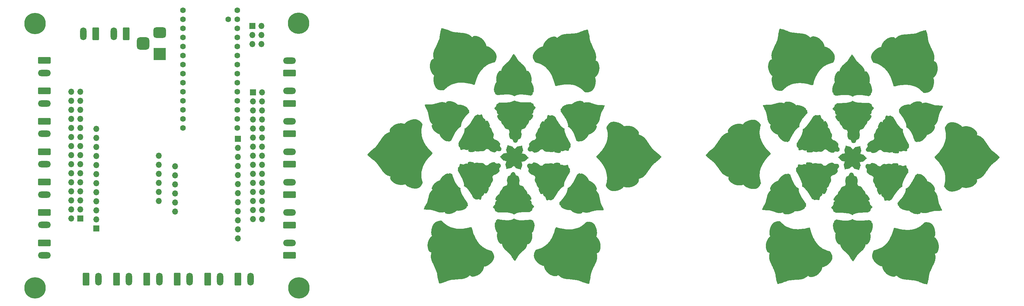
<source format=gbr>
%TF.GenerationSoftware,KiCad,Pcbnew,8.0.4*%
%TF.CreationDate,2025-01-14T19:01:53-06:00*%
%TF.ProjectId,DynaControllersquare,44796e61-436f-46e7-9472-6f6c6c657273,rev?*%
%TF.SameCoordinates,Original*%
%TF.FileFunction,Soldermask,Top*%
%TF.FilePolarity,Negative*%
%FSLAX46Y46*%
G04 Gerber Fmt 4.6, Leading zero omitted, Abs format (unit mm)*
G04 Created by KiCad (PCBNEW 8.0.4) date 2025-01-14 19:01:53*
%MOMM*%
%LPD*%
G01*
G04 APERTURE LIST*
G04 Aperture macros list*
%AMRoundRect*
0 Rectangle with rounded corners*
0 $1 Rounding radius*
0 $2 $3 $4 $5 $6 $7 $8 $9 X,Y pos of 4 corners*
0 Add a 4 corners polygon primitive as box body*
4,1,4,$2,$3,$4,$5,$6,$7,$8,$9,$2,$3,0*
0 Add four circle primitives for the rounded corners*
1,1,$1+$1,$2,$3*
1,1,$1+$1,$4,$5*
1,1,$1+$1,$6,$7*
1,1,$1+$1,$8,$9*
0 Add four rect primitives between the rounded corners*
20,1,$1+$1,$2,$3,$4,$5,0*
20,1,$1+$1,$4,$5,$6,$7,0*
20,1,$1+$1,$6,$7,$8,$9,0*
20,1,$1+$1,$8,$9,$2,$3,0*%
G04 Aperture macros list end*
%ADD10C,0.000000*%
%ADD11O,1.700000X1.700000*%
%ADD12R,1.700000X1.700000*%
%ADD13O,3.600000X1.800000*%
%ADD14RoundRect,0.250000X-1.550000X0.650000X-1.550000X-0.650000X1.550000X-0.650000X1.550000X0.650000X0*%
%ADD15O,1.800000X3.600000*%
%ADD16RoundRect,0.250000X-0.650000X-1.550000X0.650000X-1.550000X0.650000X1.550000X-0.650000X1.550000X0*%
%ADD17RoundRect,0.250000X1.550000X-0.650000X1.550000X0.650000X-1.550000X0.650000X-1.550000X-0.650000X0*%
%ADD18C,1.600000*%
%ADD19C,6.000000*%
%ADD20RoundRect,0.250000X0.650000X1.550000X-0.650000X1.550000X-0.650000X-1.550000X0.650000X-1.550000X0*%
%ADD21RoundRect,0.875000X-0.875000X0.875000X-0.875000X-0.875000X0.875000X-0.875000X0.875000X0.875000X0*%
%ADD22RoundRect,0.750000X-1.000000X0.750000X-1.000000X-0.750000X1.000000X-0.750000X1.000000X0.750000X0*%
%ADD23R,3.500000X3.500000*%
G04 APERTURE END LIST*
D10*
G36*
X174575989Y-60582039D02*
G01*
X174591529Y-60583022D01*
X174607609Y-60584864D01*
X174624215Y-60587567D01*
X174641332Y-60591134D01*
X174658946Y-60595566D01*
X174939006Y-60663698D01*
X175151761Y-60716489D01*
X175401841Y-60783164D01*
X175680878Y-60864773D01*
X175980503Y-60962364D01*
X176292348Y-61076987D01*
X176450239Y-61141015D01*
X176608046Y-61209693D01*
X176857910Y-61319676D01*
X177079032Y-61409962D01*
X177181884Y-61448562D01*
X177281233Y-61483250D01*
X177378307Y-61514364D01*
X177474333Y-61542241D01*
X177570538Y-61567218D01*
X177668150Y-61589633D01*
X177768397Y-61609823D01*
X177872505Y-61628126D01*
X177981703Y-61644879D01*
X178097217Y-61660420D01*
X178352106Y-61689213D01*
X178551020Y-61710704D01*
X178781880Y-61737469D01*
X179016067Y-61766105D01*
X179224963Y-61793211D01*
X179435903Y-61818920D01*
X179675789Y-61843815D01*
X179915095Y-61865056D01*
X180124298Y-61879801D01*
X180400852Y-61899344D01*
X180531467Y-61911577D01*
X180657440Y-61925548D01*
X180779122Y-61941327D01*
X180896862Y-61958989D01*
X181011011Y-61978605D01*
X181121918Y-62000248D01*
X181229934Y-62023989D01*
X181335409Y-62049901D01*
X181438692Y-62078056D01*
X181540134Y-62108527D01*
X181640085Y-62141386D01*
X181738894Y-62176705D01*
X181836913Y-62214556D01*
X181934490Y-62255012D01*
X182002631Y-62285712D01*
X182072845Y-62320181D01*
X182144656Y-62358083D01*
X182217594Y-62399088D01*
X182291184Y-62442861D01*
X182364953Y-62489069D01*
X182438430Y-62537379D01*
X182511140Y-62587458D01*
X182582611Y-62638973D01*
X182652370Y-62691590D01*
X182719944Y-62744978D01*
X182784860Y-62798802D01*
X182846646Y-62852729D01*
X182904827Y-62906427D01*
X182958931Y-62959562D01*
X183008486Y-63011800D01*
X183036007Y-63042372D01*
X183047338Y-63054228D01*
X183057726Y-63063598D01*
X183062726Y-63067305D01*
X183067681Y-63070334D01*
X183072655Y-63072668D01*
X183077710Y-63074286D01*
X183082912Y-63075171D01*
X183088323Y-63075304D01*
X183094006Y-63074667D01*
X183100026Y-63073240D01*
X183106446Y-63071005D01*
X183113329Y-63067943D01*
X183120739Y-63064036D01*
X183128739Y-63059265D01*
X183146766Y-63047055D01*
X183167917Y-63031166D01*
X183192700Y-63011446D01*
X183221625Y-62987748D01*
X183293930Y-62927817D01*
X183336226Y-62893582D01*
X183355588Y-62878559D01*
X183373986Y-62864803D01*
X183391589Y-62852216D01*
X183408566Y-62840701D01*
X183425086Y-62830161D01*
X183441320Y-62820498D01*
X183457436Y-62811617D01*
X183473604Y-62803418D01*
X183489993Y-62795806D01*
X183506773Y-62788682D01*
X183524113Y-62781951D01*
X183542182Y-62775514D01*
X183561151Y-62769274D01*
X183581188Y-62763134D01*
X183642227Y-62747527D01*
X183706910Y-62735837D01*
X183775117Y-62728045D01*
X183846732Y-62724134D01*
X183921636Y-62724085D01*
X183999713Y-62727879D01*
X184080844Y-62735499D01*
X184164912Y-62746927D01*
X184251800Y-62762143D01*
X184341389Y-62781130D01*
X184433562Y-62803870D01*
X184528202Y-62830344D01*
X184625190Y-62860533D01*
X184724410Y-62894421D01*
X184825744Y-62931988D01*
X184929074Y-62973217D01*
X185045290Y-63023003D01*
X185156736Y-63074560D01*
X185263866Y-63128244D01*
X185367135Y-63184412D01*
X185466999Y-63243419D01*
X185563910Y-63305622D01*
X185658325Y-63371376D01*
X185750698Y-63441039D01*
X185841483Y-63514966D01*
X185931136Y-63593514D01*
X186020111Y-63677038D01*
X186108863Y-63765895D01*
X186197846Y-63860441D01*
X186287515Y-63961033D01*
X186378325Y-64068026D01*
X186470731Y-64181776D01*
X186524124Y-64251077D01*
X186575651Y-64322483D01*
X186625237Y-64395833D01*
X186672809Y-64470968D01*
X186718291Y-64547726D01*
X186761610Y-64625948D01*
X186802692Y-64705472D01*
X186841463Y-64786140D01*
X186877849Y-64867791D01*
X186911775Y-64950263D01*
X186943167Y-65033398D01*
X186971953Y-65117034D01*
X186998056Y-65201012D01*
X187021404Y-65285170D01*
X187041922Y-65369349D01*
X187059536Y-65453389D01*
X187092630Y-65625671D01*
X187261080Y-65641943D01*
X187328645Y-65650912D01*
X187399656Y-65665061D01*
X187473844Y-65684254D01*
X187550939Y-65708352D01*
X187630672Y-65737217D01*
X187712772Y-65770711D01*
X187796971Y-65808696D01*
X187882997Y-65851036D01*
X187970582Y-65897591D01*
X188059455Y-65948223D01*
X188149347Y-66002796D01*
X188239988Y-66061170D01*
X188331108Y-66123209D01*
X188422438Y-66188773D01*
X188513707Y-66257726D01*
X188604646Y-66329929D01*
X188686740Y-66397994D01*
X188766331Y-66466584D01*
X188843425Y-66535703D01*
X188918025Y-66605356D01*
X188990136Y-66675548D01*
X189059761Y-66746283D01*
X189126905Y-66817565D01*
X189191572Y-66889400D01*
X189253766Y-66961792D01*
X189313491Y-67034745D01*
X189370752Y-67108265D01*
X189425552Y-67182356D01*
X189477896Y-67257022D01*
X189527788Y-67332268D01*
X189575232Y-67408099D01*
X189620231Y-67484520D01*
X189678802Y-67592091D01*
X189730139Y-67696638D01*
X189774587Y-67798430D01*
X189812488Y-67897737D01*
X189844185Y-67994828D01*
X189870019Y-68089972D01*
X189890334Y-68183437D01*
X189905471Y-68275495D01*
X189915775Y-68366412D01*
X189921587Y-68456460D01*
X189923249Y-68545906D01*
X189921104Y-68635021D01*
X189915496Y-68724073D01*
X189906766Y-68813332D01*
X189895257Y-68903066D01*
X189881311Y-68993545D01*
X189863799Y-69088946D01*
X189843786Y-69180127D01*
X189821592Y-69267186D01*
X189797537Y-69350221D01*
X189771943Y-69429327D01*
X189745130Y-69504604D01*
X189717418Y-69576147D01*
X189689129Y-69644055D01*
X189660582Y-69708425D01*
X189632099Y-69769353D01*
X189576605Y-69881277D01*
X189480485Y-70068113D01*
X189453457Y-70099703D01*
X189406071Y-70128698D01*
X189254588Y-70183949D01*
X188755344Y-70318824D01*
X188425047Y-70418637D01*
X188052609Y-70553492D01*
X187646762Y-70733484D01*
X187216239Y-70968708D01*
X186994451Y-71110186D01*
X186769769Y-71269257D01*
X186543284Y-71447183D01*
X186316087Y-71645225D01*
X186089270Y-71864647D01*
X185863923Y-72106708D01*
X185641140Y-72372672D01*
X185422010Y-72663800D01*
X185207626Y-72981353D01*
X184999079Y-73326594D01*
X184797461Y-73700784D01*
X184603863Y-74105185D01*
X184419376Y-74541059D01*
X184245092Y-75009667D01*
X184082103Y-75512272D01*
X183931500Y-76050135D01*
X183912120Y-76121094D01*
X183892375Y-76184585D01*
X183871757Y-76240785D01*
X183860960Y-76266206D01*
X183849754Y-76289869D01*
X183838074Y-76311797D01*
X183825857Y-76332011D01*
X183813039Y-76350535D01*
X183799556Y-76367389D01*
X183785344Y-76382595D01*
X183770340Y-76396176D01*
X183754480Y-76408154D01*
X183737699Y-76418550D01*
X183719935Y-76427386D01*
X183701124Y-76434684D01*
X183681201Y-76440467D01*
X183660104Y-76444755D01*
X183637767Y-76447572D01*
X183614128Y-76448939D01*
X183589122Y-76448877D01*
X183562687Y-76447410D01*
X183534758Y-76444558D01*
X183505271Y-76440344D01*
X183441368Y-76427916D01*
X183370471Y-76410303D01*
X183292067Y-76387679D01*
X182744902Y-76232409D01*
X182221489Y-76106100D01*
X181721333Y-76007182D01*
X181243938Y-75934082D01*
X180788808Y-75885232D01*
X180355446Y-75859060D01*
X179943357Y-75853995D01*
X179552044Y-75868468D01*
X179181012Y-75900908D01*
X178829765Y-75949743D01*
X178497806Y-76013403D01*
X178184640Y-76090319D01*
X177889770Y-76178918D01*
X177612701Y-76277631D01*
X177352936Y-76384887D01*
X177109980Y-76499115D01*
X176883336Y-76618745D01*
X176672509Y-76742207D01*
X176477002Y-76867929D01*
X176296319Y-76994340D01*
X175977444Y-77242951D01*
X175711913Y-77475475D01*
X175325016Y-77842002D01*
X175195713Y-77950876D01*
X175145362Y-77981218D01*
X175103882Y-77993403D01*
X174991021Y-78000466D01*
X174861711Y-78006178D01*
X174718865Y-78009067D01*
X174565398Y-78007660D01*
X174404223Y-78000483D01*
X174321656Y-77994271D01*
X174238254Y-77986065D01*
X174154383Y-77975679D01*
X174070405Y-77962931D01*
X173986686Y-77947635D01*
X173903590Y-77929608D01*
X173825902Y-77909350D01*
X173748349Y-77884987D01*
X173671049Y-77856295D01*
X173594119Y-77823047D01*
X173517679Y-77785019D01*
X173441848Y-77741986D01*
X173366742Y-77693722D01*
X173292482Y-77640003D01*
X173219185Y-77580603D01*
X173146970Y-77515297D01*
X173075956Y-77443860D01*
X173006260Y-77366066D01*
X172938001Y-77281692D01*
X172871299Y-77190511D01*
X172806270Y-77092298D01*
X172743034Y-76986829D01*
X172700137Y-76909224D01*
X172659007Y-76829838D01*
X172619641Y-76748666D01*
X172582036Y-76665701D01*
X172546191Y-76580938D01*
X172512104Y-76494372D01*
X172479772Y-76405995D01*
X172449194Y-76315803D01*
X172420367Y-76223790D01*
X172393289Y-76129949D01*
X172367959Y-76034275D01*
X172344374Y-75936763D01*
X172302432Y-75736198D01*
X172267445Y-75528209D01*
X172251788Y-75413620D01*
X172239106Y-75300420D01*
X172229381Y-75188910D01*
X172222594Y-75079390D01*
X172218724Y-74972160D01*
X172217753Y-74867523D01*
X172219662Y-74765777D01*
X172224431Y-74667224D01*
X172232042Y-74572165D01*
X172242474Y-74480900D01*
X172255708Y-74393729D01*
X172271726Y-74310954D01*
X172290508Y-74232875D01*
X172312035Y-74159793D01*
X172336287Y-74092008D01*
X172363246Y-74029821D01*
X172435779Y-73877865D01*
X172303961Y-73761168D01*
X172240417Y-73702988D01*
X172178243Y-73642263D01*
X172117541Y-73579136D01*
X172058411Y-73513754D01*
X172000953Y-73446261D01*
X171945268Y-73376804D01*
X171891455Y-73305528D01*
X171839617Y-73232578D01*
X171789852Y-73158100D01*
X171742261Y-73082240D01*
X171696946Y-73005142D01*
X171654005Y-72926952D01*
X171613541Y-72847817D01*
X171575652Y-72767880D01*
X171540440Y-72687288D01*
X171508005Y-72606186D01*
X171457203Y-72469013D01*
X171411421Y-72336668D01*
X171370585Y-72208582D01*
X171334621Y-72084186D01*
X171303454Y-71962907D01*
X171277009Y-71844176D01*
X171255213Y-71727424D01*
X171237991Y-71612078D01*
X171225269Y-71497570D01*
X171216972Y-71383329D01*
X171213025Y-71268784D01*
X171213356Y-71153365D01*
X171217888Y-71036503D01*
X171226548Y-70917625D01*
X171239261Y-70796164D01*
X171255953Y-70671547D01*
X171273417Y-70562308D01*
X171293019Y-70456651D01*
X171314713Y-70354686D01*
X171338455Y-70256521D01*
X171364200Y-70162268D01*
X171391904Y-70072034D01*
X171421522Y-69985930D01*
X171453009Y-69904066D01*
X171486321Y-69826551D01*
X171521413Y-69753494D01*
X171558240Y-69685006D01*
X171596758Y-69621195D01*
X171636922Y-69562171D01*
X171678687Y-69508045D01*
X171722009Y-69458925D01*
X171766844Y-69414922D01*
X171782429Y-69401007D01*
X171797552Y-69388052D01*
X171812386Y-69375965D01*
X171827101Y-69364649D01*
X171841867Y-69354012D01*
X171856856Y-69343957D01*
X171872238Y-69334392D01*
X171888185Y-69325222D01*
X171904867Y-69316352D01*
X171922455Y-69307688D01*
X171941121Y-69299135D01*
X171961035Y-69290600D01*
X171982367Y-69281987D01*
X172005290Y-69273203D01*
X172056588Y-69254742D01*
X172145513Y-69223895D01*
X172180846Y-69211414D01*
X172210613Y-69200420D01*
X172223531Y-69195369D01*
X172235204Y-69190555D01*
X172245680Y-69185935D01*
X172255009Y-69181464D01*
X172263239Y-69177097D01*
X172270419Y-69172789D01*
X172276599Y-69168497D01*
X172281825Y-69164174D01*
X172286149Y-69159778D01*
X172289617Y-69155263D01*
X172292279Y-69150584D01*
X172294185Y-69145697D01*
X172295382Y-69140558D01*
X172295919Y-69135122D01*
X172295846Y-69129344D01*
X172295210Y-69123180D01*
X172294062Y-69116585D01*
X172292449Y-69109515D01*
X172288025Y-69093770D01*
X172275752Y-69054613D01*
X172268432Y-69028611D01*
X172260058Y-68995317D01*
X172241326Y-68912353D01*
X172221908Y-68816730D01*
X172204159Y-68719455D01*
X172179831Y-68556530D01*
X172162923Y-68395698D01*
X172153567Y-68236337D01*
X172151896Y-68077822D01*
X172158041Y-67919532D01*
X172172135Y-67760844D01*
X172194310Y-67601135D01*
X172224699Y-67439783D01*
X172263435Y-67276164D01*
X172310649Y-67109657D01*
X172366473Y-66939637D01*
X172431041Y-66765484D01*
X172504485Y-66586573D01*
X172586937Y-66402282D01*
X172678529Y-66211989D01*
X172779394Y-66015070D01*
X172824763Y-65927442D01*
X172874172Y-65829236D01*
X172978761Y-65614394D01*
X173080472Y-65397148D01*
X173166617Y-65204108D01*
X173250500Y-65012209D01*
X173346064Y-64797920D01*
X173441547Y-64587422D01*
X173525188Y-64406895D01*
X173631243Y-64174881D01*
X173718774Y-63966786D01*
X173756441Y-63868660D01*
X173790493Y-63772856D01*
X173821272Y-63678154D01*
X173849114Y-63583335D01*
X173874359Y-63487180D01*
X173897347Y-63388468D01*
X173918416Y-63285982D01*
X173937905Y-63178500D01*
X173973500Y-62943676D01*
X174006845Y-62674240D01*
X174027622Y-62505034D01*
X174050733Y-62339154D01*
X174075772Y-62177277D01*
X174102335Y-62020078D01*
X174158411Y-61722421D01*
X174215720Y-61451590D01*
X174271021Y-61212993D01*
X174321073Y-61012039D01*
X174392467Y-60744690D01*
X174395058Y-60735612D01*
X174397864Y-60726486D01*
X174400858Y-60717370D01*
X174404014Y-60708325D01*
X174407305Y-60699412D01*
X174410703Y-60690691D01*
X174414183Y-60682222D01*
X174417717Y-60674065D01*
X174421278Y-60666281D01*
X174424840Y-60658931D01*
X174428376Y-60652074D01*
X174431859Y-60645771D01*
X174435262Y-60640082D01*
X174438558Y-60635067D01*
X174441721Y-60630788D01*
X174444724Y-60627303D01*
X174444749Y-60627346D01*
X174444755Y-60627357D01*
X174444761Y-60627367D01*
X174444767Y-60627377D01*
X174444774Y-60627387D01*
X174453430Y-60619045D01*
X174462784Y-60611541D01*
X174472821Y-60604878D01*
X174483527Y-60599056D01*
X174494887Y-60594078D01*
X174506887Y-60589946D01*
X174519513Y-60586661D01*
X174532751Y-60584226D01*
X174546586Y-60582643D01*
X174561003Y-60581913D01*
X174575989Y-60582039D01*
G37*
G36*
X176816249Y-101247201D02*
G01*
X176842101Y-101250161D01*
X176868700Y-101254942D01*
X176895912Y-101261369D01*
X176923602Y-101269266D01*
X176979877Y-101288775D01*
X177036449Y-101312073D01*
X177092240Y-101337761D01*
X177286035Y-101436478D01*
X177321754Y-101453163D01*
X177350227Y-101463855D01*
X177361409Y-101466517D01*
X177370375Y-101467158D01*
X177376991Y-101465602D01*
X177381121Y-101461674D01*
X177394836Y-101449162D01*
X177411314Y-101455890D01*
X177452916Y-101522798D01*
X177573189Y-101840557D01*
X177747629Y-102346684D01*
X177981923Y-102972909D01*
X178123293Y-103309724D01*
X178281759Y-103650964D01*
X178458033Y-103988095D01*
X178652826Y-104312582D01*
X178866848Y-104615893D01*
X178981292Y-104756941D01*
X179100811Y-104889494D01*
X179225492Y-105012486D01*
X179355425Y-105124851D01*
X179490698Y-105225522D01*
X179631401Y-105313432D01*
X179702823Y-105353381D01*
X179731207Y-105369611D01*
X179755157Y-105384256D01*
X179775012Y-105398001D01*
X179783509Y-105404749D01*
X179791110Y-105411528D01*
X179797856Y-105418424D01*
X179803790Y-105425522D01*
X179808954Y-105432907D01*
X179813390Y-105440666D01*
X179817141Y-105448883D01*
X179820249Y-105457644D01*
X179822756Y-105467035D01*
X179824705Y-105477141D01*
X179826138Y-105488047D01*
X179827097Y-105499839D01*
X179827763Y-105526423D01*
X179827042Y-105557576D01*
X179825272Y-105593982D01*
X179819940Y-105685288D01*
X179819085Y-105831223D01*
X179831814Y-105982803D01*
X179857182Y-106139352D01*
X179894249Y-106300193D01*
X179942073Y-106464649D01*
X179999711Y-106632043D01*
X180066222Y-106801699D01*
X180140664Y-106972941D01*
X180222094Y-107145091D01*
X180309571Y-107317474D01*
X180498897Y-107660229D01*
X180701106Y-107995792D01*
X180908663Y-108318752D01*
X181309677Y-108905207D01*
X181641652Y-109376291D01*
X181762911Y-109555035D01*
X181844303Y-109688698D01*
X181867694Y-109736932D01*
X181878293Y-109771866D01*
X181875157Y-109792822D01*
X181857344Y-109799126D01*
X181852254Y-109800659D01*
X181848608Y-109805691D01*
X181846282Y-109814006D01*
X181845147Y-109825389D01*
X181845948Y-109856495D01*
X181849998Y-109897287D01*
X181878425Y-110122850D01*
X181883523Y-110186224D01*
X181885792Y-110248947D01*
X181884217Y-110309293D01*
X181881672Y-110338038D01*
X181877787Y-110365542D01*
X181872434Y-110391591D01*
X181865487Y-110415969D01*
X181856820Y-110438461D01*
X181846306Y-110458851D01*
X181833817Y-110476925D01*
X181819229Y-110492466D01*
X181802413Y-110505260D01*
X181783244Y-110515091D01*
X181608178Y-110586348D01*
X181553880Y-110608608D01*
X181532697Y-110617477D01*
X181532491Y-110617646D01*
X181532332Y-110617894D01*
X181532151Y-110618616D01*
X181532146Y-110619626D01*
X181532313Y-110620906D01*
X181532644Y-110622440D01*
X181533133Y-110624210D01*
X181533775Y-110626199D01*
X181534562Y-110628389D01*
X181536549Y-110633306D01*
X181539043Y-110638824D01*
X181541994Y-110644804D01*
X181545352Y-110651108D01*
X181552671Y-110666389D01*
X181558130Y-110682297D01*
X181561749Y-110698805D01*
X181563551Y-110715890D01*
X181563556Y-110733526D01*
X181561787Y-110751689D01*
X181558266Y-110770352D01*
X181553012Y-110789492D01*
X181546049Y-110809083D01*
X181537397Y-110829100D01*
X181515115Y-110870312D01*
X181486338Y-110912928D01*
X181451239Y-110956748D01*
X181409989Y-111001572D01*
X181362761Y-111047199D01*
X181309728Y-111093429D01*
X181251062Y-111140062D01*
X181186935Y-111186897D01*
X181117520Y-111233736D01*
X181042989Y-111280376D01*
X180963514Y-111326618D01*
X180846188Y-111389297D01*
X180724366Y-111448108D01*
X180598016Y-111503064D01*
X180467103Y-111554179D01*
X180331592Y-111601466D01*
X180191449Y-111644939D01*
X180046641Y-111684611D01*
X179897133Y-111720495D01*
X179815045Y-111738030D01*
X179734169Y-111753631D01*
X179654714Y-111767290D01*
X179576893Y-111778997D01*
X179500915Y-111788745D01*
X179426991Y-111796524D01*
X179355332Y-111802326D01*
X179286149Y-111806141D01*
X179219652Y-111807962D01*
X179156051Y-111807780D01*
X179095559Y-111805585D01*
X179038384Y-111801370D01*
X178984739Y-111795124D01*
X178934833Y-111786841D01*
X178888878Y-111776510D01*
X178847083Y-111764124D01*
X178745477Y-111729739D01*
X178652873Y-111819180D01*
X178606876Y-111862427D01*
X178559188Y-111905002D01*
X178509919Y-111946832D01*
X178459181Y-111987846D01*
X178407084Y-112027972D01*
X178353738Y-112067137D01*
X178299253Y-112105270D01*
X178243741Y-112142299D01*
X178187311Y-112178151D01*
X178130075Y-112212755D01*
X178072142Y-112246038D01*
X178013623Y-112277929D01*
X177954628Y-112308356D01*
X177895268Y-112337246D01*
X177835654Y-112364527D01*
X177775896Y-112390128D01*
X177675138Y-112430923D01*
X177578178Y-112468286D01*
X177484608Y-112502300D01*
X177394020Y-112533053D01*
X177306006Y-112560628D01*
X177220157Y-112585111D01*
X177136064Y-112606586D01*
X177053321Y-112625139D01*
X176971518Y-112640856D01*
X176890247Y-112653820D01*
X176809100Y-112664117D01*
X176727669Y-112671833D01*
X176645545Y-112677052D01*
X176562320Y-112679859D01*
X176477585Y-112680339D01*
X176390934Y-112678578D01*
X176315195Y-112675285D01*
X176242151Y-112670426D01*
X176171874Y-112664021D01*
X176104439Y-112656090D01*
X176039920Y-112646652D01*
X175978390Y-112635729D01*
X175919923Y-112623340D01*
X175864593Y-112609506D01*
X175812475Y-112594245D01*
X175763642Y-112577580D01*
X175718167Y-112559528D01*
X175676125Y-112540112D01*
X175637590Y-112519350D01*
X175602635Y-112497263D01*
X175571335Y-112473871D01*
X175543763Y-112449194D01*
X175535153Y-112440521D01*
X175527185Y-112432067D01*
X175519807Y-112423733D01*
X175512964Y-112415419D01*
X175506604Y-112407027D01*
X175500672Y-112398458D01*
X175495117Y-112389611D01*
X175489884Y-112380389D01*
X175484920Y-112370692D01*
X175480172Y-112360421D01*
X175475587Y-112349477D01*
X175471110Y-112337761D01*
X175466689Y-112325174D01*
X175462271Y-112311617D01*
X175453229Y-112281195D01*
X175438368Y-112228376D01*
X175432305Y-112207405D01*
X175426859Y-112189771D01*
X175424297Y-112182137D01*
X175421807Y-112175256D01*
X175419361Y-112169101D01*
X175416930Y-112163645D01*
X175414488Y-112158860D01*
X175412005Y-112154720D01*
X175409456Y-112151197D01*
X175406812Y-112148264D01*
X175404045Y-112145895D01*
X175401128Y-112144062D01*
X175398033Y-112142739D01*
X175394732Y-112141897D01*
X175391198Y-112141510D01*
X175387404Y-112141551D01*
X175383320Y-112141993D01*
X175378921Y-112142808D01*
X175374177Y-112143970D01*
X175369062Y-112145452D01*
X175357606Y-112149266D01*
X175329018Y-112159535D01*
X175310098Y-112165840D01*
X175285949Y-112173297D01*
X175225941Y-112190560D01*
X175156946Y-112209117D01*
X175086914Y-112226755D01*
X174970040Y-112252963D01*
X174855218Y-112274443D01*
X174742021Y-112291158D01*
X174630019Y-112303067D01*
X174518783Y-112310131D01*
X174407883Y-112312313D01*
X174296891Y-112309572D01*
X174185377Y-112301870D01*
X174072912Y-112289167D01*
X173959068Y-112271425D01*
X173843413Y-112248605D01*
X173725521Y-112220667D01*
X173604961Y-112187572D01*
X173481304Y-112149282D01*
X173354121Y-112105758D01*
X173222982Y-112056959D01*
X173164664Y-112034944D01*
X173099193Y-112011159D01*
X172955694Y-111961288D01*
X172810276Y-111913360D01*
X172680732Y-111873387D01*
X172551815Y-111834737D01*
X172408005Y-111790405D01*
X172266865Y-111745862D01*
X172145958Y-111706578D01*
X171990453Y-111656983D01*
X171850391Y-111617188D01*
X171784064Y-111600652D01*
X171719096Y-111586189D01*
X171654651Y-111573674D01*
X171589896Y-111562980D01*
X171523995Y-111553981D01*
X171456115Y-111546553D01*
X171385422Y-111540570D01*
X171311081Y-111535905D01*
X171148119Y-111530027D01*
X170960555Y-111527915D01*
X170842752Y-111526689D01*
X170727477Y-111523793D01*
X170615177Y-111519431D01*
X170506298Y-111513808D01*
X170300582Y-111499589D01*
X170113896Y-111482769D01*
X169949802Y-111464978D01*
X169811867Y-111447847D01*
X169628733Y-111422087D01*
X169622527Y-111421109D01*
X169616304Y-111420002D01*
X169610103Y-111418778D01*
X169603964Y-111417449D01*
X169597929Y-111416027D01*
X169592038Y-111414527D01*
X169586332Y-111412958D01*
X169580850Y-111411335D01*
X169575634Y-111409669D01*
X169570723Y-111407973D01*
X169566158Y-111406260D01*
X169561981Y-111404541D01*
X169558230Y-111402829D01*
X169554948Y-111401137D01*
X169552173Y-111399477D01*
X169549947Y-111397861D01*
X169549955Y-111397856D01*
X169549963Y-111397851D01*
X169549970Y-111397845D01*
X169549978Y-111397840D01*
X169549986Y-111397835D01*
X169549994Y-111397831D01*
X169550002Y-111397826D01*
X169550010Y-111397822D01*
X169544795Y-111393047D01*
X169540226Y-111387783D01*
X169536303Y-111382040D01*
X169533026Y-111375826D01*
X169530395Y-111369149D01*
X169528412Y-111362020D01*
X169527075Y-111354445D01*
X169526385Y-111346435D01*
X169526343Y-111337997D01*
X169526948Y-111329141D01*
X169528201Y-111319874D01*
X169530102Y-111310207D01*
X169532652Y-111300147D01*
X169535850Y-111289703D01*
X169539696Y-111278885D01*
X169544192Y-111267700D01*
X169614037Y-111090016D01*
X169667826Y-110954963D01*
X169734314Y-110795900D01*
X169813590Y-110617924D01*
X169905747Y-110426132D01*
X170010874Y-110225623D01*
X170068330Y-110123692D01*
X170129062Y-110021493D01*
X170226097Y-109859593D01*
X170306998Y-109716799D01*
X170342232Y-109650614D01*
X170374433Y-109586860D01*
X170403934Y-109524758D01*
X170431069Y-109463525D01*
X170456172Y-109402380D01*
X170479576Y-109340542D01*
X170501615Y-109277229D01*
X170522621Y-109211659D01*
X170542930Y-109143052D01*
X170562873Y-109070626D01*
X170602999Y-108911192D01*
X170633622Y-108786838D01*
X170670450Y-108642386D01*
X170708856Y-108495751D01*
X170744216Y-108364846D01*
X170778751Y-108232772D01*
X170814961Y-108082872D01*
X170848547Y-107933581D01*
X170875209Y-107803332D01*
X170892495Y-107715645D01*
X170910491Y-107631149D01*
X170929273Y-107549622D01*
X170948921Y-107470843D01*
X170969513Y-107394591D01*
X170991126Y-107320645D01*
X171013840Y-107248783D01*
X171037731Y-107178785D01*
X171062880Y-107110428D01*
X171089363Y-107043493D01*
X171117258Y-106977757D01*
X171146645Y-106913000D01*
X171177602Y-106849000D01*
X171210205Y-106785536D01*
X171244535Y-106722387D01*
X171280668Y-106659332D01*
X171307630Y-106615131D01*
X171337412Y-106569391D01*
X171369742Y-106522429D01*
X171404348Y-106474558D01*
X171440959Y-106426095D01*
X171479302Y-106377353D01*
X171519106Y-106328648D01*
X171560099Y-106280295D01*
X171602009Y-106232609D01*
X171644565Y-106185905D01*
X171687494Y-106140498D01*
X171730524Y-106096703D01*
X171773384Y-106054835D01*
X171815802Y-106015209D01*
X171857506Y-105978140D01*
X171898224Y-105943944D01*
X171921939Y-105924844D01*
X171931187Y-105917031D01*
X171938608Y-105909970D01*
X171941612Y-105906627D01*
X171944135Y-105903358D01*
X171946168Y-105900125D01*
X171947703Y-105896891D01*
X171948732Y-105893617D01*
X171949246Y-105890265D01*
X171949238Y-105886798D01*
X171948699Y-105883177D01*
X171947620Y-105879365D01*
X171945994Y-105875322D01*
X171943812Y-105871013D01*
X171941067Y-105866398D01*
X171937749Y-105861439D01*
X171933851Y-105856100D01*
X171924280Y-105844124D01*
X171912289Y-105830167D01*
X171897812Y-105813924D01*
X171861135Y-105773370D01*
X171850232Y-105761128D01*
X171840259Y-105749591D01*
X171831161Y-105738660D01*
X171822881Y-105728239D01*
X171815365Y-105718228D01*
X171808558Y-105708531D01*
X171802403Y-105699048D01*
X171796845Y-105689683D01*
X171791829Y-105680336D01*
X171787299Y-105670911D01*
X171783200Y-105661309D01*
X171779476Y-105651431D01*
X171776073Y-105641181D01*
X171772934Y-105630460D01*
X171770004Y-105619171D01*
X171767227Y-105607214D01*
X171760956Y-105570578D01*
X171757731Y-105531422D01*
X171757532Y-105489821D01*
X171760336Y-105445849D01*
X171766121Y-105399580D01*
X171774865Y-105351087D01*
X171786547Y-105300445D01*
X171801144Y-105247728D01*
X171818634Y-105193008D01*
X171838995Y-105136361D01*
X171862206Y-105077860D01*
X171888243Y-105017579D01*
X171917086Y-104955592D01*
X171948712Y-104891972D01*
X171983099Y-104826795D01*
X172020225Y-104760133D01*
X172064392Y-104684925D01*
X172109438Y-104612542D01*
X172155650Y-104542678D01*
X172203315Y-104475030D01*
X172252719Y-104409290D01*
X172304149Y-104345154D01*
X172357892Y-104282317D01*
X172414234Y-104220474D01*
X172473462Y-104159318D01*
X172535864Y-104098545D01*
X172601725Y-104037850D01*
X172671332Y-103976926D01*
X172744973Y-103915470D01*
X172822933Y-103853175D01*
X172905500Y-103789736D01*
X172992960Y-103724847D01*
X173046018Y-103687108D01*
X173100416Y-103650377D01*
X173156036Y-103614712D01*
X173212759Y-103580169D01*
X173270465Y-103546805D01*
X173329036Y-103514677D01*
X173388353Y-103483842D01*
X173448297Y-103454357D01*
X173508749Y-103426277D01*
X173569590Y-103399661D01*
X173630702Y-103374564D01*
X173691965Y-103351044D01*
X173753260Y-103329157D01*
X173814469Y-103308960D01*
X173875473Y-103290510D01*
X173936153Y-103273863D01*
X174060312Y-103241598D01*
X174084887Y-103136419D01*
X174096466Y-103094065D01*
X174111970Y-103049227D01*
X174131280Y-103002080D01*
X174154277Y-102952800D01*
X174180844Y-102901564D01*
X174210861Y-102848547D01*
X174244212Y-102793927D01*
X174280777Y-102737878D01*
X174320439Y-102680578D01*
X174363079Y-102622201D01*
X174408578Y-102562925D01*
X174456819Y-102502925D01*
X174507683Y-102442378D01*
X174561051Y-102381460D01*
X174616807Y-102320346D01*
X174674831Y-102259213D01*
X174783839Y-102149956D01*
X174838610Y-102097589D01*
X174893565Y-102046726D01*
X174948705Y-101997363D01*
X175004037Y-101949499D01*
X175059562Y-101903130D01*
X175115284Y-101858253D01*
X175171207Y-101814865D01*
X175227335Y-101772964D01*
X175283671Y-101732547D01*
X175340218Y-101693610D01*
X175396982Y-101656152D01*
X175453964Y-101620168D01*
X175511168Y-101585657D01*
X175568599Y-101552614D01*
X175649440Y-101508846D01*
X175728011Y-101469525D01*
X175804054Y-101434693D01*
X175877308Y-101404393D01*
X175947515Y-101378667D01*
X176014414Y-101357558D01*
X176046542Y-101348748D01*
X176077746Y-101341108D01*
X176107993Y-101334643D01*
X176137252Y-101329359D01*
X176165489Y-101325261D01*
X176192672Y-101322354D01*
X176218769Y-101320644D01*
X176243747Y-101320136D01*
X176267574Y-101320835D01*
X176290218Y-101322747D01*
X176311645Y-101325876D01*
X176331824Y-101330229D01*
X176350722Y-101335810D01*
X176368307Y-101342625D01*
X176384546Y-101350679D01*
X176399407Y-101359977D01*
X176412857Y-101370525D01*
X176424864Y-101382328D01*
X176435396Y-101395391D01*
X176444420Y-101409719D01*
X176446190Y-101412869D01*
X176447957Y-101415905D01*
X176449710Y-101418812D01*
X176451437Y-101421575D01*
X176453127Y-101424180D01*
X176454769Y-101426612D01*
X176456352Y-101428858D01*
X176457864Y-101430901D01*
X176459295Y-101432729D01*
X176460632Y-101434325D01*
X176461865Y-101435676D01*
X176462439Y-101436255D01*
X176462983Y-101436767D01*
X176463495Y-101437211D01*
X176463974Y-101437584D01*
X176464418Y-101437885D01*
X176464826Y-101438111D01*
X176465198Y-101438262D01*
X176465530Y-101438335D01*
X176465822Y-101438329D01*
X176466073Y-101438241D01*
X176532081Y-101389945D01*
X176684381Y-101277442D01*
X176702919Y-101265814D01*
X176723012Y-101257054D01*
X176744526Y-101250987D01*
X176767327Y-101247439D01*
X176791280Y-101246235D01*
X176816249Y-101247201D01*
G37*
G36*
X194638948Y-100944867D02*
G01*
X194691714Y-100951291D01*
X194743849Y-100962144D01*
X194795079Y-100977414D01*
X194845128Y-100997094D01*
X194893724Y-101021172D01*
X194940591Y-101049640D01*
X194985456Y-101082487D01*
X195028043Y-101119705D01*
X195068080Y-101161284D01*
X195105292Y-101207213D01*
X195139403Y-101257484D01*
X195170141Y-101312087D01*
X195197231Y-101371011D01*
X195220399Y-101434249D01*
X195239369Y-101501789D01*
X195255502Y-101561998D01*
X195273313Y-101616120D01*
X195292704Y-101664522D01*
X195313578Y-101707571D01*
X195335836Y-101745635D01*
X195359380Y-101779081D01*
X195384112Y-101808277D01*
X195409935Y-101833589D01*
X195436749Y-101855386D01*
X195464459Y-101874035D01*
X195492964Y-101889903D01*
X195522168Y-101903358D01*
X195551972Y-101914767D01*
X195582279Y-101924497D01*
X195644007Y-101940393D01*
X195769182Y-101968211D01*
X195831060Y-101986012D01*
X195861479Y-101997171D01*
X195891420Y-102010326D01*
X195920786Y-102025845D01*
X195949479Y-102044094D01*
X195977400Y-102065442D01*
X196004452Y-102090255D01*
X196030536Y-102118901D01*
X196055555Y-102151748D01*
X196079411Y-102189163D01*
X196102005Y-102231513D01*
X196131655Y-102297137D01*
X196162059Y-102373473D01*
X196192442Y-102458038D01*
X196222025Y-102548351D01*
X196250032Y-102641928D01*
X196275686Y-102736286D01*
X196298209Y-102828944D01*
X196316824Y-102917419D01*
X196326875Y-102971479D01*
X196334742Y-103018394D01*
X196340663Y-103061059D01*
X196344876Y-103102367D01*
X196347620Y-103145214D01*
X196349134Y-103192494D01*
X196349655Y-103247102D01*
X196349423Y-103311934D01*
X196348755Y-103381796D01*
X196347518Y-103437444D01*
X196346515Y-103461244D01*
X196345162Y-103483058D01*
X196343391Y-103503408D01*
X196341133Y-103522817D01*
X196338320Y-103541806D01*
X196334882Y-103560900D01*
X196330750Y-103580619D01*
X196325856Y-103601487D01*
X196313504Y-103648757D01*
X196297274Y-103706890D01*
X196246682Y-103885886D01*
X196267189Y-104064578D01*
X196276521Y-104139509D01*
X196281321Y-104172808D01*
X196286322Y-104203707D01*
X196291606Y-104232486D01*
X196297256Y-104259429D01*
X196303356Y-104284818D01*
X196309988Y-104308934D01*
X196317235Y-104332060D01*
X196325180Y-104354478D01*
X196333907Y-104376471D01*
X196343497Y-104398319D01*
X196354035Y-104420306D01*
X196365602Y-104442714D01*
X196378283Y-104465825D01*
X196392159Y-104489921D01*
X196406351Y-104513290D01*
X196420377Y-104534652D01*
X196434469Y-104554153D01*
X196448859Y-104571944D01*
X196463781Y-104588173D01*
X196479466Y-104602990D01*
X196496147Y-104616543D01*
X196514056Y-104628983D01*
X196533426Y-104640458D01*
X196554490Y-104651117D01*
X196577479Y-104661109D01*
X196602627Y-104670584D01*
X196630165Y-104679691D01*
X196660327Y-104688578D01*
X196693345Y-104697396D01*
X196729451Y-104706292D01*
X196790642Y-104721175D01*
X196847729Y-104735734D01*
X196901017Y-104750094D01*
X196950814Y-104764380D01*
X196997425Y-104778720D01*
X197041159Y-104793239D01*
X197082322Y-104808062D01*
X197121219Y-104823315D01*
X197158159Y-104839124D01*
X197193447Y-104855616D01*
X197227390Y-104872915D01*
X197260295Y-104891148D01*
X197292469Y-104910440D01*
X197324219Y-104930917D01*
X197355850Y-104952706D01*
X197387671Y-104975931D01*
X197408962Y-104992679D01*
X197429914Y-105010806D01*
X197450601Y-105030423D01*
X197471099Y-105051637D01*
X197491483Y-105074558D01*
X197511827Y-105099294D01*
X197532207Y-105125954D01*
X197552698Y-105154647D01*
X197573374Y-105185482D01*
X197594310Y-105218568D01*
X197615583Y-105254013D01*
X197637265Y-105291927D01*
X197682163Y-105375594D01*
X197729603Y-105470440D01*
X197773873Y-105560591D01*
X197793200Y-105598804D01*
X197811150Y-105633156D01*
X197828092Y-105664183D01*
X197844398Y-105692420D01*
X197860436Y-105718404D01*
X197876579Y-105742669D01*
X197893196Y-105765752D01*
X197910658Y-105788188D01*
X197929335Y-105810512D01*
X197949598Y-105833261D01*
X197971817Y-105856970D01*
X197996363Y-105882175D01*
X198053915Y-105939214D01*
X198089463Y-105974363D01*
X198122849Y-106008203D01*
X198154175Y-106040870D01*
X198183547Y-106072501D01*
X198211068Y-106103232D01*
X198236840Y-106133197D01*
X198260969Y-106162534D01*
X198283556Y-106191379D01*
X198304707Y-106219867D01*
X198324524Y-106248134D01*
X198343110Y-106276317D01*
X198360571Y-106304551D01*
X198377009Y-106332973D01*
X198392527Y-106361719D01*
X198407230Y-106390924D01*
X198421221Y-106420724D01*
X198452072Y-106492027D01*
X198482135Y-106567860D01*
X198510840Y-106646454D01*
X198537618Y-106726040D01*
X198561897Y-106804848D01*
X198583107Y-106881111D01*
X198600677Y-106953060D01*
X198614037Y-107018924D01*
X198623542Y-107071587D01*
X198631725Y-107115600D01*
X198637713Y-107146347D01*
X198639610Y-107155304D01*
X198640630Y-107159212D01*
X198640884Y-107159385D01*
X198641363Y-107159309D01*
X198642973Y-107158437D01*
X198645412Y-107156641D01*
X198648634Y-107153968D01*
X198657242Y-107146171D01*
X198668424Y-107135411D01*
X198681807Y-107122053D01*
X198697021Y-107106462D01*
X198713692Y-107089002D01*
X198731448Y-107070040D01*
X198748001Y-107058521D01*
X198768587Y-107054795D01*
X198792889Y-107058432D01*
X198820594Y-107069002D01*
X198851383Y-107086076D01*
X198884943Y-107109223D01*
X198959110Y-107172016D01*
X199040568Y-107253942D01*
X199126793Y-107351560D01*
X199215258Y-107461430D01*
X199303439Y-107580112D01*
X199388809Y-107704166D01*
X199468844Y-107830151D01*
X199541017Y-107954628D01*
X199602804Y-108074157D01*
X199651678Y-108185296D01*
X199685115Y-108284607D01*
X199695255Y-108328751D01*
X199700588Y-108368648D01*
X199700800Y-108403868D01*
X199695573Y-108433980D01*
X199684503Y-108469518D01*
X199672791Y-108502831D01*
X199660393Y-108533971D01*
X199647265Y-108562991D01*
X199633363Y-108589943D01*
X199618641Y-108614881D01*
X199610960Y-108626610D01*
X199603057Y-108637856D01*
X199594927Y-108648625D01*
X199586564Y-108658922D01*
X199577964Y-108668756D01*
X199569120Y-108678131D01*
X199560027Y-108687056D01*
X199550680Y-108695536D01*
X199541072Y-108703579D01*
X199531199Y-108711190D01*
X199521055Y-108718376D01*
X199510634Y-108725145D01*
X199499930Y-108731501D01*
X199488939Y-108737453D01*
X199477654Y-108743006D01*
X199466070Y-108748167D01*
X199454182Y-108752944D01*
X199441984Y-108757341D01*
X199416636Y-108765027D01*
X199402895Y-108768878D01*
X199389342Y-108773032D01*
X199376073Y-108777442D01*
X199363184Y-108782059D01*
X199350774Y-108786836D01*
X199338939Y-108791723D01*
X199327775Y-108796672D01*
X199317380Y-108801636D01*
X199307850Y-108806566D01*
X199299282Y-108811413D01*
X199291772Y-108816131D01*
X199285419Y-108820669D01*
X199282706Y-108822856D01*
X199280318Y-108824981D01*
X199278267Y-108827036D01*
X199276566Y-108829017D01*
X199275226Y-108830917D01*
X199274260Y-108832731D01*
X199273680Y-108834451D01*
X199273498Y-108836072D01*
X199273951Y-108841435D01*
X199275181Y-108846633D01*
X199277198Y-108851675D01*
X199280014Y-108856569D01*
X199283643Y-108861322D01*
X199288095Y-108865944D01*
X199293383Y-108870441D01*
X199299519Y-108874822D01*
X199306516Y-108879096D01*
X199314384Y-108883269D01*
X199323137Y-108887350D01*
X199332785Y-108891347D01*
X199343343Y-108895268D01*
X199354820Y-108899121D01*
X199367230Y-108902914D01*
X199380584Y-108906655D01*
X199388637Y-108908944D01*
X199396975Y-108911554D01*
X199405535Y-108914458D01*
X199414252Y-108917624D01*
X199423060Y-108921023D01*
X199431895Y-108924624D01*
X199440692Y-108928398D01*
X199449385Y-108932313D01*
X199457911Y-108936340D01*
X199466204Y-108940449D01*
X199474198Y-108944609D01*
X199481830Y-108948791D01*
X199489034Y-108952964D01*
X199495745Y-108957098D01*
X199501898Y-108961163D01*
X199507429Y-108965129D01*
X199521299Y-108976498D01*
X199535443Y-108989823D01*
X199549771Y-109004959D01*
X199564196Y-109021762D01*
X199578629Y-109040087D01*
X199592982Y-109059789D01*
X199607165Y-109080723D01*
X199621090Y-109102746D01*
X199634670Y-109125712D01*
X199647814Y-109149477D01*
X199660435Y-109173896D01*
X199672445Y-109198824D01*
X199683753Y-109224117D01*
X199694273Y-109249630D01*
X199703915Y-109275218D01*
X199712591Y-109300737D01*
X199726747Y-109350384D01*
X199740377Y-109408692D01*
X199753096Y-109473160D01*
X199764520Y-109541291D01*
X199774264Y-109610584D01*
X199781943Y-109678541D01*
X199787173Y-109742664D01*
X199789568Y-109800452D01*
X199792109Y-109821936D01*
X199798879Y-109844485D01*
X199809573Y-109868026D01*
X199823888Y-109892490D01*
X199841522Y-109917804D01*
X199862171Y-109943898D01*
X199911301Y-109998139D01*
X199968852Y-110054644D01*
X200032397Y-110112844D01*
X200167767Y-110232048D01*
X200234739Y-110291914D01*
X200298002Y-110351196D01*
X200355128Y-110409325D01*
X200403693Y-110465731D01*
X200424006Y-110493111D01*
X200441269Y-110519846D01*
X200455178Y-110545865D01*
X200465430Y-110571098D01*
X200471722Y-110595473D01*
X200473751Y-110618920D01*
X200471213Y-110641366D01*
X200463805Y-110662740D01*
X200450909Y-110688514D01*
X200437092Y-110713759D01*
X200422414Y-110738410D01*
X200406935Y-110762402D01*
X200390713Y-110785670D01*
X200373809Y-110808148D01*
X200356282Y-110829770D01*
X200338191Y-110850471D01*
X200319596Y-110870186D01*
X200300557Y-110888848D01*
X200281133Y-110906394D01*
X200261383Y-110922756D01*
X200241367Y-110937870D01*
X200221144Y-110951671D01*
X200200775Y-110964092D01*
X200180318Y-110975069D01*
X200162699Y-110983982D01*
X200145564Y-110992864D01*
X200129335Y-111001480D01*
X200114439Y-111009593D01*
X200101298Y-111016969D01*
X200090337Y-111023373D01*
X200081980Y-111028568D01*
X200078911Y-111030639D01*
X200076652Y-111032320D01*
X200070897Y-111039949D01*
X200063467Y-111054597D01*
X200044482Y-111101976D01*
X200021509Y-111168501D01*
X199996356Y-111248220D01*
X199970834Y-111335178D01*
X199946750Y-111423423D01*
X199925916Y-111507000D01*
X199910141Y-111579956D01*
X199904125Y-111602805D01*
X199895140Y-111625035D01*
X199883395Y-111646670D01*
X199869102Y-111667734D01*
X199852472Y-111688252D01*
X199833714Y-111708249D01*
X199813041Y-111727749D01*
X199790662Y-111746776D01*
X199741631Y-111783510D01*
X199688307Y-111818648D01*
X199632377Y-111852386D01*
X199575525Y-111884919D01*
X199465803Y-111947155D01*
X199416303Y-111977250D01*
X199372627Y-112006923D01*
X199353499Y-112021663D01*
X199336459Y-112036372D01*
X199321717Y-112051073D01*
X199309485Y-112065791D01*
X199299972Y-112080551D01*
X199293391Y-112095378D01*
X199289951Y-112110294D01*
X199289863Y-112125326D01*
X199281147Y-112137763D01*
X199252707Y-112147582D01*
X199141195Y-112160717D01*
X198731396Y-112170403D01*
X198133056Y-112175944D01*
X197418767Y-112198894D01*
X197040827Y-112223634D01*
X196661120Y-112260811D01*
X196288722Y-112313119D01*
X195932706Y-112383253D01*
X195602145Y-112473907D01*
X195449246Y-112527771D01*
X195306114Y-112587776D01*
X195173883Y-112654258D01*
X195053687Y-112727554D01*
X194946660Y-112808001D01*
X194853937Y-112895936D01*
X194764442Y-112814325D01*
X194658433Y-112739830D01*
X194537180Y-112672124D01*
X194401956Y-112610882D01*
X194254033Y-112555778D01*
X194094682Y-112506488D01*
X193746785Y-112424041D01*
X193368438Y-112360938D01*
X192969816Y-112314572D01*
X192561092Y-112282339D01*
X192152442Y-112261634D01*
X191376058Y-112244385D01*
X190722057Y-112241984D01*
X190271830Y-112233589D01*
X190148568Y-112220631D01*
X190116851Y-112210822D01*
X190106773Y-112198359D01*
X190106383Y-112183535D01*
X190102811Y-112169311D01*
X190096257Y-112155630D01*
X190086920Y-112142437D01*
X190074997Y-112129674D01*
X190060689Y-112117286D01*
X190044194Y-112105215D01*
X190025711Y-112093406D01*
X189983576Y-112070347D01*
X189935877Y-112047656D01*
X189830147Y-112001575D01*
X189775300Y-111977281D01*
X189721254Y-111951551D01*
X189669598Y-111923933D01*
X189621926Y-111893975D01*
X189600080Y-111877978D01*
X189579827Y-111861226D01*
X189561366Y-111843664D01*
X189544894Y-111825235D01*
X189530612Y-111805882D01*
X189518718Y-111785550D01*
X189509411Y-111764181D01*
X189502889Y-111741719D01*
X189494859Y-111707191D01*
X189485249Y-111669308D01*
X189462274Y-111586431D01*
X189435926Y-111498981D01*
X189408170Y-111412855D01*
X189380969Y-111333947D01*
X189356285Y-111268152D01*
X189345501Y-111242014D01*
X189336083Y-111221364D01*
X189328276Y-111206941D01*
X189325053Y-111202294D01*
X189322326Y-111199480D01*
X189316901Y-111195919D01*
X189308410Y-111191005D01*
X189297282Y-111184959D01*
X189283951Y-111178004D01*
X189252403Y-111162259D01*
X189217222Y-111145553D01*
X189196489Y-111135216D01*
X189175806Y-111123433D01*
X189155234Y-111110267D01*
X189134835Y-111095781D01*
X189114669Y-111080039D01*
X189094797Y-111063105D01*
X189075281Y-111045041D01*
X189056182Y-111025913D01*
X189037561Y-111005782D01*
X189019479Y-110984714D01*
X189001996Y-110962771D01*
X188985175Y-110940017D01*
X188969076Y-110916516D01*
X188953760Y-110892331D01*
X188939289Y-110867526D01*
X188925724Y-110842164D01*
X188917597Y-110820909D01*
X188913978Y-110798205D01*
X188914589Y-110774146D01*
X188919151Y-110748828D01*
X188927383Y-110722348D01*
X188939007Y-110694801D01*
X188953744Y-110666283D01*
X188971314Y-110636889D01*
X188991438Y-110606716D01*
X189013838Y-110575859D01*
X189064345Y-110512476D01*
X189120602Y-110447507D01*
X189180374Y-110381717D01*
X189301533Y-110250742D01*
X189358452Y-110187088D01*
X189409952Y-110125679D01*
X189453801Y-110067281D01*
X189472157Y-110039450D01*
X189487763Y-110012659D01*
X189500339Y-109987003D01*
X189509606Y-109962579D01*
X189515285Y-109939483D01*
X189517096Y-109917809D01*
X189517992Y-109859969D01*
X189521554Y-109795710D01*
X189527464Y-109727542D01*
X189535404Y-109657974D01*
X189545053Y-109589516D01*
X189556092Y-109524679D01*
X189568204Y-109465971D01*
X189574561Y-109439700D01*
X189581067Y-109415902D01*
X189589089Y-109390124D01*
X189598073Y-109364246D01*
X189607936Y-109338417D01*
X189618591Y-109312783D01*
X189629956Y-109287491D01*
X189641944Y-109262690D01*
X189654472Y-109238526D01*
X189667454Y-109215146D01*
X189680806Y-109192699D01*
X189694443Y-109171332D01*
X189708281Y-109151191D01*
X189722234Y-109132425D01*
X189736219Y-109115180D01*
X189750150Y-109099604D01*
X189763943Y-109085844D01*
X189777513Y-109074049D01*
X189782938Y-109069912D01*
X189788983Y-109065658D01*
X189795584Y-109061317D01*
X189802677Y-109056921D01*
X189818079Y-109048097D01*
X189834677Y-109039442D01*
X189851957Y-109031213D01*
X189869405Y-109023667D01*
X189886509Y-109017062D01*
X189894771Y-109014193D01*
X189902754Y-109011655D01*
X189929049Y-109003038D01*
X189940741Y-108998664D01*
X189951465Y-108994253D01*
X189961222Y-108989807D01*
X189970012Y-108985331D01*
X189977838Y-108980829D01*
X189984699Y-108976304D01*
X189990597Y-108971762D01*
X189995534Y-108967204D01*
X189999510Y-108962636D01*
X190002526Y-108958062D01*
X190004585Y-108953484D01*
X190005685Y-108948908D01*
X190005830Y-108944337D01*
X190005020Y-108939775D01*
X190003256Y-108935226D01*
X190000539Y-108930693D01*
X189996870Y-108926182D01*
X189992251Y-108921695D01*
X189986683Y-108917237D01*
X189980166Y-108912811D01*
X189972702Y-108908421D01*
X189964293Y-108904072D01*
X189954938Y-108899768D01*
X189944639Y-108895511D01*
X189921215Y-108887158D01*
X189894030Y-108879045D01*
X189863092Y-108871203D01*
X189837555Y-108864308D01*
X189813241Y-108855887D01*
X189790105Y-108845888D01*
X189768100Y-108834259D01*
X189747182Y-108820949D01*
X189727304Y-108805908D01*
X189708421Y-108789083D01*
X189690487Y-108770424D01*
X189673457Y-108749879D01*
X189657284Y-108727398D01*
X189641923Y-108702928D01*
X189627330Y-108676419D01*
X189613457Y-108647819D01*
X189600259Y-108617077D01*
X189587691Y-108584142D01*
X189575706Y-108548963D01*
X189569876Y-108519145D01*
X189569681Y-108484279D01*
X189574793Y-108444792D01*
X189584888Y-108401106D01*
X189599637Y-108353648D01*
X189618716Y-108302840D01*
X189668553Y-108192877D01*
X189731787Y-108074613D01*
X189805806Y-107951443D01*
X189887998Y-107826764D01*
X189975750Y-107703971D01*
X190066451Y-107586461D01*
X190157488Y-107477628D01*
X190246250Y-107380870D01*
X190330125Y-107299581D01*
X190369413Y-107265799D01*
X190406500Y-107237158D01*
X190441058Y-107214083D01*
X190472763Y-107196997D01*
X190501286Y-107186326D01*
X190526302Y-107182493D01*
X190547484Y-107185924D01*
X190564506Y-107197043D01*
X190582745Y-107215445D01*
X190599860Y-107232379D01*
X190615469Y-107247491D01*
X190629189Y-107260427D01*
X190635222Y-107265969D01*
X190640640Y-107270835D01*
X190645395Y-107274980D01*
X190649439Y-107278361D01*
X190652724Y-107280933D01*
X190655203Y-107282651D01*
X190656125Y-107283177D01*
X190656828Y-107283473D01*
X190657305Y-107283534D01*
X190657551Y-107283353D01*
X190660155Y-107270403D01*
X190665357Y-107239482D01*
X190680543Y-107142294D01*
X190692192Y-107076021D01*
X190707889Y-107003546D01*
X190727111Y-106926653D01*
X190749334Y-106847126D01*
X190774034Y-106766748D01*
X190800688Y-106687302D01*
X190828771Y-106610571D01*
X190857761Y-106538339D01*
X190870984Y-106508116D01*
X190884931Y-106478465D01*
X190899705Y-106449249D01*
X190915403Y-106420328D01*
X190932128Y-106391562D01*
X190949979Y-106362813D01*
X190969056Y-106333941D01*
X190989459Y-106304807D01*
X191011289Y-106275272D01*
X191034646Y-106245197D01*
X191059630Y-106214442D01*
X191086342Y-106182869D01*
X191114881Y-106150338D01*
X191145348Y-106116709D01*
X191212466Y-106045605D01*
X191268535Y-105986799D01*
X191292425Y-105960841D01*
X191314027Y-105936450D01*
X191333697Y-105913080D01*
X191351792Y-105890184D01*
X191368669Y-105867214D01*
X191384683Y-105843623D01*
X191400191Y-105818866D01*
X191415549Y-105792393D01*
X191431115Y-105763660D01*
X191447244Y-105732119D01*
X191482618Y-105658423D01*
X191524522Y-105566931D01*
X191547331Y-105517327D01*
X191569502Y-105470648D01*
X191591110Y-105426782D01*
X191612225Y-105385618D01*
X191632920Y-105347046D01*
X191653268Y-105310954D01*
X191673341Y-105277231D01*
X191693212Y-105245765D01*
X191712952Y-105216447D01*
X191732635Y-105189164D01*
X191752332Y-105163805D01*
X191772116Y-105140260D01*
X191792060Y-105118417D01*
X191812235Y-105098165D01*
X191832715Y-105079394D01*
X191853571Y-105061991D01*
X191884778Y-105037785D01*
X191915835Y-105015019D01*
X191947042Y-104993560D01*
X191978705Y-104973271D01*
X192011126Y-104954017D01*
X192044608Y-104935665D01*
X192079456Y-104918078D01*
X192115971Y-104901123D01*
X192154458Y-104884663D01*
X192195221Y-104868564D01*
X192238561Y-104852691D01*
X192284783Y-104836909D01*
X192387085Y-104805078D01*
X192504554Y-104771992D01*
X192540416Y-104761976D01*
X192573191Y-104752135D01*
X192603109Y-104742312D01*
X192630399Y-104732352D01*
X192655289Y-104722098D01*
X192678008Y-104711394D01*
X192688625Y-104705823D01*
X192698785Y-104700082D01*
X192708516Y-104694149D01*
X192717848Y-104688006D01*
X192726808Y-104681634D01*
X192735426Y-104675011D01*
X192743730Y-104668120D01*
X192751749Y-104660939D01*
X192759510Y-104653451D01*
X192767044Y-104645635D01*
X192774378Y-104637472D01*
X192781540Y-104628941D01*
X192795467Y-104610702D01*
X192809053Y-104590761D01*
X192822526Y-104568961D01*
X192836116Y-104545146D01*
X192861425Y-104497157D01*
X192872401Y-104474409D01*
X192882360Y-104452112D01*
X192891377Y-104429981D01*
X192899527Y-104407733D01*
X192906886Y-104385082D01*
X192913530Y-104361744D01*
X192919534Y-104337434D01*
X192924973Y-104311869D01*
X192929924Y-104284763D01*
X192934461Y-104255831D01*
X192942597Y-104191355D01*
X192949987Y-104116164D01*
X192965908Y-103936902D01*
X192910708Y-103759551D01*
X192892968Y-103701947D01*
X192879391Y-103655081D01*
X192873958Y-103634374D01*
X192869317Y-103614791D01*
X192865386Y-103595812D01*
X192862082Y-103576918D01*
X192859323Y-103557587D01*
X192857026Y-103537300D01*
X192855109Y-103515537D01*
X192853488Y-103491778D01*
X192850804Y-103436190D01*
X192848315Y-103366377D01*
X192846419Y-103301579D01*
X192845535Y-103246977D01*
X192845828Y-103199668D01*
X192847464Y-103156753D01*
X192850608Y-103115330D01*
X192855426Y-103072498D01*
X192862083Y-103025357D01*
X192870744Y-102971005D01*
X192887051Y-102881988D01*
X192907162Y-102788668D01*
X192930364Y-102693550D01*
X192955943Y-102599140D01*
X192983183Y-102507945D01*
X193011372Y-102422469D01*
X193039795Y-102345218D01*
X193053871Y-102310460D01*
X193067738Y-102278699D01*
X193089138Y-102235607D01*
X193111759Y-102197302D01*
X193135510Y-102163432D01*
X193160301Y-102133643D01*
X193186043Y-102107582D01*
X193212645Y-102084896D01*
X193240018Y-102065231D01*
X193268070Y-102048235D01*
X193296712Y-102033553D01*
X193325855Y-102020834D01*
X193385278Y-101999868D01*
X193506160Y-101965937D01*
X193566177Y-101947320D01*
X193595764Y-101936362D01*
X193624950Y-101923835D01*
X193653645Y-101909383D01*
X193681759Y-101892655D01*
X193709201Y-101873297D01*
X193735882Y-101850955D01*
X193761712Y-101825277D01*
X193786600Y-101795910D01*
X193810456Y-101762499D01*
X193833190Y-101724692D01*
X193854713Y-101682136D01*
X193874933Y-101634478D01*
X193893762Y-101581363D01*
X193911108Y-101522440D01*
X193932643Y-101452118D01*
X193958208Y-101386388D01*
X193987531Y-101325240D01*
X194020337Y-101268664D01*
X194056351Y-101216651D01*
X194095299Y-101169190D01*
X194136908Y-101126273D01*
X194180902Y-101087890D01*
X194227007Y-101054030D01*
X194274949Y-101024685D01*
X194324455Y-100999845D01*
X194375249Y-100979500D01*
X194427057Y-100963641D01*
X194479605Y-100952257D01*
X194532619Y-100945340D01*
X194585825Y-100942880D01*
X194638948Y-100944867D01*
G37*
G36*
X182603001Y-98071979D02*
G01*
X182751935Y-98082892D01*
X182901935Y-98099580D01*
X183048763Y-98121419D01*
X183188181Y-98147785D01*
X183315948Y-98178057D01*
X183427828Y-98211610D01*
X183519580Y-98247821D01*
X183556584Y-98266729D01*
X183586967Y-98286067D01*
X183610198Y-98305759D01*
X183625749Y-98325726D01*
X183633089Y-98345889D01*
X183631688Y-98366173D01*
X183624524Y-98391071D01*
X183618094Y-98414273D01*
X183612518Y-98435271D01*
X183607920Y-98453560D01*
X183604421Y-98468634D01*
X183603122Y-98474807D01*
X183602144Y-98479986D01*
X183601501Y-98484109D01*
X183601210Y-98487112D01*
X183601285Y-98488931D01*
X183601465Y-98489377D01*
X183601741Y-98489503D01*
X183605635Y-98488393D01*
X183614319Y-98485457D01*
X183643849Y-98474911D01*
X183685913Y-98459473D01*
X183736093Y-98440747D01*
X183799627Y-98418580D01*
X183870550Y-98396922D01*
X183947048Y-98376184D01*
X184027309Y-98356781D01*
X184109522Y-98339126D01*
X184191875Y-98323630D01*
X184272554Y-98310709D01*
X184349750Y-98300774D01*
X184382583Y-98297570D01*
X184415270Y-98295278D01*
X184447981Y-98293919D01*
X184480885Y-98293511D01*
X184514155Y-98294075D01*
X184547959Y-98295629D01*
X184582469Y-98298194D01*
X184617855Y-98301790D01*
X184654287Y-98306435D01*
X184691936Y-98312149D01*
X184771564Y-98326864D01*
X184858105Y-98346091D01*
X184952920Y-98369988D01*
X185031608Y-98390238D01*
X185097752Y-98405382D01*
X185127749Y-98411149D01*
X185156564Y-98415773D01*
X185184848Y-98419297D01*
X185213254Y-98421766D01*
X185242431Y-98423224D01*
X185273032Y-98423715D01*
X185305708Y-98423283D01*
X185341110Y-98421973D01*
X185422698Y-98416894D01*
X185523007Y-98408833D01*
X185577434Y-98404541D01*
X185628998Y-98401120D01*
X185677830Y-98398579D01*
X185724064Y-98396926D01*
X185767831Y-98396172D01*
X185809263Y-98396324D01*
X185848494Y-98397392D01*
X185885654Y-98399385D01*
X185920878Y-98402312D01*
X185954296Y-98406182D01*
X185986042Y-98411003D01*
X186016247Y-98416785D01*
X186045044Y-98423537D01*
X186072565Y-98431267D01*
X186098943Y-98439986D01*
X186124309Y-98449701D01*
X186160665Y-98465131D01*
X186195689Y-98481131D01*
X186229648Y-98497902D01*
X186262807Y-98515641D01*
X186295432Y-98534547D01*
X186327788Y-98554819D01*
X186360141Y-98576657D01*
X186392758Y-98600259D01*
X186425904Y-98625824D01*
X186459845Y-98653551D01*
X186494846Y-98683638D01*
X186531174Y-98716285D01*
X186569094Y-98751691D01*
X186608873Y-98790054D01*
X186695067Y-98876448D01*
X186721306Y-98902865D01*
X186745888Y-98926673D01*
X186769058Y-98947996D01*
X186791067Y-98966958D01*
X186812161Y-98983681D01*
X186832590Y-98998290D01*
X186852601Y-99010907D01*
X186872442Y-99021656D01*
X186892361Y-99030659D01*
X186912608Y-99038041D01*
X186933429Y-99043925D01*
X186955074Y-99048434D01*
X186977790Y-99051692D01*
X187001825Y-99053821D01*
X187027427Y-99054945D01*
X187054846Y-99055187D01*
X187082695Y-99054788D01*
X187109083Y-99053866D01*
X187134296Y-99052349D01*
X187158618Y-99050164D01*
X187182336Y-99047237D01*
X187205733Y-99043497D01*
X187229096Y-99038869D01*
X187252709Y-99033282D01*
X187276858Y-99026662D01*
X187301828Y-99018937D01*
X187327905Y-99010033D01*
X187355372Y-98999878D01*
X187384517Y-98988399D01*
X187415624Y-98975523D01*
X187484864Y-98945289D01*
X187649109Y-98871722D01*
X187776986Y-98737007D01*
X187818613Y-98693417D01*
X187852899Y-98658700D01*
X187868323Y-98643854D01*
X187883152Y-98630249D01*
X187897801Y-98617558D01*
X187912682Y-98605455D01*
X187928210Y-98593616D01*
X187944797Y-98581713D01*
X187962859Y-98569421D01*
X187982807Y-98556413D01*
X188030021Y-98526950D01*
X188089748Y-98490715D01*
X188145384Y-98457445D01*
X188192615Y-98430032D01*
X188234053Y-98407206D01*
X188272311Y-98387695D01*
X188291065Y-98378785D01*
X188310003Y-98370228D01*
X188349742Y-98353535D01*
X188394139Y-98336346D01*
X188445809Y-98317388D01*
X188531467Y-98288190D01*
X188622739Y-98260214D01*
X188717087Y-98234060D01*
X188811977Y-98210324D01*
X188904873Y-98189608D01*
X188993239Y-98172510D01*
X189074539Y-98159630D01*
X189111747Y-98154958D01*
X189146237Y-98151565D01*
X189194293Y-98149220D01*
X189238766Y-98150277D01*
X189279919Y-98154484D01*
X189318017Y-98161590D01*
X189353326Y-98171345D01*
X189386107Y-98183498D01*
X189416628Y-98197796D01*
X189445151Y-98213991D01*
X189471940Y-98231830D01*
X189497262Y-98251062D01*
X189544556Y-98292704D01*
X189633153Y-98381667D01*
X189678685Y-98424972D01*
X189702686Y-98445453D01*
X189727861Y-98464817D01*
X189754476Y-98482813D01*
X189782794Y-98499192D01*
X189813081Y-98513701D01*
X189845600Y-98526091D01*
X189880616Y-98536109D01*
X189918394Y-98543505D01*
X189959197Y-98548027D01*
X190003290Y-98549426D01*
X190050938Y-98547449D01*
X190102404Y-98541847D01*
X190157954Y-98532367D01*
X190217851Y-98518760D01*
X190289741Y-98503248D01*
X190359591Y-98493495D01*
X190427274Y-98489257D01*
X190492665Y-98490289D01*
X190555640Y-98496349D01*
X190616071Y-98507191D01*
X190673834Y-98522571D01*
X190728804Y-98542246D01*
X190780855Y-98565971D01*
X190829862Y-98593503D01*
X190875699Y-98624597D01*
X190918241Y-98659008D01*
X190957362Y-98696494D01*
X190992937Y-98736809D01*
X191024841Y-98779711D01*
X191052948Y-98824953D01*
X191077132Y-98872294D01*
X191097269Y-98921488D01*
X191113233Y-98972291D01*
X191124898Y-99024459D01*
X191132140Y-99077749D01*
X191134832Y-99131916D01*
X191132849Y-99186716D01*
X191126066Y-99241904D01*
X191114357Y-99297238D01*
X191097598Y-99352472D01*
X191075662Y-99407362D01*
X191048424Y-99461665D01*
X191015758Y-99515137D01*
X190977540Y-99567533D01*
X190933644Y-99618609D01*
X190883945Y-99668121D01*
X190839259Y-99711580D01*
X190800706Y-99753534D01*
X190767916Y-99794076D01*
X190740523Y-99833300D01*
X190718156Y-99871300D01*
X190700448Y-99908170D01*
X190687030Y-99944004D01*
X190677534Y-99978895D01*
X190671590Y-100012936D01*
X190668831Y-100046222D01*
X190668887Y-100078847D01*
X190671391Y-100110904D01*
X190675973Y-100142487D01*
X190682266Y-100173689D01*
X190698508Y-100235328D01*
X190735298Y-100358165D01*
X190743243Y-100389329D01*
X190749950Y-100420863D01*
X190755051Y-100452860D01*
X190758176Y-100485415D01*
X190758958Y-100518620D01*
X190757027Y-100552569D01*
X190752016Y-100587357D01*
X190743555Y-100623076D01*
X190731277Y-100659822D01*
X190714812Y-100697687D01*
X190693792Y-100736764D01*
X190667849Y-100777149D01*
X190647675Y-100805246D01*
X190625033Y-100835050D01*
X190600144Y-100866325D01*
X190573234Y-100898835D01*
X190514240Y-100966617D01*
X190449840Y-101036504D01*
X190381822Y-101106608D01*
X190311973Y-101175039D01*
X190242081Y-101239907D01*
X190173935Y-101299323D01*
X190131650Y-101334472D01*
X190094536Y-101364228D01*
X190060183Y-101390212D01*
X190026181Y-101414045D01*
X189990119Y-101437346D01*
X189949587Y-101461736D01*
X189902174Y-101488834D01*
X189845471Y-101520263D01*
X189784161Y-101553765D01*
X189734981Y-101579836D01*
X189713716Y-101590572D01*
X189694015Y-101600034D01*
X189675387Y-101608417D01*
X189657344Y-101615916D01*
X189639395Y-101622725D01*
X189621051Y-101629040D01*
X189601822Y-101635054D01*
X189581219Y-101640963D01*
X189533930Y-101653244D01*
X189475268Y-101667439D01*
X189294342Y-101710616D01*
X189148363Y-101815698D01*
X189116633Y-101838759D01*
X189087509Y-101860402D01*
X189060783Y-101880840D01*
X189036252Y-101900280D01*
X189013709Y-101918935D01*
X188992947Y-101937013D01*
X188973762Y-101954725D01*
X188955947Y-101972281D01*
X188939296Y-101989891D01*
X188923604Y-102007764D01*
X188908665Y-102026112D01*
X188894273Y-102045144D01*
X188880222Y-102065069D01*
X188866306Y-102086099D01*
X188852320Y-102108443D01*
X188838058Y-102132311D01*
X188824582Y-102156102D01*
X188812779Y-102178768D01*
X188802631Y-102200583D01*
X188794122Y-102221824D01*
X188787236Y-102242767D01*
X188781954Y-102263687D01*
X188778262Y-102284860D01*
X188776141Y-102306562D01*
X188775575Y-102329069D01*
X188776548Y-102352655D01*
X188779042Y-102377598D01*
X188783041Y-102404172D01*
X188788528Y-102432653D01*
X188795486Y-102463317D01*
X188803899Y-102496441D01*
X188813749Y-102532298D01*
X188845759Y-102649908D01*
X188859224Y-102703430D01*
X188871049Y-102753868D01*
X188881274Y-102801552D01*
X188889939Y-102846811D01*
X188897083Y-102889973D01*
X188902747Y-102931369D01*
X188906970Y-102971327D01*
X188909791Y-103010177D01*
X188911252Y-103048246D01*
X188911391Y-103085866D01*
X188910248Y-103123364D01*
X188907864Y-103161070D01*
X188904278Y-103199312D01*
X188899529Y-103238421D01*
X188895299Y-103265176D01*
X188889698Y-103292309D01*
X188882669Y-103319938D01*
X188874153Y-103348180D01*
X188864091Y-103377156D01*
X188852425Y-103406983D01*
X188839097Y-103437779D01*
X188824049Y-103469665D01*
X188807221Y-103502757D01*
X188788556Y-103537175D01*
X188767995Y-103573037D01*
X188745479Y-103610461D01*
X188694352Y-103690473D01*
X188634706Y-103778158D01*
X188577612Y-103860786D01*
X188553686Y-103896301D01*
X188532457Y-103928730D01*
X188513640Y-103958658D01*
X188496947Y-103986668D01*
X188482091Y-104013346D01*
X188468786Y-104039276D01*
X188456744Y-104065044D01*
X188445680Y-104091233D01*
X188435305Y-104118429D01*
X188425334Y-104147216D01*
X188415479Y-104178178D01*
X188405454Y-104211902D01*
X188383746Y-104289968D01*
X188370408Y-104338147D01*
X188357158Y-104383800D01*
X188343927Y-104427083D01*
X188330647Y-104468155D01*
X188317250Y-104507171D01*
X188303667Y-104544288D01*
X188289831Y-104579663D01*
X188275674Y-104613454D01*
X188261126Y-104645816D01*
X188246120Y-104676906D01*
X188230588Y-104706881D01*
X188214462Y-104735898D01*
X188197673Y-104764114D01*
X188180154Y-104791686D01*
X188161835Y-104818770D01*
X188142650Y-104845522D01*
X188119676Y-104876106D01*
X188095460Y-104907240D01*
X188043933Y-104970481D01*
X187989333Y-105033885D01*
X187932928Y-105096089D01*
X187875982Y-105155733D01*
X187819761Y-105211456D01*
X187792318Y-105237421D01*
X187765531Y-105261896D01*
X187739558Y-105284710D01*
X187714557Y-105305694D01*
X187673224Y-105339683D01*
X187638798Y-105368301D01*
X187614880Y-105388530D01*
X187607987Y-105394555D01*
X187606004Y-105396380D01*
X187605071Y-105397351D01*
X187605045Y-105397657D01*
X187605344Y-105398038D01*
X187606891Y-105399017D01*
X187613553Y-105401779D01*
X187624559Y-105405488D01*
X187639407Y-105409999D01*
X187657597Y-105415164D01*
X187678629Y-105420837D01*
X187727215Y-105433119D01*
X187745347Y-105441948D01*
X187758644Y-105458100D01*
X187767327Y-105481088D01*
X187771617Y-105510428D01*
X187771737Y-105545635D01*
X187767906Y-105586223D01*
X187749281Y-105681600D01*
X187717513Y-105792677D01*
X187674372Y-105915570D01*
X187621629Y-106046397D01*
X187561055Y-106181275D01*
X187494422Y-106316321D01*
X187423498Y-106447652D01*
X187350056Y-106571384D01*
X187275865Y-106683636D01*
X187202697Y-106780524D01*
X187132323Y-106858164D01*
X187098736Y-106888553D01*
X187066512Y-106912675D01*
X187035872Y-106930043D01*
X187007036Y-106940173D01*
X186970615Y-106947849D01*
X186935823Y-106953879D01*
X186902593Y-106958250D01*
X186870857Y-106960949D01*
X186840547Y-106961964D01*
X186811597Y-106961281D01*
X186797610Y-106960298D01*
X186783938Y-106958887D01*
X186770571Y-106957044D01*
X186757502Y-106954769D01*
X186744723Y-106952059D01*
X186732224Y-106948914D01*
X186719997Y-106945332D01*
X186708034Y-106941310D01*
X186696326Y-106936847D01*
X186684865Y-106931942D01*
X186673643Y-106926594D01*
X186662651Y-106920799D01*
X186651880Y-106914558D01*
X186641322Y-106907867D01*
X186630969Y-106900726D01*
X186620812Y-106893133D01*
X186610843Y-106885087D01*
X186601053Y-106876585D01*
X186581977Y-106858208D01*
X186571911Y-106848093D01*
X186561672Y-106838289D01*
X186551348Y-106828858D01*
X186541029Y-106819861D01*
X186530805Y-106811358D01*
X186520764Y-106803412D01*
X186510997Y-106796082D01*
X186501592Y-106789430D01*
X186492638Y-106783516D01*
X186484226Y-106778402D01*
X186476445Y-106774149D01*
X186469383Y-106770817D01*
X186466149Y-106769515D01*
X186463130Y-106768467D01*
X186460335Y-106767680D01*
X186457775Y-106767162D01*
X186455463Y-106766919D01*
X186453409Y-106766960D01*
X186451624Y-106767293D01*
X186450120Y-106767925D01*
X186445660Y-106770937D01*
X186441723Y-106774547D01*
X186438306Y-106778767D01*
X186435409Y-106783614D01*
X186433030Y-106789100D01*
X186431169Y-106795242D01*
X186429823Y-106802052D01*
X186428993Y-106809546D01*
X186428677Y-106817738D01*
X186428873Y-106826642D01*
X186429581Y-106836273D01*
X186430800Y-106846646D01*
X186432528Y-106857774D01*
X186434764Y-106869673D01*
X186437508Y-106882356D01*
X186440757Y-106895838D01*
X186442689Y-106903983D01*
X186444478Y-106912537D01*
X186446120Y-106921426D01*
X186447609Y-106930580D01*
X186450108Y-106949397D01*
X186451930Y-106968416D01*
X186453034Y-106987066D01*
X186453377Y-107004776D01*
X186453249Y-107013100D01*
X186452914Y-107020975D01*
X186452368Y-107028330D01*
X186451604Y-107035093D01*
X186448448Y-107052746D01*
X186443717Y-107071593D01*
X186437496Y-107091485D01*
X186429867Y-107112274D01*
X186420913Y-107133813D01*
X186410718Y-107155954D01*
X186399363Y-107178548D01*
X186386934Y-107201449D01*
X186373512Y-107224507D01*
X186359181Y-107247576D01*
X186344024Y-107270507D01*
X186328123Y-107293153D01*
X186311563Y-107315365D01*
X186294425Y-107336996D01*
X186276794Y-107357897D01*
X186258752Y-107377922D01*
X186241638Y-107395644D01*
X186222320Y-107414501D01*
X186178073Y-107454847D01*
X186128005Y-107497404D01*
X186074108Y-107540617D01*
X186018376Y-107582930D01*
X185962804Y-107622789D01*
X185909384Y-107658639D01*
X185884104Y-107674574D01*
X185860110Y-107688923D01*
X185842596Y-107701624D01*
X185826216Y-107718535D01*
X185810884Y-107739356D01*
X185796514Y-107763788D01*
X185783021Y-107791532D01*
X185770318Y-107822288D01*
X185746941Y-107891638D01*
X185725697Y-107969443D01*
X185705898Y-108053308D01*
X185667892Y-108229633D01*
X185648312Y-108317302D01*
X185627431Y-108401448D01*
X185604562Y-108479675D01*
X185579020Y-108549588D01*
X185565032Y-108580677D01*
X185550117Y-108608790D01*
X185534191Y-108633626D01*
X185517168Y-108654887D01*
X185498961Y-108672272D01*
X185479484Y-108685482D01*
X185458653Y-108694218D01*
X185436381Y-108698180D01*
X185407591Y-108699497D01*
X185378814Y-108699754D01*
X185350134Y-108698969D01*
X185321639Y-108697163D01*
X185293414Y-108694355D01*
X185265546Y-108690566D01*
X185238120Y-108685816D01*
X185211224Y-108680125D01*
X185184942Y-108673512D01*
X185159362Y-108665998D01*
X185134570Y-108657602D01*
X185110651Y-108648346D01*
X185087692Y-108638248D01*
X185065779Y-108627328D01*
X185044998Y-108615608D01*
X185025436Y-108603105D01*
X185009059Y-108592076D01*
X184992946Y-108581453D01*
X184977507Y-108571491D01*
X184963156Y-108562447D01*
X184950306Y-108554575D01*
X184939368Y-108548133D01*
X184930756Y-108543374D01*
X184927451Y-108541706D01*
X184924882Y-108540554D01*
X184915415Y-108539253D01*
X184899002Y-108539913D01*
X184848383Y-108546458D01*
X184779105Y-108558862D01*
X184697246Y-108575800D01*
X184608888Y-108595949D01*
X184520109Y-108617981D01*
X184436990Y-108640572D01*
X184365610Y-108662397D01*
X184342730Y-108668295D01*
X184318941Y-108671297D01*
X184294326Y-108671602D01*
X184268965Y-108669403D01*
X184242941Y-108664898D01*
X184216334Y-108658281D01*
X184189226Y-108649749D01*
X184161698Y-108639499D01*
X184133833Y-108627724D01*
X184105710Y-108614623D01*
X184049021Y-108585221D01*
X183992283Y-108552860D01*
X183936147Y-108519107D01*
X183828287Y-108453695D01*
X183777867Y-108425171D01*
X183730655Y-108401523D01*
X183708456Y-108392018D01*
X183687303Y-108384319D01*
X183667278Y-108378624D01*
X183648462Y-108375127D01*
X183630937Y-108374025D01*
X183614785Y-108375514D01*
X183600085Y-108379788D01*
X183586921Y-108387046D01*
X183571813Y-108385505D01*
X183549366Y-108365471D01*
X183483494Y-108274541D01*
X183275096Y-107921555D01*
X182978330Y-107401969D01*
X182609793Y-106789666D01*
X182403799Y-106471833D01*
X182186088Y-106158527D01*
X181958735Y-105858982D01*
X181723814Y-105582435D01*
X181604164Y-105455671D01*
X181483401Y-105338119D01*
X181361784Y-105230935D01*
X181239571Y-105135271D01*
X181117023Y-105052284D01*
X180994399Y-104983126D01*
X180871959Y-104928953D01*
X180749960Y-104890919D01*
X180777533Y-104772980D01*
X180790838Y-104644098D01*
X180790779Y-104505222D01*
X180778260Y-104357305D01*
X180754188Y-104201298D01*
X180719466Y-104038151D01*
X180675000Y-103868817D01*
X180621693Y-103694246D01*
X180492179Y-103333199D01*
X180338163Y-102962620D01*
X180166882Y-102590119D01*
X179985574Y-102223307D01*
X179621831Y-101537186D01*
X179304838Y-100965137D01*
X179092498Y-100568039D01*
X179043669Y-100454121D01*
X179036756Y-100421649D01*
X179042718Y-100406770D01*
X179055468Y-100399198D01*
X179066142Y-100389141D01*
X179074886Y-100376746D01*
X179081847Y-100362158D01*
X179087170Y-100345524D01*
X179091003Y-100326991D01*
X179094782Y-100284808D01*
X179094354Y-100236779D01*
X179090888Y-100184071D01*
X179079528Y-100069298D01*
X179073973Y-100009569D01*
X179070063Y-99949838D01*
X179068968Y-99891274D01*
X179071859Y-99835044D01*
X179075164Y-99808170D01*
X179079905Y-99782318D01*
X179086227Y-99757634D01*
X179094277Y-99734264D01*
X179104201Y-99712355D01*
X179116146Y-99692053D01*
X179130257Y-99673502D01*
X179146681Y-99656851D01*
X179172903Y-99632995D01*
X179201282Y-99606123D01*
X179262416Y-99545632D01*
X179325896Y-99479966D01*
X179387533Y-99413716D01*
X179443141Y-99351472D01*
X179488530Y-99297824D01*
X179506084Y-99275658D01*
X179519513Y-99257363D01*
X179528293Y-99243512D01*
X179530777Y-99238432D01*
X179531902Y-99234679D01*
X179532364Y-99228207D01*
X179532512Y-99218396D01*
X179532361Y-99205731D01*
X179531928Y-99190700D01*
X179530282Y-99155479D01*
X179527701Y-99116619D01*
X179526608Y-99093479D01*
X179526802Y-99069676D01*
X179528257Y-99045296D01*
X179530949Y-99020422D01*
X179534851Y-98995139D01*
X179539937Y-98969530D01*
X179546183Y-98943682D01*
X179553561Y-98917677D01*
X179562048Y-98891601D01*
X179571616Y-98865537D01*
X179582240Y-98839571D01*
X179593895Y-98813786D01*
X179606554Y-98788266D01*
X179620192Y-98763097D01*
X179634784Y-98738363D01*
X179650304Y-98714147D01*
X179664892Y-98696683D01*
X179682945Y-98682447D01*
X179704244Y-98671242D01*
X179728569Y-98662871D01*
X179755700Y-98657137D01*
X179785417Y-98653844D01*
X179817501Y-98652793D01*
X179851731Y-98653789D01*
X179925752Y-98661130D01*
X180005721Y-98674293D01*
X180089881Y-98691700D01*
X180176471Y-98711777D01*
X180349913Y-98753632D01*
X180433247Y-98772260D01*
X180511978Y-98787253D01*
X180584347Y-98797035D01*
X180648597Y-98800031D01*
X180677127Y-98798491D01*
X180702968Y-98794664D01*
X180725900Y-98788352D01*
X180745702Y-98779359D01*
X180796627Y-98751921D01*
X180854457Y-98723679D01*
X180916845Y-98695579D01*
X180981445Y-98668566D01*
X181045910Y-98643587D01*
X181107893Y-98621588D01*
X181165048Y-98603516D01*
X181191081Y-98596247D01*
X181215028Y-98590315D01*
X181241444Y-98584740D01*
X181268416Y-98579956D01*
X181295774Y-98575963D01*
X181323350Y-98572758D01*
X181350971Y-98570338D01*
X181378470Y-98568702D01*
X181405675Y-98567848D01*
X181432416Y-98567773D01*
X181458525Y-98568476D01*
X181483830Y-98569955D01*
X181508162Y-98572208D01*
X181531351Y-98575231D01*
X181553227Y-98579025D01*
X181573620Y-98583586D01*
X181592359Y-98588912D01*
X181609276Y-98595001D01*
X181615534Y-98597719D01*
X181622198Y-98600920D01*
X181629208Y-98604565D01*
X181636505Y-98608611D01*
X181644030Y-98613020D01*
X181651723Y-98617751D01*
X181659525Y-98622763D01*
X181667377Y-98628017D01*
X181675218Y-98633471D01*
X181682991Y-98639086D01*
X181690635Y-98644820D01*
X181698091Y-98650635D01*
X181705299Y-98656489D01*
X181712201Y-98662341D01*
X181718737Y-98668153D01*
X181724847Y-98673882D01*
X181745198Y-98692630D01*
X181763803Y-98707910D01*
X181772444Y-98714258D01*
X181780639Y-98719747D01*
X181788387Y-98724381D01*
X181795684Y-98728163D01*
X181802527Y-98731095D01*
X181808914Y-98733181D01*
X181814841Y-98734423D01*
X181820306Y-98734824D01*
X181825305Y-98734387D01*
X181829837Y-98733116D01*
X181833898Y-98731012D01*
X181837485Y-98728079D01*
X181840595Y-98724320D01*
X181843226Y-98719737D01*
X181845374Y-98714334D01*
X181847037Y-98708113D01*
X181848212Y-98701077D01*
X181848896Y-98693230D01*
X181849086Y-98684573D01*
X181848779Y-98675110D01*
X181846664Y-98653778D01*
X181842527Y-98629257D01*
X181836345Y-98601568D01*
X181828097Y-98570736D01*
X181821655Y-98545082D01*
X181817143Y-98519750D01*
X181814583Y-98494676D01*
X181813998Y-98469794D01*
X181815409Y-98445041D01*
X181818840Y-98420351D01*
X181824313Y-98395660D01*
X181831851Y-98370901D01*
X181841475Y-98346012D01*
X181853208Y-98320926D01*
X181867074Y-98295579D01*
X181883093Y-98269907D01*
X181901289Y-98243843D01*
X181921684Y-98217324D01*
X181944300Y-98190284D01*
X181969161Y-98162660D01*
X181992345Y-98143021D01*
X182022683Y-98125840D01*
X182059647Y-98111036D01*
X182102705Y-98098533D01*
X182204986Y-98080117D01*
X182325288Y-98069968D01*
X182459373Y-98067463D01*
X182603001Y-98071979D01*
G37*
G36*
X194741617Y-67792233D02*
G01*
X194745163Y-67792615D01*
X194748729Y-67793194D01*
X194752315Y-67793970D01*
X194755920Y-67794941D01*
X194759544Y-67796108D01*
X194763184Y-67797470D01*
X194766841Y-67799026D01*
X194770513Y-67800776D01*
X194774199Y-67802720D01*
X194777899Y-67804856D01*
X194785335Y-67809705D01*
X194792812Y-67815320D01*
X194800323Y-67821696D01*
X194807861Y-67828830D01*
X194815417Y-67836717D01*
X194822984Y-67845353D01*
X194830554Y-67854734D01*
X194951577Y-68002395D01*
X195043220Y-68115240D01*
X195149626Y-68250885D01*
X195266301Y-68406920D01*
X195388751Y-68580939D01*
X195450738Y-68673939D01*
X195512483Y-68770533D01*
X195573425Y-68870418D01*
X195633002Y-68973294D01*
X195726983Y-69136987D01*
X195770411Y-69209721D01*
X195812157Y-69277275D01*
X195852740Y-69340323D01*
X195892679Y-69399537D01*
X195932495Y-69455589D01*
X195972706Y-69509151D01*
X196013832Y-69560896D01*
X196056392Y-69611497D01*
X196100905Y-69661625D01*
X196147891Y-69711953D01*
X196197870Y-69763153D01*
X196251360Y-69815898D01*
X196308881Y-69870860D01*
X196370952Y-69928712D01*
X196464560Y-70016116D01*
X196572684Y-70118742D01*
X196681944Y-70223810D01*
X196778961Y-70318546D01*
X196825462Y-70363773D01*
X196877397Y-70413132D01*
X196990577Y-70517875D01*
X197048322Y-70570073D01*
X197104505Y-70620031D01*
X197157377Y-70666155D01*
X197205189Y-70706853D01*
X197273297Y-70764725D01*
X197338274Y-70821658D01*
X197400275Y-70877830D01*
X197459455Y-70933417D01*
X197515969Y-70988595D01*
X197569972Y-71043540D01*
X197621619Y-71098428D01*
X197671064Y-71153435D01*
X197718463Y-71208738D01*
X197763970Y-71264513D01*
X197807740Y-71320936D01*
X197849928Y-71378183D01*
X197890690Y-71436430D01*
X197930179Y-71495854D01*
X197968552Y-71556631D01*
X198005962Y-71618937D01*
X198031391Y-71664038D01*
X198056786Y-71712351D01*
X198082006Y-71763485D01*
X198106908Y-71817049D01*
X198155189Y-71929904D01*
X198200490Y-72047786D01*
X198241673Y-72167569D01*
X198277598Y-72286125D01*
X198293234Y-72343965D01*
X198307128Y-72400325D01*
X198319138Y-72454815D01*
X198329123Y-72507042D01*
X198334223Y-72537061D01*
X198336530Y-72548946D01*
X198339073Y-72558869D01*
X198342147Y-72566920D01*
X198343977Y-72570271D01*
X198346051Y-72573190D01*
X198348407Y-72575685D01*
X198351081Y-72577769D01*
X198354112Y-72579454D01*
X198357536Y-72580749D01*
X198361390Y-72581668D01*
X198365711Y-72582221D01*
X198370537Y-72582419D01*
X198375905Y-72582274D01*
X198388415Y-72580999D01*
X198403538Y-72578488D01*
X198421572Y-72574831D01*
X198442813Y-72570118D01*
X198496107Y-72557889D01*
X198512113Y-72554345D01*
X198527050Y-72551269D01*
X198541030Y-72548661D01*
X198554167Y-72546518D01*
X198566572Y-72544842D01*
X198578358Y-72543631D01*
X198589639Y-72542885D01*
X198600526Y-72542603D01*
X198611132Y-72542784D01*
X198621569Y-72543429D01*
X198631951Y-72544536D01*
X198642390Y-72546105D01*
X198652998Y-72548135D01*
X198663889Y-72550625D01*
X198675174Y-72553576D01*
X198686966Y-72556986D01*
X198722006Y-72569387D01*
X198757759Y-72585676D01*
X198794169Y-72605799D01*
X198831184Y-72629701D01*
X198868750Y-72657326D01*
X198906812Y-72688619D01*
X198945318Y-72723524D01*
X198984213Y-72761987D01*
X199023444Y-72803952D01*
X199062957Y-72849363D01*
X199102697Y-72898167D01*
X199142612Y-72950306D01*
X199182648Y-73005726D01*
X199222750Y-73064373D01*
X199262866Y-73126189D01*
X199302941Y-73191121D01*
X199347042Y-73266369D01*
X199388247Y-73341006D01*
X199426684Y-73415431D01*
X199462479Y-73490043D01*
X199495759Y-73565242D01*
X199526650Y-73641428D01*
X199555279Y-73718998D01*
X199581772Y-73798353D01*
X199606257Y-73879891D01*
X199628859Y-73964012D01*
X199649706Y-74051115D01*
X199668924Y-74141600D01*
X199686640Y-74235865D01*
X199702980Y-74334310D01*
X199732041Y-74545337D01*
X199739097Y-74610065D01*
X199744618Y-74675470D01*
X199748613Y-74741422D01*
X199751091Y-74807789D01*
X199752059Y-74874439D01*
X199751526Y-74941241D01*
X199749502Y-75008063D01*
X199745993Y-75074774D01*
X199741009Y-75141243D01*
X199734558Y-75207338D01*
X199726649Y-75272927D01*
X199717290Y-75337880D01*
X199706489Y-75402064D01*
X199694256Y-75465348D01*
X199680598Y-75527600D01*
X199665524Y-75588690D01*
X199633108Y-75712809D01*
X199712929Y-75785577D01*
X199744250Y-75816349D01*
X199775825Y-75851759D01*
X199807559Y-75891617D01*
X199839355Y-75935735D01*
X199871117Y-75983923D01*
X199902748Y-76035993D01*
X199934155Y-76091754D01*
X199965239Y-76151018D01*
X199995905Y-76213595D01*
X200026057Y-76279297D01*
X200055600Y-76347935D01*
X200084436Y-76419318D01*
X200112471Y-76493258D01*
X200139607Y-76569565D01*
X200165750Y-76648051D01*
X200190803Y-76728527D01*
X200232989Y-76876987D01*
X200269563Y-77023133D01*
X200300533Y-77167001D01*
X200325904Y-77308628D01*
X200345683Y-77448050D01*
X200359875Y-77585302D01*
X200368487Y-77720423D01*
X200371525Y-77853447D01*
X200371258Y-77899911D01*
X200370286Y-77945368D01*
X200368621Y-77989787D01*
X200366274Y-78033138D01*
X200363255Y-78075390D01*
X200359577Y-78116510D01*
X200355249Y-78156470D01*
X200350284Y-78195238D01*
X200344693Y-78232782D01*
X200338486Y-78269072D01*
X200331676Y-78304078D01*
X200324272Y-78337768D01*
X200316287Y-78370111D01*
X200307731Y-78401076D01*
X200298616Y-78430634D01*
X200288954Y-78458751D01*
X200278754Y-78485399D01*
X200268028Y-78510545D01*
X200256788Y-78534159D01*
X200245045Y-78556211D01*
X200232810Y-78576668D01*
X200220093Y-78595501D01*
X200206907Y-78612678D01*
X200193263Y-78628169D01*
X200179171Y-78641942D01*
X200164643Y-78653967D01*
X200149690Y-78664213D01*
X200134323Y-78672648D01*
X200118554Y-78679243D01*
X200102393Y-78683965D01*
X200085852Y-78686785D01*
X200068943Y-78687671D01*
X200065328Y-78687679D01*
X200061816Y-78687740D01*
X200058423Y-78687852D01*
X200055167Y-78688011D01*
X200052068Y-78688215D01*
X200049143Y-78688462D01*
X200046411Y-78688748D01*
X200043889Y-78689071D01*
X200041595Y-78689428D01*
X200039549Y-78689817D01*
X200037768Y-78690234D01*
X200036270Y-78690677D01*
X200035633Y-78690908D01*
X200035074Y-78691144D01*
X200034594Y-78691385D01*
X200034197Y-78691631D01*
X200033884Y-78691881D01*
X200033658Y-78692136D01*
X200033521Y-78692394D01*
X200033475Y-78692655D01*
X200067325Y-78961669D01*
X200068431Y-78983524D01*
X200066274Y-79005338D01*
X200061073Y-79027078D01*
X200053045Y-79048712D01*
X200042410Y-79070207D01*
X200029384Y-79091532D01*
X200014186Y-79112653D01*
X199997035Y-79133539D01*
X199978149Y-79154156D01*
X199957745Y-79174474D01*
X199913259Y-79214078D01*
X199865321Y-79252093D01*
X199815677Y-79288259D01*
X199634953Y-79409258D01*
X199602961Y-79432297D01*
X199579735Y-79451933D01*
X199571954Y-79460395D01*
X199567020Y-79467909D01*
X199565150Y-79474443D01*
X199566563Y-79479964D01*
X199570794Y-79498041D01*
X199556882Y-79509142D01*
X199478181Y-79512812D01*
X199142129Y-79462763D01*
X198615223Y-79368092D01*
X197954280Y-79267070D01*
X197591299Y-79226139D01*
X197216114Y-79197973D01*
X196835829Y-79187355D01*
X196457543Y-79199071D01*
X196088361Y-79237904D01*
X195909403Y-79268985D01*
X195735383Y-79308639D01*
X195567191Y-79357465D01*
X195405712Y-79416060D01*
X195251836Y-79485022D01*
X195106450Y-79564950D01*
X195036731Y-79607803D01*
X195008715Y-79624661D01*
X194984245Y-79638421D01*
X194962561Y-79649047D01*
X194952524Y-79653172D01*
X194942898Y-79656499D01*
X194933588Y-79659023D01*
X194924497Y-79660740D01*
X194915530Y-79661644D01*
X194906593Y-79661731D01*
X194897591Y-79660996D01*
X194888427Y-79659434D01*
X194879006Y-79657041D01*
X194869234Y-79653812D01*
X194859016Y-79649741D01*
X194848255Y-79644825D01*
X194824725Y-79632436D01*
X194797884Y-79616607D01*
X194766970Y-79597299D01*
X194689872Y-79548095D01*
X194562902Y-79476147D01*
X194424377Y-79413301D01*
X194275348Y-79359065D01*
X194116865Y-79312946D01*
X193949978Y-79274453D01*
X193775738Y-79243093D01*
X193409397Y-79199805D01*
X193026243Y-79179146D01*
X192634680Y-79177177D01*
X192243107Y-79189963D01*
X191859928Y-79213567D01*
X191152355Y-79277478D01*
X190579174Y-79337416D01*
X190363985Y-79356052D01*
X190207599Y-79361885D01*
X190118418Y-79350976D01*
X190101655Y-79338014D01*
X190104844Y-79319390D01*
X190105989Y-79314198D01*
X190103375Y-79308560D01*
X190097252Y-79302473D01*
X190087870Y-79295929D01*
X190060327Y-79281451D01*
X190022744Y-79265084D01*
X189925453Y-79226506D01*
X189811982Y-79179846D01*
X189754175Y-79153375D01*
X189698318Y-79124753D01*
X189646409Y-79093935D01*
X189622560Y-79077690D01*
X189600448Y-79060879D01*
X189580321Y-79043497D01*
X189562431Y-79025539D01*
X189547027Y-79007000D01*
X189534358Y-78987873D01*
X189524675Y-78968154D01*
X189518226Y-78947837D01*
X189515263Y-78926917D01*
X189516035Y-78905387D01*
X189539251Y-78717808D01*
X189546312Y-78659550D01*
X189548902Y-78636731D01*
X189548856Y-78636469D01*
X189548718Y-78636209D01*
X189548177Y-78635699D01*
X189547298Y-78635202D01*
X189546099Y-78634723D01*
X189544599Y-78634264D01*
X189542815Y-78633827D01*
X189540766Y-78633417D01*
X189538469Y-78633035D01*
X189533207Y-78632369D01*
X189527173Y-78631854D01*
X189520512Y-78631512D01*
X189513371Y-78631367D01*
X189496461Y-78630300D01*
X189479912Y-78627304D01*
X189463736Y-78622409D01*
X189447944Y-78615646D01*
X189432547Y-78607047D01*
X189417556Y-78596641D01*
X189388839Y-78570537D01*
X189361885Y-78537583D01*
X189336783Y-78498025D01*
X189313624Y-78452114D01*
X189292499Y-78400095D01*
X189273498Y-78342219D01*
X189256713Y-78278732D01*
X189242234Y-78209884D01*
X189230152Y-78135922D01*
X189220556Y-78057094D01*
X189213539Y-77973648D01*
X189209190Y-77885834D01*
X189207601Y-77793898D01*
X189210132Y-77660903D01*
X189218233Y-77525872D01*
X189231909Y-77388768D01*
X189251163Y-77249554D01*
X189276002Y-77108196D01*
X189306431Y-76964655D01*
X189342454Y-76818896D01*
X189384077Y-76670883D01*
X189408822Y-76590674D01*
X189434663Y-76512465D01*
X189461507Y-76436445D01*
X189489256Y-76362803D01*
X189517818Y-76291726D01*
X189547095Y-76223403D01*
X189576993Y-76158021D01*
X189607418Y-76095769D01*
X189638272Y-76036835D01*
X189669463Y-75981408D01*
X189700893Y-75929675D01*
X189732469Y-75881824D01*
X189764094Y-75838044D01*
X189795675Y-75798523D01*
X189827115Y-75763450D01*
X189858319Y-75733011D01*
X189937902Y-75661092D01*
X189905013Y-75536626D01*
X189889706Y-75475374D01*
X189875810Y-75412974D01*
X189863334Y-75349559D01*
X189852289Y-75285258D01*
X189842681Y-75220205D01*
X189834522Y-75154530D01*
X189827818Y-75088365D01*
X189822580Y-75021842D01*
X189818817Y-74955092D01*
X189816537Y-74888247D01*
X189815749Y-74821438D01*
X189816463Y-74754797D01*
X189818686Y-74688455D01*
X189822429Y-74622545D01*
X189827701Y-74557197D01*
X189834509Y-74492543D01*
X189848060Y-74384687D01*
X189862753Y-74281822D01*
X189878715Y-74183549D01*
X189896069Y-74089470D01*
X189914942Y-73999189D01*
X189935457Y-73912306D01*
X189957740Y-73828424D01*
X189981916Y-73747146D01*
X190008110Y-73668072D01*
X190036446Y-73590806D01*
X190067049Y-73514949D01*
X190100045Y-73440103D01*
X190135559Y-73365871D01*
X190173715Y-73291855D01*
X190214638Y-73217656D01*
X190258453Y-73142877D01*
X190298281Y-73078371D01*
X190338161Y-73016981D01*
X190378041Y-72958762D01*
X190417866Y-72903767D01*
X190457583Y-72852053D01*
X190497138Y-72803672D01*
X190536478Y-72758681D01*
X190575549Y-72717134D01*
X190614298Y-72679086D01*
X190652671Y-72644590D01*
X190690615Y-72613703D01*
X190728076Y-72586478D01*
X190765000Y-72562971D01*
X190801334Y-72543236D01*
X190819263Y-72534800D01*
X190837025Y-72527327D01*
X190854612Y-72520825D01*
X190872018Y-72515300D01*
X190883789Y-72512016D01*
X190895056Y-72509185D01*
X190905931Y-72506811D01*
X190916527Y-72504894D01*
X190926955Y-72503437D01*
X190937329Y-72502441D01*
X190947762Y-72501907D01*
X190958365Y-72501839D01*
X190969251Y-72502237D01*
X190980534Y-72503104D01*
X190992324Y-72504441D01*
X191004736Y-72506250D01*
X191017880Y-72508533D01*
X191031871Y-72511291D01*
X191062841Y-72518241D01*
X191116196Y-72531038D01*
X191137459Y-72535978D01*
X191155509Y-72539827D01*
X191170643Y-72542500D01*
X191177209Y-72543367D01*
X191183158Y-72543907D01*
X191188526Y-72544110D01*
X191193351Y-72543963D01*
X191197670Y-72543456D01*
X191201519Y-72542579D01*
X191204937Y-72541319D01*
X191207960Y-72539667D01*
X191210625Y-72537611D01*
X191212970Y-72535141D01*
X191215032Y-72532245D01*
X191216848Y-72528913D01*
X191218454Y-72525133D01*
X191219889Y-72520894D01*
X191221189Y-72516187D01*
X191222391Y-72510999D01*
X191224651Y-72499138D01*
X191229635Y-72469173D01*
X191233363Y-72449582D01*
X191238636Y-72424865D01*
X191252844Y-72364061D01*
X191270309Y-72294781D01*
X191289081Y-72225044D01*
X191323228Y-72110237D01*
X191360500Y-71999530D01*
X191401139Y-71892565D01*
X191445390Y-71788988D01*
X191493496Y-71688444D01*
X191545700Y-71590575D01*
X191602246Y-71495028D01*
X191663378Y-71401446D01*
X191729338Y-71309473D01*
X191800370Y-71218755D01*
X191876718Y-71128935D01*
X191958625Y-71039658D01*
X192046335Y-70950568D01*
X192140092Y-70861310D01*
X192240138Y-70771528D01*
X192346717Y-70680867D01*
X192394388Y-70640701D01*
X192447092Y-70595157D01*
X192503089Y-70545807D01*
X192560637Y-70494227D01*
X192617996Y-70441992D01*
X192673424Y-70390676D01*
X192725179Y-70341853D01*
X192771521Y-70297099D01*
X192868158Y-70203427D01*
X192977020Y-70099525D01*
X193084763Y-69998056D01*
X193178045Y-69911682D01*
X193297210Y-69800141D01*
X193350500Y-69747965D01*
X193400284Y-69697297D01*
X193447079Y-69647469D01*
X193491402Y-69597815D01*
X193533769Y-69547667D01*
X193574698Y-69496360D01*
X193614706Y-69443225D01*
X193654308Y-69387597D01*
X193694023Y-69328809D01*
X193734366Y-69266192D01*
X193819006Y-69126810D01*
X193912363Y-68964116D01*
X193970910Y-68861883D01*
X194029680Y-68762673D01*
X194088279Y-68666775D01*
X194146310Y-68574479D01*
X194203379Y-68486073D01*
X194259090Y-68401847D01*
X194364857Y-68247095D01*
X194460449Y-68112539D01*
X194542702Y-68000495D01*
X194654541Y-67853205D01*
X194658422Y-67848265D01*
X194662425Y-67843373D01*
X194666519Y-67838557D01*
X194670675Y-67833848D01*
X194674860Y-67829273D01*
X194679044Y-67824863D01*
X194683198Y-67820647D01*
X194687289Y-67816654D01*
X194691289Y-67812913D01*
X194695165Y-67809454D01*
X194698888Y-67806305D01*
X194702427Y-67803497D01*
X194705751Y-67801059D01*
X194708830Y-67799019D01*
X194711633Y-67797408D01*
X194714130Y-67796253D01*
X194714130Y-67796326D01*
X194717472Y-67795114D01*
X194720843Y-67794104D01*
X194724241Y-67793294D01*
X194727667Y-67792684D01*
X194731118Y-67792273D01*
X194734594Y-67792061D01*
X194738094Y-67792048D01*
X194741617Y-67792233D01*
G37*
G36*
X174531656Y-114600093D02*
G01*
X174656706Y-114704180D01*
X175027939Y-115070374D01*
X175282709Y-115307458D01*
X175589306Y-115563849D01*
X175952025Y-115827036D01*
X176375158Y-116084508D01*
X176863000Y-116323751D01*
X177419844Y-116532255D01*
X177725484Y-116621069D01*
X178049984Y-116697506D01*
X178393882Y-116760002D01*
X178757714Y-116806993D01*
X179142016Y-116836915D01*
X179547327Y-116848205D01*
X179974181Y-116839297D01*
X180423117Y-116808628D01*
X180894670Y-116754634D01*
X181389377Y-116675751D01*
X181907776Y-116570415D01*
X182450403Y-116437062D01*
X182521741Y-116419046D01*
X182586797Y-116405007D01*
X182645982Y-116395301D01*
X182673502Y-116392185D01*
X182699709Y-116390284D01*
X182724654Y-116389645D01*
X182748389Y-116390311D01*
X182770966Y-116392328D01*
X182792435Y-116395739D01*
X182812848Y-116400588D01*
X182832258Y-116406921D01*
X182850715Y-116414782D01*
X182868270Y-116424216D01*
X182884976Y-116435266D01*
X182900884Y-116447977D01*
X182916045Y-116462394D01*
X182930511Y-116478561D01*
X182944333Y-116496523D01*
X182957563Y-116516324D01*
X182970252Y-116538009D01*
X182982452Y-116561621D01*
X182994215Y-116587206D01*
X183005591Y-116614808D01*
X183027391Y-116676241D01*
X183048264Y-116746275D01*
X183068622Y-116825265D01*
X183212961Y-117375248D01*
X183370281Y-117890458D01*
X183539474Y-118372096D01*
X183719432Y-118821361D01*
X183909048Y-119239454D01*
X184107215Y-119627573D01*
X184312824Y-119986920D01*
X184524768Y-120318693D01*
X184741939Y-120624092D01*
X184963230Y-120904318D01*
X185187533Y-121160569D01*
X185413741Y-121394046D01*
X185640745Y-121605949D01*
X185867438Y-121797477D01*
X186092713Y-121969830D01*
X186315462Y-122124207D01*
X186534577Y-122261810D01*
X186748950Y-122383836D01*
X186957475Y-122491487D01*
X187159042Y-122585962D01*
X187536877Y-122740182D01*
X187873593Y-122856096D01*
X188388226Y-123011395D01*
X188548421Y-123069977D01*
X188600361Y-123098700D01*
X188632052Y-123128645D01*
X188695682Y-123222917D01*
X188766525Y-123332097D01*
X188841819Y-123454382D01*
X188918806Y-123587973D01*
X188994723Y-123731067D01*
X189031417Y-123805615D01*
X189066809Y-123881864D01*
X189100554Y-123959588D01*
X189132305Y-124038563D01*
X189161719Y-124118563D01*
X189188449Y-124199362D01*
X189210491Y-124276573D01*
X189228910Y-124355681D01*
X189243449Y-124436693D01*
X189253853Y-124519618D01*
X189259867Y-124604463D01*
X189261236Y-124691237D01*
X189257704Y-124779946D01*
X189249015Y-124870599D01*
X189234916Y-124963204D01*
X189215149Y-125057768D01*
X189189460Y-125154299D01*
X189157594Y-125252805D01*
X189119294Y-125353294D01*
X189074307Y-125455773D01*
X189022376Y-125560251D01*
X188963246Y-125666735D01*
X188917886Y-125741942D01*
X188870084Y-125816492D01*
X188819836Y-125890391D01*
X188767137Y-125963643D01*
X188711985Y-126036253D01*
X188654374Y-126108226D01*
X188594301Y-126179565D01*
X188531762Y-126250277D01*
X188466752Y-126320364D01*
X188399269Y-126389833D01*
X188329308Y-126458687D01*
X188256865Y-126526932D01*
X188181935Y-126594572D01*
X188104516Y-126661611D01*
X188024603Y-126728055D01*
X187942192Y-126793908D01*
X187850916Y-126863663D01*
X187759328Y-126930160D01*
X187667696Y-126993267D01*
X187576291Y-127052855D01*
X187485384Y-127108793D01*
X187395245Y-127160949D01*
X187306143Y-127209193D01*
X187218349Y-127253394D01*
X187132134Y-127293422D01*
X187047767Y-127329145D01*
X186965518Y-127360433D01*
X186885659Y-127387156D01*
X186808459Y-127409182D01*
X186734187Y-127426381D01*
X186663116Y-127438621D01*
X186595514Y-127445773D01*
X186426927Y-127457484D01*
X186393023Y-127628865D01*
X186375011Y-127712425D01*
X186354094Y-127796046D01*
X186330349Y-127879570D01*
X186303848Y-127962840D01*
X186274668Y-128045696D01*
X186242883Y-128127980D01*
X186208568Y-128209534D01*
X186171797Y-128290200D01*
X186132646Y-128369820D01*
X186091189Y-128448235D01*
X186047502Y-128525286D01*
X186001659Y-128600817D01*
X185953734Y-128674668D01*
X185903803Y-128746681D01*
X185851941Y-128816698D01*
X185798222Y-128884560D01*
X185705294Y-128995825D01*
X185613991Y-129100374D01*
X185523856Y-129198552D01*
X185434434Y-129290701D01*
X185345269Y-129377168D01*
X185255904Y-129458295D01*
X185165883Y-129534426D01*
X185074750Y-129605907D01*
X184982050Y-129673080D01*
X184887325Y-129736291D01*
X184790121Y-129795882D01*
X184689980Y-129852199D01*
X184586448Y-129905585D01*
X184479067Y-129956384D01*
X184367381Y-130004941D01*
X184250935Y-130051599D01*
X184147417Y-130090047D01*
X184045911Y-130124887D01*
X183946537Y-130156105D01*
X183849411Y-130183685D01*
X183754652Y-130207613D01*
X183662377Y-130227873D01*
X183572704Y-130244450D01*
X183485750Y-130257329D01*
X183401633Y-130266496D01*
X183320472Y-130271934D01*
X183242383Y-130273630D01*
X183167484Y-130271567D01*
X183095893Y-130265731D01*
X183027727Y-130256106D01*
X182963105Y-130242679D01*
X182902144Y-130225433D01*
X182882149Y-130218762D01*
X182863221Y-130212019D01*
X182845192Y-130205102D01*
X182827893Y-130197909D01*
X182811154Y-130190339D01*
X182794807Y-130182289D01*
X182778683Y-130173659D01*
X182762613Y-130164346D01*
X182746429Y-130154248D01*
X182729962Y-130143265D01*
X182713042Y-130131295D01*
X182695500Y-130118235D01*
X182677169Y-130103984D01*
X182657880Y-130088441D01*
X182615748Y-130053070D01*
X182543714Y-129991191D01*
X182514899Y-129966715D01*
X182490207Y-129946330D01*
X182479249Y-129937621D01*
X182469132Y-129929873D01*
X182459791Y-129923066D01*
X182451164Y-129917180D01*
X182443188Y-129912195D01*
X182435797Y-129908089D01*
X182428930Y-129904843D01*
X182422523Y-129902437D01*
X182416512Y-129900849D01*
X182410833Y-129900060D01*
X182405424Y-129900048D01*
X182400221Y-129900795D01*
X182395159Y-129902278D01*
X182390177Y-129904478D01*
X182385210Y-129907375D01*
X182380195Y-129910948D01*
X182375068Y-129915177D01*
X182369765Y-129920041D01*
X182364225Y-129925520D01*
X182358382Y-129931593D01*
X182330721Y-129961423D01*
X182311928Y-129980515D01*
X182287357Y-130004095D01*
X182258047Y-130031234D01*
X182225042Y-130061003D01*
X182189383Y-130092473D01*
X182152111Y-130124713D01*
X182114269Y-130156795D01*
X182076899Y-130187789D01*
X181948176Y-130288757D01*
X181817485Y-130382273D01*
X181684219Y-130468527D01*
X181547770Y-130547712D01*
X181407533Y-130620017D01*
X181262900Y-130685634D01*
X181113264Y-130744752D01*
X180958019Y-130797564D01*
X180796558Y-130844259D01*
X180628274Y-130885029D01*
X180452561Y-130920064D01*
X180268811Y-130949555D01*
X180076417Y-130973693D01*
X179874773Y-130992669D01*
X179663273Y-131006673D01*
X179441308Y-131015897D01*
X179232047Y-131024957D01*
X178992660Y-131039747D01*
X178752658Y-131058207D01*
X178541554Y-131078276D01*
X178332591Y-131099742D01*
X178098283Y-131122075D01*
X177867299Y-131142619D01*
X177668311Y-131158720D01*
X177413302Y-131180659D01*
X177297721Y-131193093D01*
X177188451Y-131206909D01*
X177084263Y-131222412D01*
X176983927Y-131239905D01*
X176886215Y-131259695D01*
X176789897Y-131282084D01*
X176693746Y-131307377D01*
X176596531Y-131335879D01*
X176497024Y-131367894D01*
X176393995Y-131403727D01*
X176172458Y-131488062D01*
X175922088Y-131591320D01*
X175764939Y-131656308D01*
X175609482Y-131717644D01*
X175456509Y-131775347D01*
X175306812Y-131829436D01*
X175020414Y-131926850D01*
X174756625Y-132010039D01*
X174521780Y-132079159D01*
X174322214Y-132134365D01*
X174054262Y-132203648D01*
X174045079Y-132205855D01*
X174035743Y-132207900D01*
X174026320Y-132209777D01*
X174016877Y-132211479D01*
X174007480Y-132213000D01*
X173998194Y-132214333D01*
X173989085Y-132215473D01*
X173980220Y-132216412D01*
X173971663Y-132217145D01*
X173963481Y-132217664D01*
X173955741Y-132217965D01*
X173948506Y-132218040D01*
X173941845Y-132217882D01*
X173935822Y-132217487D01*
X173930503Y-132216846D01*
X173925955Y-132215955D01*
X173925961Y-132215944D01*
X173925966Y-132215934D01*
X173925972Y-132215925D01*
X173925978Y-132215915D01*
X173926003Y-132215876D01*
X173914366Y-132212469D01*
X173903100Y-132208048D01*
X173892213Y-132202624D01*
X173881714Y-132196208D01*
X173871613Y-132188811D01*
X173861919Y-132180446D01*
X173852640Y-132171123D01*
X173843785Y-132160853D01*
X173835364Y-132149649D01*
X173827385Y-132137522D01*
X173819857Y-132124483D01*
X173812789Y-132110543D01*
X173806191Y-132095714D01*
X173800070Y-132080008D01*
X173794437Y-132063436D01*
X173789299Y-132046009D01*
X173705597Y-131770068D01*
X173642906Y-131559937D01*
X173573220Y-131310673D01*
X173501714Y-131029011D01*
X173433559Y-130721680D01*
X173373932Y-130395413D01*
X173348932Y-130227282D01*
X173328004Y-130056942D01*
X173295939Y-129786630D01*
X173279168Y-129665043D01*
X173261460Y-129550866D01*
X173242482Y-129442868D01*
X173221900Y-129339822D01*
X173199382Y-129240500D01*
X173174594Y-129143673D01*
X173147203Y-129048112D01*
X173116876Y-128952589D01*
X173083279Y-128855876D01*
X173046080Y-128756744D01*
X173004945Y-128653965D01*
X172959541Y-128546311D01*
X172854592Y-128311461D01*
X172771844Y-128128663D01*
X172677384Y-127915614D01*
X172582849Y-127698767D01*
X172499876Y-127504573D01*
X172414653Y-127309294D01*
X172313973Y-127089348D01*
X172210423Y-126871697D01*
X172161504Y-126772156D01*
X172116588Y-126683300D01*
X171992587Y-126434224D01*
X171936624Y-126315115D01*
X171884530Y-126199172D01*
X171836190Y-126086059D01*
X171791489Y-125975436D01*
X171750311Y-125866965D01*
X171712540Y-125760307D01*
X171678060Y-125655124D01*
X171646756Y-125551077D01*
X171618511Y-125447828D01*
X171593210Y-125345038D01*
X171570738Y-125242369D01*
X171550978Y-125139482D01*
X171533814Y-125036039D01*
X171519132Y-124931700D01*
X171511000Y-124857634D01*
X171505076Y-124779926D01*
X171501312Y-124699150D01*
X171499661Y-124615878D01*
X171500074Y-124530683D01*
X171502506Y-124444138D01*
X171506908Y-124356817D01*
X171513233Y-124269291D01*
X171521432Y-124182134D01*
X171531460Y-124095920D01*
X171543267Y-124011220D01*
X171556808Y-123928608D01*
X171572033Y-123848656D01*
X171588896Y-123771938D01*
X171607349Y-123699026D01*
X171627345Y-123630494D01*
X171639801Y-123591670D01*
X171644296Y-123576044D01*
X171647119Y-123562452D01*
X171647880Y-123550528D01*
X171647366Y-123545077D01*
X171646192Y-123539905D01*
X171644308Y-123534967D01*
X171641666Y-123530216D01*
X171638217Y-123525607D01*
X171633913Y-123521094D01*
X171628706Y-123516630D01*
X171622546Y-123512171D01*
X171607176Y-123503082D01*
X171587414Y-123493458D01*
X171562873Y-123482934D01*
X171497897Y-123457715D01*
X171409143Y-123424489D01*
X171382574Y-123414363D01*
X171357935Y-123404650D01*
X171335056Y-123395250D01*
X171313765Y-123386064D01*
X171293892Y-123376993D01*
X171275266Y-123367939D01*
X171257718Y-123358801D01*
X171241076Y-123349482D01*
X171225171Y-123339881D01*
X171209830Y-123329901D01*
X171194885Y-123319442D01*
X171180164Y-123308404D01*
X171165497Y-123296690D01*
X171150713Y-123284199D01*
X171135642Y-123270834D01*
X171120113Y-123256494D01*
X171075490Y-123211287D01*
X171032403Y-123161006D01*
X170990897Y-123105760D01*
X170951016Y-123045661D01*
X170912803Y-122980819D01*
X170876303Y-122911345D01*
X170841560Y-122837349D01*
X170808618Y-122758944D01*
X170777521Y-122676238D01*
X170748314Y-122589344D01*
X170721040Y-122498372D01*
X170695743Y-122403433D01*
X170672469Y-122304637D01*
X170651260Y-122202095D01*
X170632161Y-122095919D01*
X170615216Y-121986218D01*
X170599117Y-121861162D01*
X170586983Y-121739368D01*
X170578891Y-121620267D01*
X170574916Y-121503292D01*
X170575138Y-121387875D01*
X170579631Y-121273446D01*
X170588473Y-121159437D01*
X170601741Y-121045280D01*
X170619511Y-120930407D01*
X170641861Y-120814248D01*
X170668867Y-120696237D01*
X170700605Y-120575803D01*
X170737154Y-120452379D01*
X170778589Y-120325396D01*
X170824988Y-120194286D01*
X170876427Y-120058480D01*
X170909244Y-119978256D01*
X170944836Y-119898616D01*
X170983101Y-119819703D01*
X171023938Y-119741660D01*
X171067246Y-119664630D01*
X171112924Y-119588756D01*
X171160871Y-119514179D01*
X171210986Y-119441044D01*
X171263167Y-119369493D01*
X171317314Y-119299668D01*
X171373325Y-119231713D01*
X171431099Y-119165770D01*
X171490536Y-119101982D01*
X171551534Y-119040492D01*
X171613991Y-118981442D01*
X171677808Y-118924976D01*
X171810168Y-118811825D01*
X171738426Y-118657969D01*
X171711764Y-118595060D01*
X171687832Y-118526626D01*
X171666651Y-118452968D01*
X171648236Y-118374387D01*
X171632607Y-118291184D01*
X171619781Y-118203660D01*
X171609776Y-118112118D01*
X171602611Y-118016857D01*
X171598303Y-117918179D01*
X171596871Y-117816385D01*
X171598332Y-117711777D01*
X171602705Y-117604656D01*
X171610007Y-117495323D01*
X171620256Y-117384080D01*
X171633471Y-117271226D01*
X171649670Y-117157065D01*
X171666793Y-117052594D01*
X171685645Y-116950032D01*
X171706228Y-116849374D01*
X171728544Y-116750613D01*
X171752595Y-116653744D01*
X171778383Y-116558761D01*
X171805910Y-116465659D01*
X171835178Y-116374430D01*
X171866188Y-116285069D01*
X171898943Y-116197571D01*
X171933444Y-116111930D01*
X171969693Y-116028139D01*
X172007693Y-115946193D01*
X172047445Y-115866085D01*
X172088951Y-115787811D01*
X172132213Y-115711364D01*
X172195541Y-115607890D01*
X172259935Y-115512161D01*
X172325454Y-115423750D01*
X172392156Y-115342228D01*
X172460101Y-115267165D01*
X172529347Y-115198134D01*
X172599952Y-115134706D01*
X172671975Y-115076452D01*
X172745475Y-115022943D01*
X172820510Y-114973750D01*
X172897139Y-114928446D01*
X172975420Y-114886600D01*
X173055413Y-114847785D01*
X173137175Y-114811573D01*
X173220765Y-114777533D01*
X173306241Y-114745238D01*
X173397799Y-114713617D01*
X173486976Y-114686232D01*
X173573694Y-114662757D01*
X173657874Y-114642867D01*
X173739437Y-114626237D01*
X173818303Y-114612540D01*
X173894393Y-114601452D01*
X173967629Y-114592648D01*
X174037931Y-114585801D01*
X174105221Y-114580587D01*
X174230444Y-114573754D01*
X174441258Y-114565363D01*
X174531656Y-114600093D01*
G37*
G36*
X204433394Y-84944453D02*
G01*
X204461889Y-84946260D01*
X204490114Y-84949067D01*
X204517982Y-84952856D01*
X204545408Y-84957607D01*
X204572304Y-84963298D01*
X204598586Y-84969911D01*
X204624166Y-84977425D01*
X204648958Y-84985820D01*
X204672877Y-84995077D01*
X204695836Y-85005175D01*
X204717749Y-85016094D01*
X204738530Y-85027814D01*
X204758092Y-85040316D01*
X204774468Y-85051345D01*
X204790582Y-85061968D01*
X204806021Y-85071930D01*
X204820371Y-85080975D01*
X204833222Y-85088847D01*
X204844159Y-85095290D01*
X204852771Y-85100049D01*
X204856076Y-85101718D01*
X204858645Y-85102869D01*
X204868112Y-85104170D01*
X204884524Y-85103509D01*
X204935143Y-85096965D01*
X205004421Y-85084560D01*
X205086280Y-85067622D01*
X205174639Y-85047473D01*
X205263418Y-85025441D01*
X205346538Y-85002851D01*
X205417918Y-84981026D01*
X205440798Y-84975129D01*
X205464587Y-84972126D01*
X205489202Y-84971822D01*
X205514563Y-84974020D01*
X205540587Y-84978525D01*
X205567194Y-84985142D01*
X205594302Y-84993674D01*
X205621829Y-85003924D01*
X205649695Y-85015699D01*
X205677817Y-85028800D01*
X205734506Y-85058202D01*
X205791245Y-85090563D01*
X205847381Y-85124315D01*
X205955240Y-85189727D01*
X206005661Y-85218251D01*
X206052873Y-85241899D01*
X206075072Y-85251404D01*
X206096225Y-85259102D01*
X206116250Y-85264798D01*
X206135065Y-85268294D01*
X206152590Y-85269396D01*
X206168743Y-85267908D01*
X206183442Y-85263633D01*
X206196606Y-85256376D01*
X206211714Y-85257917D01*
X206234161Y-85277951D01*
X206300033Y-85368881D01*
X206508430Y-85721868D01*
X206805197Y-86241455D01*
X207173733Y-86853759D01*
X207379727Y-87171592D01*
X207597438Y-87484898D01*
X207824792Y-87784443D01*
X208059713Y-88060990D01*
X208179362Y-88187754D01*
X208300126Y-88305306D01*
X208421743Y-88412490D01*
X208543956Y-88508154D01*
X208666504Y-88591141D01*
X208789128Y-88660299D01*
X208911569Y-88714472D01*
X209033567Y-88752506D01*
X209005994Y-88870445D01*
X208992690Y-88999327D01*
X208992749Y-89138202D01*
X209005267Y-89286119D01*
X209029340Y-89442126D01*
X209064062Y-89605273D01*
X209108528Y-89774607D01*
X209161835Y-89949178D01*
X209291349Y-90310224D01*
X209445365Y-90680803D01*
X209616646Y-91053303D01*
X209797954Y-91420115D01*
X210161697Y-92106235D01*
X210478689Y-92678283D01*
X210691027Y-93075381D01*
X210739856Y-93189299D01*
X210746768Y-93221771D01*
X210740806Y-93236649D01*
X210728057Y-93244222D01*
X210717384Y-93254279D01*
X210708640Y-93266674D01*
X210701679Y-93281262D01*
X210696356Y-93297895D01*
X210692523Y-93316429D01*
X210688745Y-93358612D01*
X210689174Y-93406642D01*
X210692640Y-93459349D01*
X210704001Y-93574123D01*
X210709556Y-93633852D01*
X210713465Y-93693583D01*
X210714560Y-93752148D01*
X210711670Y-93808377D01*
X210708364Y-93835251D01*
X210703624Y-93861103D01*
X210697301Y-93885787D01*
X210689251Y-93909156D01*
X210679327Y-93931065D01*
X210667382Y-93951368D01*
X210653271Y-93969918D01*
X210636846Y-93986569D01*
X210610624Y-94010426D01*
X210582245Y-94037297D01*
X210521111Y-94097790D01*
X210457631Y-94163457D01*
X210395994Y-94229707D01*
X210340387Y-94291951D01*
X210294999Y-94345599D01*
X210277445Y-94367765D01*
X210264015Y-94386060D01*
X210255235Y-94399911D01*
X210252751Y-94404991D01*
X210251626Y-94408745D01*
X210251163Y-94415217D01*
X210251016Y-94425027D01*
X210251167Y-94437691D01*
X210251600Y-94452722D01*
X210253247Y-94487942D01*
X210255828Y-94526801D01*
X210256922Y-94549941D01*
X210256727Y-94573744D01*
X210255272Y-94598125D01*
X210252580Y-94622999D01*
X210248678Y-94648283D01*
X210243591Y-94673891D01*
X210237346Y-94699740D01*
X210229967Y-94725744D01*
X210221481Y-94751821D01*
X210211913Y-94777884D01*
X210201288Y-94803851D01*
X210189633Y-94829636D01*
X210176974Y-94855156D01*
X210163335Y-94880325D01*
X210148742Y-94905060D01*
X210133222Y-94929276D01*
X210118634Y-94946740D01*
X210100581Y-94960976D01*
X210079282Y-94972181D01*
X210054957Y-94980552D01*
X210027826Y-94986286D01*
X209998109Y-94989579D01*
X209966025Y-94990630D01*
X209931795Y-94989634D01*
X209857774Y-94982292D01*
X209777805Y-94969129D01*
X209693646Y-94951722D01*
X209607055Y-94931645D01*
X209433614Y-94889789D01*
X209350280Y-94871162D01*
X209271549Y-94856169D01*
X209199180Y-94846387D01*
X209134930Y-94843392D01*
X209106399Y-94844931D01*
X209080558Y-94848759D01*
X209057626Y-94855071D01*
X209037824Y-94864064D01*
X208986899Y-94891502D01*
X208929070Y-94919744D01*
X208866682Y-94947844D01*
X208802082Y-94974857D01*
X208737618Y-94999835D01*
X208675634Y-95021833D01*
X208618479Y-95039905D01*
X208592445Y-95047173D01*
X208568498Y-95053105D01*
X208542082Y-95058681D01*
X208515110Y-95063464D01*
X208487752Y-95067458D01*
X208460177Y-95070664D01*
X208432555Y-95073084D01*
X208405057Y-95074720D01*
X208377852Y-95075574D01*
X208351110Y-95075649D01*
X208325002Y-95074946D01*
X208299696Y-95073467D01*
X208275364Y-95071214D01*
X208252175Y-95068190D01*
X208230299Y-95064397D01*
X208209906Y-95059835D01*
X208191165Y-95054509D01*
X208174248Y-95048418D01*
X208167991Y-95045700D01*
X208161328Y-95042499D01*
X208154319Y-95038855D01*
X208147022Y-95034809D01*
X208139497Y-95030400D01*
X208131805Y-95025670D01*
X208124003Y-95020658D01*
X208116151Y-95015405D01*
X208108310Y-95009951D01*
X208100537Y-95004336D01*
X208092893Y-94998602D01*
X208085437Y-94992788D01*
X208078229Y-94986934D01*
X208071327Y-94981082D01*
X208064791Y-94975271D01*
X208058681Y-94969541D01*
X208038330Y-94950793D01*
X208019725Y-94935512D01*
X208011084Y-94929164D01*
X208002888Y-94923675D01*
X207995140Y-94919040D01*
X207987843Y-94915259D01*
X207981000Y-94912326D01*
X207974614Y-94910240D01*
X207968686Y-94908998D01*
X207963221Y-94908597D01*
X207958222Y-94909033D01*
X207953690Y-94910305D01*
X207949629Y-94912408D01*
X207946042Y-94915341D01*
X207942932Y-94919100D01*
X207940301Y-94923683D01*
X207938153Y-94929086D01*
X207936490Y-94935307D01*
X207935315Y-94942343D01*
X207934631Y-94950190D01*
X207934441Y-94958847D01*
X207934748Y-94968309D01*
X207936863Y-94989641D01*
X207941000Y-95014163D01*
X207947182Y-95041852D01*
X207955431Y-95072684D01*
X207961872Y-95098338D01*
X207966384Y-95123670D01*
X207968943Y-95148744D01*
X207969528Y-95173625D01*
X207968117Y-95198379D01*
X207964685Y-95223069D01*
X207959212Y-95247760D01*
X207951675Y-95272519D01*
X207942051Y-95297409D01*
X207930318Y-95322495D01*
X207916453Y-95347842D01*
X207900434Y-95373515D01*
X207882239Y-95399579D01*
X207861844Y-95426098D01*
X207839228Y-95453138D01*
X207814369Y-95480764D01*
X207791184Y-95500402D01*
X207760846Y-95517583D01*
X207723882Y-95532386D01*
X207680824Y-95544889D01*
X207578543Y-95563305D01*
X207458240Y-95573454D01*
X207324155Y-95575959D01*
X207180527Y-95571443D01*
X207031593Y-95560530D01*
X206881592Y-95543842D01*
X206734764Y-95522004D01*
X206595347Y-95495637D01*
X206467579Y-95465366D01*
X206355700Y-95431813D01*
X206263948Y-95395602D01*
X206226944Y-95376694D01*
X206196562Y-95357356D01*
X206173330Y-95337664D01*
X206157780Y-95317698D01*
X206150440Y-95297534D01*
X206151841Y-95277251D01*
X206159005Y-95252351D01*
X206165435Y-95229149D01*
X206171010Y-95208151D01*
X206175608Y-95189862D01*
X206179106Y-95174788D01*
X206180405Y-95168615D01*
X206181383Y-95163436D01*
X206182026Y-95159314D01*
X206182317Y-95156312D01*
X206182243Y-95154493D01*
X206182063Y-95154047D01*
X206181786Y-95153920D01*
X206177893Y-95155029D01*
X206169209Y-95157965D01*
X206139678Y-95168510D01*
X206097613Y-95183949D01*
X206047433Y-95202673D01*
X205983899Y-95224841D01*
X205912977Y-95246500D01*
X205836480Y-95267238D01*
X205756218Y-95286642D01*
X205674006Y-95304298D01*
X205591653Y-95319793D01*
X205510973Y-95332714D01*
X205433778Y-95342649D01*
X205400945Y-95345853D01*
X205368259Y-95348144D01*
X205335548Y-95349503D01*
X205302643Y-95349910D01*
X205269374Y-95349346D01*
X205235569Y-95347792D01*
X205201059Y-95345226D01*
X205165673Y-95341631D01*
X205129240Y-95336986D01*
X205091592Y-95331272D01*
X205011962Y-95316557D01*
X204925422Y-95297331D01*
X204830608Y-95273435D01*
X204751920Y-95253184D01*
X204685775Y-95238039D01*
X204655778Y-95232271D01*
X204626963Y-95227648D01*
X204598678Y-95224123D01*
X204570273Y-95221654D01*
X204541095Y-95220197D01*
X204510494Y-95219706D01*
X204477819Y-95220138D01*
X204442417Y-95221449D01*
X204360829Y-95226528D01*
X204260521Y-95234590D01*
X204206093Y-95238882D01*
X204154530Y-95242302D01*
X204105697Y-95244843D01*
X204059464Y-95246495D01*
X204015697Y-95247249D01*
X203974265Y-95247097D01*
X203935034Y-95246028D01*
X203897873Y-95244035D01*
X203862650Y-95241109D01*
X203829231Y-95237239D01*
X203797486Y-95232418D01*
X203767281Y-95226636D01*
X203738484Y-95219885D01*
X203710963Y-95212155D01*
X203684585Y-95203437D01*
X203659219Y-95193723D01*
X203622863Y-95178293D01*
X203587838Y-95162292D01*
X203553880Y-95145521D01*
X203520721Y-95127783D01*
X203488096Y-95108876D01*
X203455740Y-95088604D01*
X203423386Y-95066766D01*
X203390769Y-95043164D01*
X203357624Y-95017599D01*
X203323683Y-94989872D01*
X203288681Y-94959784D01*
X203252353Y-94927137D01*
X203214433Y-94891730D01*
X203174655Y-94853367D01*
X203088461Y-94766971D01*
X203062222Y-94740555D01*
X203037641Y-94716747D01*
X203014471Y-94695424D01*
X202992462Y-94676462D01*
X202971368Y-94659739D01*
X202950939Y-94645131D01*
X202930928Y-94632514D01*
X202911087Y-94621766D01*
X202891167Y-94612762D01*
X202870920Y-94605381D01*
X202850098Y-94599497D01*
X202828453Y-94594988D01*
X202805737Y-94591731D01*
X202781701Y-94589603D01*
X202756097Y-94588479D01*
X202728678Y-94588236D01*
X202700830Y-94588635D01*
X202674442Y-94589557D01*
X202649229Y-94591074D01*
X202624907Y-94593259D01*
X202601189Y-94596185D01*
X202577792Y-94599925D01*
X202554429Y-94604553D01*
X202530816Y-94610140D01*
X202506666Y-94616760D01*
X202481696Y-94624485D01*
X202455620Y-94633388D01*
X202428152Y-94643544D01*
X202399008Y-94655023D01*
X202367902Y-94667899D01*
X202298664Y-94698134D01*
X202134419Y-94771701D01*
X202006542Y-94906416D01*
X201964914Y-94950006D01*
X201930628Y-94984723D01*
X201915204Y-94999569D01*
X201900375Y-95013174D01*
X201885726Y-95025865D01*
X201870844Y-95037967D01*
X201855317Y-95049807D01*
X201838729Y-95061710D01*
X201820667Y-95074002D01*
X201800719Y-95087008D01*
X201753505Y-95116471D01*
X201693780Y-95152705D01*
X201638144Y-95185975D01*
X201590913Y-95213388D01*
X201549475Y-95236215D01*
X201511216Y-95255727D01*
X201492463Y-95264637D01*
X201473524Y-95273194D01*
X201433786Y-95289887D01*
X201389389Y-95307078D01*
X201337719Y-95326036D01*
X201252060Y-95355232D01*
X201160789Y-95383207D01*
X201066440Y-95409362D01*
X200971550Y-95433097D01*
X200878654Y-95453813D01*
X200790289Y-95470911D01*
X200708989Y-95483791D01*
X200671781Y-95488462D01*
X200637291Y-95491855D01*
X200589235Y-95494199D01*
X200544762Y-95493143D01*
X200503609Y-95488936D01*
X200465510Y-95481830D01*
X200430202Y-95472075D01*
X200397420Y-95459922D01*
X200366900Y-95445624D01*
X200338377Y-95429429D01*
X200311587Y-95411590D01*
X200286266Y-95392358D01*
X200238972Y-95350717D01*
X200150375Y-95261754D01*
X200104842Y-95218449D01*
X200080842Y-95197969D01*
X200055667Y-95178605D01*
X200029052Y-95160608D01*
X200000734Y-95144229D01*
X199970447Y-95129720D01*
X199937928Y-95117331D01*
X199902911Y-95107312D01*
X199865134Y-95099916D01*
X199824331Y-95095394D01*
X199780237Y-95093995D01*
X199732590Y-95095971D01*
X199681124Y-95101573D01*
X199625574Y-95111053D01*
X199565677Y-95124660D01*
X199493786Y-95140172D01*
X199423937Y-95149926D01*
X199356254Y-95154164D01*
X199290862Y-95153132D01*
X199227888Y-95147072D01*
X199167457Y-95136231D01*
X199109693Y-95120850D01*
X199054723Y-95101176D01*
X199002672Y-95077450D01*
X198953666Y-95049919D01*
X198907829Y-95018826D01*
X198865287Y-94984414D01*
X198826166Y-94946928D01*
X198790591Y-94906613D01*
X198758687Y-94863712D01*
X198730580Y-94818469D01*
X198706395Y-94771129D01*
X198686259Y-94721935D01*
X198670295Y-94671131D01*
X198658629Y-94618963D01*
X198651388Y-94565673D01*
X198648696Y-94511506D01*
X198650679Y-94456706D01*
X198657462Y-94401518D01*
X198669170Y-94346184D01*
X198685930Y-94290950D01*
X198707866Y-94236059D01*
X198735104Y-94181755D01*
X198767769Y-94128284D01*
X198805987Y-94075887D01*
X198849883Y-94024811D01*
X198899583Y-93975299D01*
X198944269Y-93931840D01*
X198982822Y-93889886D01*
X199015611Y-93849344D01*
X199043005Y-93810120D01*
X199065371Y-93772120D01*
X199083079Y-93735250D01*
X199096497Y-93699416D01*
X199105993Y-93664526D01*
X199111937Y-93630484D01*
X199114696Y-93597198D01*
X199114640Y-93564573D01*
X199112136Y-93532517D01*
X199107553Y-93500934D01*
X199101261Y-93469732D01*
X199085019Y-93408093D01*
X199048228Y-93285256D01*
X199040283Y-93254092D01*
X199033576Y-93222558D01*
X199028475Y-93190561D01*
X199025350Y-93158007D01*
X199024568Y-93124802D01*
X199026499Y-93090852D01*
X199031511Y-93056064D01*
X199039971Y-93020344D01*
X199052250Y-92983599D01*
X199068715Y-92945734D01*
X199089735Y-92906656D01*
X199115679Y-92866270D01*
X199135852Y-92838174D01*
X199158495Y-92808370D01*
X199183383Y-92777095D01*
X199210294Y-92744585D01*
X199269287Y-92676804D01*
X199333687Y-92606917D01*
X199401706Y-92536813D01*
X199471555Y-92468382D01*
X199541446Y-92403514D01*
X199609593Y-92344097D01*
X199651877Y-92308948D01*
X199688990Y-92279191D01*
X199723343Y-92253207D01*
X199757346Y-92229375D01*
X199793408Y-92206074D01*
X199833940Y-92181684D01*
X199881353Y-92154585D01*
X199938057Y-92123157D01*
X199999366Y-92089654D01*
X200048545Y-92063583D01*
X200069810Y-92052848D01*
X200089511Y-92043386D01*
X200108139Y-92035003D01*
X200126182Y-92027504D01*
X200144131Y-92020694D01*
X200162475Y-92014380D01*
X200181704Y-92008366D01*
X200202307Y-92002457D01*
X200249595Y-91990176D01*
X200308256Y-91975981D01*
X200489186Y-91932807D01*
X200635164Y-91827725D01*
X200666894Y-91804664D01*
X200696019Y-91783020D01*
X200722744Y-91762582D01*
X200747276Y-91743141D01*
X200769819Y-91724487D01*
X200790581Y-91706409D01*
X200809766Y-91688697D01*
X200827581Y-91671141D01*
X200844232Y-91653531D01*
X200859923Y-91635658D01*
X200874863Y-91617311D01*
X200889255Y-91598279D01*
X200903306Y-91578354D01*
X200917221Y-91557324D01*
X200931208Y-91534980D01*
X200945470Y-91511112D01*
X200958946Y-91487321D01*
X200970749Y-91464655D01*
X200980896Y-91442840D01*
X200989405Y-91421598D01*
X200996291Y-91400655D01*
X201001572Y-91379735D01*
X201005265Y-91358562D01*
X201007385Y-91336860D01*
X201007950Y-91314353D01*
X201006978Y-91290766D01*
X201004483Y-91265824D01*
X201000484Y-91239250D01*
X200994997Y-91210769D01*
X200988038Y-91180105D01*
X200979625Y-91146982D01*
X200969775Y-91111125D01*
X200937765Y-90993515D01*
X200924300Y-90939994D01*
X200912475Y-90889555D01*
X200902250Y-90841872D01*
X200893586Y-90796613D01*
X200886442Y-90753450D01*
X200880779Y-90712054D01*
X200876557Y-90672096D01*
X200873735Y-90633246D01*
X200872275Y-90595176D01*
X200872136Y-90557557D01*
X200873279Y-90520058D01*
X200875664Y-90482352D01*
X200879250Y-90444110D01*
X200883999Y-90405001D01*
X200888229Y-90378245D01*
X200893830Y-90351113D01*
X200900859Y-90323484D01*
X200909375Y-90295242D01*
X200919437Y-90266266D01*
X200931103Y-90236439D01*
X200944430Y-90205642D01*
X200959479Y-90173757D01*
X200976307Y-90140664D01*
X200994972Y-90106246D01*
X201015533Y-90070384D01*
X201038048Y-90032959D01*
X201089176Y-89952947D01*
X201148822Y-89865262D01*
X201205915Y-89782634D01*
X201229841Y-89747119D01*
X201251070Y-89714691D01*
X201269887Y-89684764D01*
X201286580Y-89656753D01*
X201301436Y-89630076D01*
X201314741Y-89604145D01*
X201326782Y-89578378D01*
X201337846Y-89552189D01*
X201348221Y-89524993D01*
X201358192Y-89496206D01*
X201368047Y-89465243D01*
X201378072Y-89431519D01*
X201399782Y-89353451D01*
X201413120Y-89305273D01*
X201426370Y-89259620D01*
X201439601Y-89216337D01*
X201452881Y-89175265D01*
X201466278Y-89136249D01*
X201479860Y-89099132D01*
X201493696Y-89063757D01*
X201507854Y-89029967D01*
X201522402Y-88997605D01*
X201537408Y-88966515D01*
X201552939Y-88936540D01*
X201569066Y-88907523D01*
X201585855Y-88879307D01*
X201603374Y-88851736D01*
X201621693Y-88824652D01*
X201640878Y-88797899D01*
X201663852Y-88767316D01*
X201688068Y-88736181D01*
X201739595Y-88672940D01*
X201794194Y-88609538D01*
X201850600Y-88547334D01*
X201907546Y-88487690D01*
X201963767Y-88431967D01*
X201991210Y-88406002D01*
X202017997Y-88381527D01*
X202043970Y-88358713D01*
X202068971Y-88337730D01*
X202110305Y-88303739D01*
X202144731Y-88275122D01*
X202168648Y-88254894D01*
X202175541Y-88248869D01*
X202177524Y-88247044D01*
X202178456Y-88246073D01*
X202178483Y-88245766D01*
X202178183Y-88245385D01*
X202176637Y-88244405D01*
X202169974Y-88241643D01*
X202158969Y-88237933D01*
X202144121Y-88233422D01*
X202125931Y-88228256D01*
X202104899Y-88222583D01*
X202056313Y-88210302D01*
X202038181Y-88201474D01*
X202024884Y-88185322D01*
X202016201Y-88162334D01*
X202011910Y-88132994D01*
X202011791Y-88097787D01*
X202015622Y-88057199D01*
X202034247Y-87961822D01*
X202066015Y-87850746D01*
X202109156Y-87727852D01*
X202161898Y-87597025D01*
X202222472Y-87462147D01*
X202289106Y-87327101D01*
X202360029Y-87195770D01*
X202433471Y-87072037D01*
X202507661Y-86959786D01*
X202580829Y-86862898D01*
X202651203Y-86785257D01*
X202684789Y-86754868D01*
X202717013Y-86730747D01*
X202747653Y-86713378D01*
X202776488Y-86703249D01*
X202812910Y-86695573D01*
X202847702Y-86689542D01*
X202880933Y-86685171D01*
X202912670Y-86682472D01*
X202942980Y-86681457D01*
X202971930Y-86682140D01*
X202985917Y-86683123D01*
X202999590Y-86684534D01*
X203012956Y-86686377D01*
X203026025Y-86688652D01*
X203038805Y-86691362D01*
X203051304Y-86694507D01*
X203063530Y-86698090D01*
X203075494Y-86702112D01*
X203087201Y-86706574D01*
X203098662Y-86711479D01*
X203109885Y-86716828D01*
X203120877Y-86722623D01*
X203131648Y-86728864D01*
X203142206Y-86735555D01*
X203152559Y-86742696D01*
X203162716Y-86750289D01*
X203172685Y-86758336D01*
X203182475Y-86766838D01*
X203201550Y-86785215D01*
X203211616Y-86795331D01*
X203221856Y-86805134D01*
X203232180Y-86814565D01*
X203242498Y-86823562D01*
X203252723Y-86832065D01*
X203262763Y-86840011D01*
X203272531Y-86847341D01*
X203281936Y-86853993D01*
X203290889Y-86859907D01*
X203299301Y-86865021D01*
X203307083Y-86869274D01*
X203314145Y-86872606D01*
X203317378Y-86873907D01*
X203320398Y-86874955D01*
X203323193Y-86875742D01*
X203325752Y-86876260D01*
X203328065Y-86876503D01*
X203330119Y-86876461D01*
X203331904Y-86876129D01*
X203333408Y-86875497D01*
X203337867Y-86872484D01*
X203341805Y-86868875D01*
X203345222Y-86864654D01*
X203348119Y-86859808D01*
X203350498Y-86854321D01*
X203352359Y-86848180D01*
X203353704Y-86841370D01*
X203354535Y-86833876D01*
X203354851Y-86825684D01*
X203354655Y-86816780D01*
X203353947Y-86807149D01*
X203352728Y-86796776D01*
X203351000Y-86785648D01*
X203348764Y-86773750D01*
X203346020Y-86761067D01*
X203342771Y-86747586D01*
X203340839Y-86739440D01*
X203339049Y-86730886D01*
X203337407Y-86721997D01*
X203335918Y-86712842D01*
X203333420Y-86694025D01*
X203331597Y-86675006D01*
X203330492Y-86656356D01*
X203330150Y-86638645D01*
X203330277Y-86630321D01*
X203330611Y-86622446D01*
X203331157Y-86615091D01*
X203331920Y-86608329D01*
X203335077Y-86590675D01*
X203339808Y-86571829D01*
X203346030Y-86551937D01*
X203353659Y-86531148D01*
X203362614Y-86509609D01*
X203372809Y-86487469D01*
X203384164Y-86464874D01*
X203396593Y-86441974D01*
X203410015Y-86418915D01*
X203424347Y-86395846D01*
X203439504Y-86372915D01*
X203455405Y-86350270D01*
X203471965Y-86328058D01*
X203489102Y-86306427D01*
X203506734Y-86285526D01*
X203524776Y-86265501D01*
X203541890Y-86247779D01*
X203561208Y-86228921D01*
X203605454Y-86188575D01*
X203655523Y-86146018D01*
X203709420Y-86102805D01*
X203765151Y-86060491D01*
X203820724Y-86020632D01*
X203874144Y-85984783D01*
X203899424Y-85968848D01*
X203923418Y-85954498D01*
X203940932Y-85941798D01*
X203957312Y-85924887D01*
X203972644Y-85904066D01*
X203987014Y-85879634D01*
X204000507Y-85851891D01*
X204013210Y-85821135D01*
X204036587Y-85751785D01*
X204057832Y-85673980D01*
X204077630Y-85590115D01*
X204115637Y-85413790D01*
X204135217Y-85326121D01*
X204156099Y-85241975D01*
X204178967Y-85163748D01*
X204204509Y-85093835D01*
X204218497Y-85062746D01*
X204233412Y-85034633D01*
X204249338Y-85009796D01*
X204266361Y-84988536D01*
X204284568Y-84971151D01*
X204304044Y-84957940D01*
X204324875Y-84949204D01*
X204347147Y-84945242D01*
X204375936Y-84943924D01*
X204404714Y-84943668D01*
X204433394Y-84944453D01*
G37*
G36*
X200481003Y-98234444D02*
G01*
X200552405Y-98243798D01*
X200633310Y-98258152D01*
X200721200Y-98276859D01*
X200813554Y-98299272D01*
X200907853Y-98324743D01*
X201001577Y-98352627D01*
X201092206Y-98382276D01*
X201177221Y-98413043D01*
X201228471Y-98432969D01*
X201272496Y-98450989D01*
X201311883Y-98468425D01*
X201349218Y-98486597D01*
X201387087Y-98506829D01*
X201428076Y-98530441D01*
X201474772Y-98558755D01*
X201529761Y-98593094D01*
X201588799Y-98630454D01*
X201635454Y-98660812D01*
X201655158Y-98674199D01*
X201672989Y-98686837D01*
X201689356Y-98699060D01*
X201704667Y-98711200D01*
X201719328Y-98723593D01*
X201733749Y-98736571D01*
X201748337Y-98750468D01*
X201763499Y-98765618D01*
X201779644Y-98782355D01*
X201797179Y-98801013D01*
X201838051Y-98845424D01*
X201963573Y-98982696D01*
X202126276Y-99059368D01*
X202194888Y-99090895D01*
X202225724Y-99104351D01*
X202254625Y-99116372D01*
X202281874Y-99127035D01*
X202307754Y-99136421D01*
X202332549Y-99144606D01*
X202356543Y-99151668D01*
X202380019Y-99157686D01*
X202403261Y-99162737D01*
X202426553Y-99166901D01*
X202450177Y-99170254D01*
X202474417Y-99172875D01*
X202499558Y-99174842D01*
X202525882Y-99176233D01*
X202553673Y-99177126D01*
X202581013Y-99177369D01*
X202606558Y-99176695D01*
X202630556Y-99174985D01*
X202653258Y-99172122D01*
X202674912Y-99167984D01*
X202695768Y-99162454D01*
X202716074Y-99155411D01*
X202736080Y-99146738D01*
X202756035Y-99136315D01*
X202776188Y-99124022D01*
X202796790Y-99109742D01*
X202818087Y-99093353D01*
X202840331Y-99074738D01*
X202863770Y-99053778D01*
X202888653Y-99030353D01*
X202915230Y-99004344D01*
X202960108Y-98960163D01*
X203002547Y-98919301D01*
X203042818Y-98881564D01*
X203081188Y-98846756D01*
X203117925Y-98814683D01*
X203153299Y-98785151D01*
X203187577Y-98757966D01*
X203221029Y-98732932D01*
X203253922Y-98709856D01*
X203286526Y-98688542D01*
X203319108Y-98668797D01*
X203351937Y-98650427D01*
X203385282Y-98633235D01*
X203419411Y-98617029D01*
X203454592Y-98601613D01*
X203491094Y-98586793D01*
X203516543Y-98577514D01*
X203542986Y-98569250D01*
X203570555Y-98561994D01*
X203599383Y-98555741D01*
X203629602Y-98550483D01*
X203661344Y-98546215D01*
X203694740Y-98542930D01*
X203729922Y-98540622D01*
X203767023Y-98539284D01*
X203806175Y-98538909D01*
X203891157Y-98541026D01*
X203985926Y-98546920D01*
X204091536Y-98556540D01*
X204191487Y-98566383D01*
X204272806Y-98572909D01*
X204308104Y-98574846D01*
X204340696Y-98575856D01*
X204371231Y-98575905D01*
X204400361Y-98574961D01*
X204428735Y-98572991D01*
X204457003Y-98569962D01*
X204485818Y-98565841D01*
X204515828Y-98560596D01*
X204547684Y-98554194D01*
X204582037Y-98546601D01*
X204660834Y-98527714D01*
X204755782Y-98505447D01*
X204800050Y-98496020D01*
X204842407Y-98487709D01*
X204883024Y-98480498D01*
X204922070Y-98474370D01*
X204959716Y-98469309D01*
X204996131Y-98465297D01*
X205031487Y-98462320D01*
X205065953Y-98460360D01*
X205099700Y-98459401D01*
X205132897Y-98459426D01*
X205165715Y-98460419D01*
X205198324Y-98462364D01*
X205230894Y-98465244D01*
X205263595Y-98469042D01*
X205340457Y-98480369D01*
X205420754Y-98494749D01*
X205502684Y-98511737D01*
X205584441Y-98530885D01*
X205664222Y-98551748D01*
X205740223Y-98573879D01*
X205810639Y-98596832D01*
X205873668Y-98620159D01*
X205923441Y-98639816D01*
X205965166Y-98656038D01*
X205994457Y-98667139D01*
X206003069Y-98670244D01*
X206006928Y-98671437D01*
X206007208Y-98671312D01*
X206007396Y-98670865D01*
X206007503Y-98669038D01*
X206006687Y-98661873D01*
X206004592Y-98650449D01*
X206001334Y-98635277D01*
X205997027Y-98616865D01*
X205991784Y-98595722D01*
X205978951Y-98547278D01*
X205977876Y-98527139D01*
X205985550Y-98507677D01*
X206001441Y-98488932D01*
X206025017Y-98470948D01*
X206055746Y-98453764D01*
X206093097Y-98437425D01*
X206185535Y-98407444D01*
X206298078Y-98381340D01*
X206426471Y-98359449D01*
X206566459Y-98342105D01*
X206713789Y-98329643D01*
X206864204Y-98322400D01*
X207013452Y-98320710D01*
X207157278Y-98324909D01*
X207291427Y-98335331D01*
X207411644Y-98352312D01*
X207513676Y-98376187D01*
X207556543Y-98390814D01*
X207593268Y-98407291D01*
X207623319Y-98425659D01*
X207646165Y-98445961D01*
X207670546Y-98474087D01*
X207692697Y-98501587D01*
X207712639Y-98528526D01*
X207730395Y-98554969D01*
X207745986Y-98580981D01*
X207759432Y-98606629D01*
X207770756Y-98631977D01*
X207779979Y-98657092D01*
X207787122Y-98682037D01*
X207792207Y-98706879D01*
X207795255Y-98731683D01*
X207796287Y-98756514D01*
X207795325Y-98781438D01*
X207792391Y-98806521D01*
X207787506Y-98831827D01*
X207780691Y-98857422D01*
X207776728Y-98871132D01*
X207773122Y-98884842D01*
X207769884Y-98898444D01*
X207767022Y-98911832D01*
X207764546Y-98924898D01*
X207762468Y-98937532D01*
X207760796Y-98949629D01*
X207759541Y-98961081D01*
X207758713Y-98971779D01*
X207758322Y-98981616D01*
X207758377Y-98990484D01*
X207758890Y-98998276D01*
X207759868Y-99004883D01*
X207760536Y-99007709D01*
X207761324Y-99010199D01*
X207762234Y-99012339D01*
X207763266Y-99014116D01*
X207764423Y-99015515D01*
X207765705Y-99016525D01*
X207768071Y-99017836D01*
X207770503Y-99018962D01*
X207773002Y-99019902D01*
X207775569Y-99020654D01*
X207778207Y-99021218D01*
X207780918Y-99021594D01*
X207783702Y-99021780D01*
X207786561Y-99021776D01*
X207789498Y-99021582D01*
X207792513Y-99021195D01*
X207798787Y-99019844D01*
X207805395Y-99017716D01*
X207812351Y-99014807D01*
X207819668Y-99011110D01*
X207827359Y-99006619D01*
X207835438Y-99001327D01*
X207843917Y-98995230D01*
X207852810Y-98988320D01*
X207862129Y-98980593D01*
X207871888Y-98972041D01*
X207882101Y-98962659D01*
X207888287Y-98957018D01*
X207894899Y-98951303D01*
X207901875Y-98945555D01*
X207909158Y-98939812D01*
X207916686Y-98934114D01*
X207924401Y-98928499D01*
X207932241Y-98923008D01*
X207940148Y-98917679D01*
X207948061Y-98912553D01*
X207955921Y-98907667D01*
X207963668Y-98903062D01*
X207971242Y-98898776D01*
X207978583Y-98894849D01*
X207985631Y-98891321D01*
X207992327Y-98888231D01*
X207998611Y-98885617D01*
X208015580Y-98879815D01*
X208034355Y-98874809D01*
X208054768Y-98870601D01*
X208076648Y-98867187D01*
X208099827Y-98864569D01*
X208124134Y-98862744D01*
X208149400Y-98861712D01*
X208175455Y-98861472D01*
X208202130Y-98862023D01*
X208229255Y-98863364D01*
X208256660Y-98865495D01*
X208284176Y-98868413D01*
X208311633Y-98872119D01*
X208338861Y-98876611D01*
X208365691Y-98881889D01*
X208391954Y-98887952D01*
X208415752Y-98894321D01*
X208441613Y-98902065D01*
X208498358Y-98921186D01*
X208559860Y-98944324D01*
X208623794Y-98970492D01*
X208687831Y-98998701D01*
X208749645Y-99027962D01*
X208806909Y-99057286D01*
X208857296Y-99085684D01*
X208876898Y-99094838D01*
X208899631Y-99100958D01*
X208925276Y-99104264D01*
X208953611Y-99104978D01*
X208984417Y-99103318D01*
X209017474Y-99099506D01*
X209089457Y-99086306D01*
X209167800Y-99067139D01*
X209250740Y-99043769D01*
X209423364Y-98991467D01*
X209509525Y-98966061D01*
X209593237Y-98943501D01*
X209672736Y-98925550D01*
X209746263Y-98913971D01*
X209780235Y-98911121D01*
X209812054Y-98910525D01*
X209841498Y-98912403D01*
X209868347Y-98916976D01*
X209892383Y-98924463D01*
X209913383Y-98935086D01*
X209931128Y-98949064D01*
X209945397Y-98966617D01*
X209960515Y-98991154D01*
X209974699Y-99016195D01*
X209987925Y-99041655D01*
X210000168Y-99067449D01*
X210011405Y-99093493D01*
X210021610Y-99119701D01*
X210030761Y-99145987D01*
X210038831Y-99172268D01*
X210045797Y-99198458D01*
X210051636Y-99224472D01*
X210056321Y-99250225D01*
X210059830Y-99275631D01*
X210062137Y-99300606D01*
X210063219Y-99325065D01*
X210063052Y-99348923D01*
X210061610Y-99372094D01*
X210059910Y-99391764D01*
X210058437Y-99411007D01*
X210057215Y-99429339D01*
X210056267Y-99446276D01*
X210055617Y-99461332D01*
X210055288Y-99474022D01*
X210055305Y-99483863D01*
X210055450Y-99487563D01*
X210055690Y-99490369D01*
X210059144Y-99499279D01*
X210067683Y-99513310D01*
X210080793Y-99531878D01*
X210097961Y-99554399D01*
X210142415Y-99608963D01*
X210196937Y-99672328D01*
X210257418Y-99739820D01*
X210319751Y-99806766D01*
X210379827Y-99868491D01*
X210433538Y-99920322D01*
X210449794Y-99937469D01*
X210463960Y-99956814D01*
X210476167Y-99978192D01*
X210486547Y-100001435D01*
X210495232Y-100026378D01*
X210502353Y-100052854D01*
X210508043Y-100080698D01*
X210512433Y-100109742D01*
X210517840Y-100170768D01*
X210519630Y-100234603D01*
X210518856Y-100299916D01*
X210516573Y-100365378D01*
X210511697Y-100491427D01*
X210511213Y-100549355D01*
X210513437Y-100602111D01*
X210515894Y-100626134D01*
X210519423Y-100648366D01*
X210524157Y-100668640D01*
X210530226Y-100686790D01*
X210537764Y-100702649D01*
X210546901Y-100716052D01*
X210557770Y-100726832D01*
X210570502Y-100734822D01*
X210576483Y-100748781D01*
X210569853Y-100778129D01*
X210522293Y-100879842D01*
X210314717Y-101233313D01*
X210004325Y-101744876D01*
X209647673Y-102364177D01*
X209469671Y-102698491D01*
X209301312Y-103040857D01*
X209149665Y-103384978D01*
X209021798Y-103724560D01*
X208924781Y-104053309D01*
X208890050Y-104211654D01*
X208865683Y-104364930D01*
X208852563Y-104512350D01*
X208851574Y-104653128D01*
X208863599Y-104786476D01*
X208889521Y-104911609D01*
X208773014Y-104944710D01*
X208653858Y-104995597D01*
X208532446Y-105063017D01*
X208409172Y-105145718D01*
X208284428Y-105242448D01*
X208158608Y-105351954D01*
X208032103Y-105472982D01*
X207905308Y-105604281D01*
X207652417Y-105892680D01*
X207403077Y-106207130D01*
X207160432Y-106537609D01*
X206927624Y-106874097D01*
X206504097Y-107525014D01*
X206157641Y-108079713D01*
X205913403Y-108458028D01*
X205837474Y-108555989D01*
X205812432Y-108577786D01*
X205796530Y-108579790D01*
X205783723Y-108572315D01*
X205769750Y-108567860D01*
X205754669Y-108566227D01*
X205738536Y-108567216D01*
X205721408Y-108570630D01*
X205703342Y-108576269D01*
X205684394Y-108583935D01*
X205664621Y-108593428D01*
X205622829Y-108617102D01*
X205578420Y-108645701D01*
X205483566Y-108711313D01*
X205434031Y-108745144D01*
X205383695Y-108777539D01*
X205333014Y-108806906D01*
X205307686Y-108819958D01*
X205282442Y-108831656D01*
X205257338Y-108841802D01*
X205232432Y-108850197D01*
X205207780Y-108856643D01*
X205183440Y-108860940D01*
X205159467Y-108862890D01*
X205135919Y-108862294D01*
X205112853Y-108858952D01*
X205090325Y-108852667D01*
X205019477Y-108829531D01*
X204936922Y-108805417D01*
X204848705Y-108781762D01*
X204760872Y-108760001D01*
X204679468Y-108741570D01*
X204610538Y-108727904D01*
X204582639Y-108723307D01*
X204560126Y-108720439D01*
X204543755Y-108719480D01*
X204534280Y-108720609D01*
X204528396Y-108723345D01*
X204519746Y-108727975D01*
X204508745Y-108734250D01*
X204495811Y-108741920D01*
X204481360Y-108750735D01*
X204465810Y-108760446D01*
X204449578Y-108770802D01*
X204433081Y-108781554D01*
X204413376Y-108793735D01*
X204392467Y-108805112D01*
X204370442Y-108815666D01*
X204347385Y-108825379D01*
X204323383Y-108834232D01*
X204298522Y-108842206D01*
X204272889Y-108849284D01*
X204246570Y-108855446D01*
X204219650Y-108860675D01*
X204192218Y-108864952D01*
X204164357Y-108868258D01*
X204136156Y-108870575D01*
X204107699Y-108871884D01*
X204079074Y-108872167D01*
X204050366Y-108871406D01*
X204021662Y-108869582D01*
X203999314Y-108865297D01*
X203978108Y-108856417D01*
X203957977Y-108843227D01*
X203938857Y-108826017D01*
X203920682Y-108805074D01*
X203903386Y-108780685D01*
X203886904Y-108753139D01*
X203871169Y-108722724D01*
X203841681Y-108654435D01*
X203814398Y-108578120D01*
X203788794Y-108496082D01*
X203764345Y-108410623D01*
X203716809Y-108238652D01*
X203692672Y-108156744D01*
X203667590Y-108080624D01*
X203641037Y-108012594D01*
X203612489Y-107954957D01*
X203597302Y-107930755D01*
X203581420Y-107910014D01*
X203564776Y-107893023D01*
X203547306Y-107880069D01*
X203523587Y-107865263D01*
X203498609Y-107848847D01*
X203472618Y-107831019D01*
X203445859Y-107811978D01*
X203391022Y-107771054D01*
X203336062Y-107727669D01*
X203282947Y-107683415D01*
X203233642Y-107639885D01*
X203211032Y-107618890D01*
X203190111Y-107598674D01*
X203171126Y-107579435D01*
X203154322Y-107561372D01*
X203136633Y-107540977D01*
X203119366Y-107519711D01*
X203102602Y-107497724D01*
X203086423Y-107475166D01*
X203070907Y-107452185D01*
X203056137Y-107428933D01*
X203042193Y-107405557D01*
X203029156Y-107382209D01*
X203017105Y-107359037D01*
X203006123Y-107336191D01*
X202996289Y-107313821D01*
X202987684Y-107292076D01*
X202980389Y-107271106D01*
X202974485Y-107251060D01*
X202970052Y-107232089D01*
X202967171Y-107214341D01*
X202966511Y-107207550D01*
X202966078Y-107200171D01*
X202965863Y-107192273D01*
X202965862Y-107183930D01*
X202966471Y-107166189D01*
X202967854Y-107147522D01*
X202969959Y-107128500D01*
X202972733Y-107109694D01*
X202976125Y-107091677D01*
X202978037Y-107083143D01*
X202980083Y-107075021D01*
X202986605Y-107048130D01*
X202989044Y-107035887D01*
X202990941Y-107024447D01*
X202992300Y-107013812D01*
X202993125Y-107003982D01*
X202993418Y-106994959D01*
X202993186Y-106986744D01*
X202992430Y-106979337D01*
X202991156Y-106972740D01*
X202989367Y-106966955D01*
X202987066Y-106961981D01*
X202984259Y-106957821D01*
X202980949Y-106954475D01*
X202977140Y-106951944D01*
X202972835Y-106950231D01*
X202968039Y-106949334D01*
X202962756Y-106949257D01*
X202956989Y-106949999D01*
X202950742Y-106951563D01*
X202944020Y-106953948D01*
X202936826Y-106957157D01*
X202929164Y-106961190D01*
X202921039Y-106966049D01*
X202912453Y-106971734D01*
X202903411Y-106978247D01*
X202893917Y-106985588D01*
X202883975Y-106993760D01*
X202862762Y-107012597D01*
X202839803Y-107034767D01*
X202820494Y-107052844D01*
X202800531Y-107069078D01*
X202779846Y-107083480D01*
X202758373Y-107096062D01*
X202736042Y-107106836D01*
X202712787Y-107115813D01*
X202688540Y-107123005D01*
X202663233Y-107128424D01*
X202636799Y-107132082D01*
X202609170Y-107133991D01*
X202580279Y-107134163D01*
X202550058Y-107132609D01*
X202518439Y-107129341D01*
X202485355Y-107124371D01*
X202450739Y-107117711D01*
X202414521Y-107109373D01*
X202386102Y-107098626D01*
X202356360Y-107080432D01*
X202325484Y-107055290D01*
X202293663Y-107023703D01*
X202261086Y-106986171D01*
X202227942Y-106943196D01*
X202160708Y-106842920D01*
X202093473Y-106726884D01*
X202027747Y-106599096D01*
X201965042Y-106463566D01*
X201906869Y-106324302D01*
X201854740Y-106185313D01*
X201810164Y-106050608D01*
X201774655Y-105924196D01*
X201749722Y-105810086D01*
X201736878Y-105712286D01*
X201735461Y-105670756D01*
X201737633Y-105634806D01*
X201743582Y-105604939D01*
X201753498Y-105581655D01*
X201767569Y-105565455D01*
X201785985Y-105556840D01*
X201811234Y-105551027D01*
X201834643Y-105545395D01*
X201855710Y-105540085D01*
X201873934Y-105535234D01*
X201888813Y-105530981D01*
X201894841Y-105529122D01*
X201899845Y-105527465D01*
X201903761Y-105526027D01*
X201906528Y-105524825D01*
X201908083Y-105523876D01*
X201908386Y-105523502D01*
X201908362Y-105523198D01*
X201905503Y-105520332D01*
X201898723Y-105514162D01*
X201875175Y-105493455D01*
X201841268Y-105464161D01*
X201800551Y-105429361D01*
X201775919Y-105407884D01*
X201750347Y-105384558D01*
X201697004Y-105333047D01*
X201641760Y-105276214D01*
X201585858Y-105215442D01*
X201530536Y-105152115D01*
X201477036Y-105087619D01*
X201426598Y-105023336D01*
X201380462Y-104960652D01*
X201361732Y-104933495D01*
X201343872Y-104906024D01*
X201326815Y-104878079D01*
X201310496Y-104849503D01*
X201294850Y-104820137D01*
X201279811Y-104789822D01*
X201265313Y-104758400D01*
X201251291Y-104725712D01*
X201237680Y-104691600D01*
X201224413Y-104655906D01*
X201198653Y-104579136D01*
X201173486Y-104494133D01*
X201148388Y-104399630D01*
X201127924Y-104320996D01*
X201118438Y-104287017D01*
X201109080Y-104255809D01*
X201099571Y-104226780D01*
X201089636Y-104199339D01*
X201078997Y-104172896D01*
X201067376Y-104146859D01*
X201054496Y-104120637D01*
X201040080Y-104093640D01*
X201023851Y-104065276D01*
X201005532Y-104034954D01*
X200961512Y-103966073D01*
X200905804Y-103882268D01*
X200875648Y-103836756D01*
X200847642Y-103793325D01*
X200821731Y-103751856D01*
X200797858Y-103712228D01*
X200775967Y-103674322D01*
X200756002Y-103638017D01*
X200737905Y-103603194D01*
X200721621Y-103569731D01*
X200707094Y-103537510D01*
X200694266Y-103506410D01*
X200683083Y-103476312D01*
X200673486Y-103447094D01*
X200665421Y-103418637D01*
X200658831Y-103390822D01*
X200653658Y-103363527D01*
X200649848Y-103336633D01*
X200645705Y-103297355D01*
X200642706Y-103258966D01*
X200640897Y-103221135D01*
X200640323Y-103183534D01*
X200641029Y-103145833D01*
X200643060Y-103107705D01*
X200646461Y-103068820D01*
X200651277Y-103028848D01*
X200657553Y-102987462D01*
X200665333Y-102944332D01*
X200674664Y-102899129D01*
X200685589Y-102851524D01*
X200712406Y-102747794D01*
X200746142Y-102630510D01*
X200756513Y-102594750D01*
X200765408Y-102561706D01*
X200772814Y-102531100D01*
X200778718Y-102502657D01*
X200783109Y-102476098D01*
X200785973Y-102451148D01*
X200787299Y-102427528D01*
X200787073Y-102404964D01*
X200785283Y-102383177D01*
X200781917Y-102361891D01*
X200776961Y-102340829D01*
X200770405Y-102319714D01*
X200762234Y-102298270D01*
X200752436Y-102276218D01*
X200741000Y-102253284D01*
X200727912Y-102229189D01*
X200714053Y-102205031D01*
X200700446Y-102182403D01*
X200686888Y-102161091D01*
X200673178Y-102140883D01*
X200659113Y-102121563D01*
X200644491Y-102102918D01*
X200629111Y-102084733D01*
X200612770Y-102066795D01*
X200595266Y-102048889D01*
X200576397Y-102030801D01*
X200555961Y-102012318D01*
X200533756Y-101993225D01*
X200509580Y-101973308D01*
X200483230Y-101952353D01*
X200423203Y-101906473D01*
X200279197Y-101798537D01*
X200099365Y-101752064D01*
X200041053Y-101736808D01*
X199994062Y-101723668D01*
X199973598Y-101717382D01*
X199954506Y-101711014D01*
X199936302Y-101704360D01*
X199918500Y-101697218D01*
X199900614Y-101689383D01*
X199882159Y-101680652D01*
X199862648Y-101670821D01*
X199841597Y-101659686D01*
X199792929Y-101632693D01*
X199732270Y-101598043D01*
X199676188Y-101565531D01*
X199629305Y-101537529D01*
X199608570Y-101524697D01*
X199589243Y-101512366D01*
X199571026Y-101500329D01*
X199553622Y-101488376D01*
X199536734Y-101476299D01*
X199520064Y-101463889D01*
X199503315Y-101450938D01*
X199486190Y-101437237D01*
X199449622Y-101406753D01*
X199407980Y-101370767D01*
X199374753Y-101341204D01*
X199340894Y-101310025D01*
X199272153Y-101243783D01*
X199203512Y-101173967D01*
X199136725Y-101102504D01*
X199073545Y-101031321D01*
X199015726Y-100962344D01*
X198989375Y-100929284D01*
X198965023Y-100897499D01*
X198942887Y-100867229D01*
X198923189Y-100838714D01*
X198897826Y-100797829D01*
X198877176Y-100758427D01*
X198860891Y-100720399D01*
X198848624Y-100683636D01*
X198840026Y-100648029D01*
X198834750Y-100613467D01*
X198832449Y-100579842D01*
X198832773Y-100547044D01*
X198835377Y-100514964D01*
X198839911Y-100483492D01*
X198853383Y-100421935D01*
X198888198Y-100301305D01*
X198903979Y-100240481D01*
X198910245Y-100209559D01*
X198914966Y-100178150D01*
X198917792Y-100146146D01*
X198918377Y-100113438D01*
X198916373Y-100079915D01*
X198911431Y-100045468D01*
X198903205Y-100009988D01*
X198891347Y-99973365D01*
X198875508Y-99935490D01*
X198855341Y-99896253D01*
X198830499Y-99855546D01*
X198800633Y-99813258D01*
X198765397Y-99769281D01*
X198724441Y-99723504D01*
X198676002Y-99668164D01*
X198633589Y-99611815D01*
X198597049Y-99554685D01*
X198566230Y-99497003D01*
X198540979Y-99438995D01*
X198521144Y-99380891D01*
X198506573Y-99322918D01*
X198497111Y-99265305D01*
X198492608Y-99208280D01*
X198492909Y-99152070D01*
X198497863Y-99096904D01*
X198507318Y-99043010D01*
X198521119Y-98990616D01*
X198539116Y-98939950D01*
X198561154Y-98891240D01*
X198587082Y-98844714D01*
X198616748Y-98800601D01*
X198649997Y-98759128D01*
X198686678Y-98720523D01*
X198726638Y-98685015D01*
X198769725Y-98652832D01*
X198815786Y-98624201D01*
X198864667Y-98599352D01*
X198916218Y-98578511D01*
X198970285Y-98561907D01*
X199026715Y-98549768D01*
X199085356Y-98542323D01*
X199146055Y-98539799D01*
X199208659Y-98542424D01*
X199273017Y-98550427D01*
X199338975Y-98564035D01*
X199406381Y-98583477D01*
X199466061Y-98601470D01*
X199521449Y-98614831D01*
X199572808Y-98623836D01*
X199620396Y-98628762D01*
X199664476Y-98629886D01*
X199705307Y-98627485D01*
X199743151Y-98621835D01*
X199778268Y-98613214D01*
X199810919Y-98601898D01*
X199841365Y-98588163D01*
X199869866Y-98572287D01*
X199896684Y-98554547D01*
X199922078Y-98535219D01*
X199946311Y-98514579D01*
X199992332Y-98470475D01*
X200081900Y-98378715D01*
X200105297Y-98356649D01*
X200129619Y-98335487D01*
X200155125Y-98315505D01*
X200182076Y-98296979D01*
X200210733Y-98280188D01*
X200241357Y-98265407D01*
X200274208Y-98252914D01*
X200309547Y-98242984D01*
X200347636Y-98235896D01*
X200388734Y-98231925D01*
X200433103Y-98231349D01*
X200481003Y-98234444D01*
G37*
G36*
X195019082Y-80829096D02*
G01*
X195125092Y-80903592D01*
X195246344Y-80971298D01*
X195381568Y-81032539D01*
X195529491Y-81087643D01*
X195688842Y-81136934D01*
X196036740Y-81219380D01*
X196415086Y-81282484D01*
X196813709Y-81328849D01*
X197222432Y-81361082D01*
X197631082Y-81381787D01*
X198407466Y-81399036D01*
X199061468Y-81401437D01*
X199511694Y-81409832D01*
X199634956Y-81422789D01*
X199666673Y-81432598D01*
X199676751Y-81445061D01*
X199677141Y-81459885D01*
X199680712Y-81474110D01*
X199687266Y-81487790D01*
X199696603Y-81500984D01*
X199708526Y-81513747D01*
X199722834Y-81526136D01*
X199739329Y-81538206D01*
X199757812Y-81550016D01*
X199799946Y-81573076D01*
X199847646Y-81595767D01*
X199953375Y-81641849D01*
X200008222Y-81666142D01*
X200062269Y-81691872D01*
X200113924Y-81719490D01*
X200161596Y-81749448D01*
X200183442Y-81765445D01*
X200203695Y-81782197D01*
X200222156Y-81799759D01*
X200238627Y-81818188D01*
X200252909Y-81837540D01*
X200264803Y-81857872D01*
X200274110Y-81879241D01*
X200280631Y-81901702D01*
X200288662Y-81936231D01*
X200298272Y-81974113D01*
X200321248Y-82056991D01*
X200347596Y-82144441D01*
X200375352Y-82230567D01*
X200402554Y-82309475D01*
X200427238Y-82375269D01*
X200438023Y-82401407D01*
X200447441Y-82422055D01*
X200455248Y-82436478D01*
X200458471Y-82441125D01*
X200461199Y-82443938D01*
X200466623Y-82447499D01*
X200475114Y-82452415D01*
X200486242Y-82458462D01*
X200499574Y-82465417D01*
X200531121Y-82481164D01*
X200566302Y-82497871D01*
X200587035Y-82508207D01*
X200607718Y-82519990D01*
X200628290Y-82533156D01*
X200648689Y-82547642D01*
X200668855Y-82563384D01*
X200688727Y-82580318D01*
X200708243Y-82598381D01*
X200727342Y-82617510D01*
X200745963Y-82637640D01*
X200764046Y-82658708D01*
X200781528Y-82680651D01*
X200798349Y-82703405D01*
X200814448Y-82726906D01*
X200829764Y-82751091D01*
X200844235Y-82775896D01*
X200857801Y-82801258D01*
X200865928Y-82822512D01*
X200869546Y-82845217D01*
X200868935Y-82869276D01*
X200864374Y-82894593D01*
X200856141Y-82921073D01*
X200844517Y-82948620D01*
X200829780Y-82977138D01*
X200812210Y-83006532D01*
X200792086Y-83036705D01*
X200769686Y-83067563D01*
X200719179Y-83130946D01*
X200662922Y-83195915D01*
X200603150Y-83261705D01*
X200481991Y-83392680D01*
X200425072Y-83456334D01*
X200373572Y-83517743D01*
X200329724Y-83576142D01*
X200311367Y-83603973D01*
X200295761Y-83630764D01*
X200283185Y-83656420D01*
X200273918Y-83680844D01*
X200268239Y-83703941D01*
X200266428Y-83725614D01*
X200265532Y-83783454D01*
X200261969Y-83847713D01*
X200256058Y-83915881D01*
X200248119Y-83985449D01*
X200238471Y-84053906D01*
X200227431Y-84118744D01*
X200215320Y-84177452D01*
X200208963Y-84203723D01*
X200202457Y-84227521D01*
X200194435Y-84253299D01*
X200185451Y-84279177D01*
X200175588Y-84305006D01*
X200164933Y-84330641D01*
X200153568Y-84355932D01*
X200141580Y-84380734D01*
X200129052Y-84404898D01*
X200116070Y-84428277D01*
X200102718Y-84450724D01*
X200089081Y-84472091D01*
X200075243Y-84492232D01*
X200061290Y-84510998D01*
X200047305Y-84528243D01*
X200033374Y-84543818D01*
X200019581Y-84557577D01*
X200006012Y-84569373D01*
X200000586Y-84573510D01*
X199994540Y-84577765D01*
X199987939Y-84582106D01*
X199980847Y-84586501D01*
X199965444Y-84595326D01*
X199948846Y-84603981D01*
X199931566Y-84612210D01*
X199914118Y-84619755D01*
X199897014Y-84626360D01*
X199888753Y-84629229D01*
X199880770Y-84631766D01*
X199854475Y-84640384D01*
X199842783Y-84644757D01*
X199832059Y-84649169D01*
X199822302Y-84653614D01*
X199813512Y-84658090D01*
X199805687Y-84662592D01*
X199798825Y-84667117D01*
X199792927Y-84671660D01*
X199787990Y-84676217D01*
X199784014Y-84680785D01*
X199780998Y-84685359D01*
X199778940Y-84689937D01*
X199777839Y-84694513D01*
X199777694Y-84699084D01*
X199778504Y-84703646D01*
X199780268Y-84708195D01*
X199782985Y-84712727D01*
X199786654Y-84717239D01*
X199791273Y-84721726D01*
X199796841Y-84726184D01*
X199803358Y-84730610D01*
X199810822Y-84734999D01*
X199819232Y-84739348D01*
X199828586Y-84743653D01*
X199838885Y-84747910D01*
X199862309Y-84756263D01*
X199889494Y-84764376D01*
X199920433Y-84772219D01*
X199945969Y-84779113D01*
X199970283Y-84787534D01*
X199993419Y-84797534D01*
X200015423Y-84809162D01*
X200036341Y-84822472D01*
X200056219Y-84837513D01*
X200075102Y-84854338D01*
X200093036Y-84872997D01*
X200110066Y-84893541D01*
X200126239Y-84916023D01*
X200141599Y-84940493D01*
X200156193Y-84967002D01*
X200170066Y-84995602D01*
X200183264Y-85026344D01*
X200195833Y-85059279D01*
X200207818Y-85094458D01*
X200213648Y-85124277D01*
X200213844Y-85159142D01*
X200208731Y-85198630D01*
X200198636Y-85242315D01*
X200183887Y-85289774D01*
X200164808Y-85340581D01*
X200114971Y-85450544D01*
X200051737Y-85568808D01*
X199977718Y-85691978D01*
X199895527Y-85816657D01*
X199807774Y-85939450D01*
X199717073Y-86056961D01*
X199626036Y-86165793D01*
X199537274Y-86262551D01*
X199453399Y-86343840D01*
X199414111Y-86377622D01*
X199377025Y-86406262D01*
X199342466Y-86429338D01*
X199310761Y-86446423D01*
X199282238Y-86457095D01*
X199257222Y-86460927D01*
X199236040Y-86457496D01*
X199219018Y-86446377D01*
X199200779Y-86427976D01*
X199183664Y-86411043D01*
X199168056Y-86395931D01*
X199154335Y-86382995D01*
X199148302Y-86377453D01*
X199142884Y-86372587D01*
X199138129Y-86368442D01*
X199134086Y-86365061D01*
X199130800Y-86362489D01*
X199128321Y-86360769D01*
X199127399Y-86360244D01*
X199126697Y-86359947D01*
X199126219Y-86359886D01*
X199125974Y-86360066D01*
X199123367Y-86373018D01*
X199118165Y-86403940D01*
X199102981Y-86501127D01*
X199091332Y-86567401D01*
X199075635Y-86639877D01*
X199056413Y-86716769D01*
X199034190Y-86796296D01*
X199009490Y-86876674D01*
X198982836Y-86956120D01*
X198954753Y-87032850D01*
X198925763Y-87105081D01*
X198912541Y-87135304D01*
X198898593Y-87164954D01*
X198883820Y-87194171D01*
X198868121Y-87223092D01*
X198851396Y-87251858D01*
X198833545Y-87280608D01*
X198814468Y-87309480D01*
X198794065Y-87338614D01*
X198772234Y-87368150D01*
X198748877Y-87398225D01*
X198723893Y-87428980D01*
X198697181Y-87460554D01*
X198668641Y-87493085D01*
X198638174Y-87526714D01*
X198571054Y-87597818D01*
X198514985Y-87656624D01*
X198491096Y-87682582D01*
X198469494Y-87706973D01*
X198449824Y-87730343D01*
X198431729Y-87753240D01*
X198414853Y-87776210D01*
X198398840Y-87799800D01*
X198383332Y-87824558D01*
X198367974Y-87851030D01*
X198352408Y-87879763D01*
X198336280Y-87911305D01*
X198300906Y-87985000D01*
X198259002Y-88076492D01*
X198236194Y-88126096D01*
X198214022Y-88172775D01*
X198192414Y-88216641D01*
X198171299Y-88257805D01*
X198150604Y-88296377D01*
X198130256Y-88332469D01*
X198110183Y-88366192D01*
X198090312Y-88397657D01*
X198070572Y-88426976D01*
X198050889Y-88454259D01*
X198031192Y-88479617D01*
X198011408Y-88503162D01*
X197991464Y-88525005D01*
X197971289Y-88545256D01*
X197950810Y-88564028D01*
X197929954Y-88581431D01*
X197898746Y-88605637D01*
X197867689Y-88628403D01*
X197836482Y-88649863D01*
X197804819Y-88670152D01*
X197772398Y-88689405D01*
X197738915Y-88707758D01*
X197704067Y-88725345D01*
X197667551Y-88742300D01*
X197629064Y-88758760D01*
X197588301Y-88774859D01*
X197544960Y-88790732D01*
X197498738Y-88806514D01*
X197396436Y-88838345D01*
X197278967Y-88871432D01*
X197243106Y-88881447D01*
X197210331Y-88891288D01*
X197180413Y-88901110D01*
X197153123Y-88911070D01*
X197128234Y-88921324D01*
X197105515Y-88932028D01*
X197094898Y-88937599D01*
X197084739Y-88943340D01*
X197075007Y-88949273D01*
X197065676Y-88955416D01*
X197056715Y-88961788D01*
X197048097Y-88968411D01*
X197039794Y-88975302D01*
X197031775Y-88982483D01*
X197024014Y-88989971D01*
X197016480Y-88997787D01*
X197009147Y-89005951D01*
X197001984Y-89014481D01*
X196988057Y-89032720D01*
X196974471Y-89052662D01*
X196960998Y-89074462D01*
X196947408Y-89098278D01*
X196922099Y-89146265D01*
X196911123Y-89169014D01*
X196901164Y-89191311D01*
X196892147Y-89213441D01*
X196883997Y-89235690D01*
X196876638Y-89258341D01*
X196869994Y-89281679D01*
X196863990Y-89305988D01*
X196858551Y-89331554D01*
X196853601Y-89358660D01*
X196849063Y-89387592D01*
X196840927Y-89452068D01*
X196833537Y-89527259D01*
X196817616Y-89706516D01*
X196872812Y-89883871D01*
X196890553Y-89941475D01*
X196904131Y-89988341D01*
X196909564Y-90009048D01*
X196914206Y-90028631D01*
X196918136Y-90047610D01*
X196921440Y-90066505D01*
X196924199Y-90085835D01*
X196926495Y-90106122D01*
X196928413Y-90127885D01*
X196930034Y-90151645D01*
X196932716Y-90207233D01*
X196935205Y-90277046D01*
X196937102Y-90341844D01*
X196937987Y-90396446D01*
X196937695Y-90443754D01*
X196936060Y-90486669D01*
X196932916Y-90528092D01*
X196928098Y-90570923D01*
X196921441Y-90618064D01*
X196912780Y-90672415D01*
X196896473Y-90761433D01*
X196876361Y-90854754D01*
X196853159Y-90949872D01*
X196827580Y-91044283D01*
X196800339Y-91135479D01*
X196772150Y-91220955D01*
X196743728Y-91298205D01*
X196729652Y-91332963D01*
X196715786Y-91364724D01*
X196694386Y-91407817D01*
X196671765Y-91446121D01*
X196648014Y-91479991D01*
X196623223Y-91509780D01*
X196597481Y-91535841D01*
X196570879Y-91558527D01*
X196543507Y-91578192D01*
X196515454Y-91595188D01*
X196486812Y-91609869D01*
X196457670Y-91622588D01*
X196398246Y-91643554D01*
X196277364Y-91677485D01*
X196217347Y-91696101D01*
X196187760Y-91707059D01*
X196158574Y-91719586D01*
X196129879Y-91734038D01*
X196101765Y-91750766D01*
X196074323Y-91770124D01*
X196047642Y-91792465D01*
X196021812Y-91818143D01*
X195996925Y-91847510D01*
X195973068Y-91880921D01*
X195950334Y-91918728D01*
X195928812Y-91961284D01*
X195908591Y-92008942D01*
X195889763Y-92062057D01*
X195872416Y-92120980D01*
X195850882Y-92191302D01*
X195825316Y-92257032D01*
X195795993Y-92318180D01*
X195763187Y-92374757D01*
X195727173Y-92426770D01*
X195688225Y-92474231D01*
X195646616Y-92517148D01*
X195602623Y-92555532D01*
X195556517Y-92589392D01*
X195508575Y-92618737D01*
X195459069Y-92643577D01*
X195408276Y-92663923D01*
X195356467Y-92679782D01*
X195303919Y-92691165D01*
X195250905Y-92698083D01*
X195197699Y-92700543D01*
X195144576Y-92698556D01*
X195091810Y-92692132D01*
X195039675Y-92681279D01*
X194988446Y-92666009D01*
X194938396Y-92646330D01*
X194889801Y-92622251D01*
X194842933Y-92593783D01*
X194798069Y-92560936D01*
X194755481Y-92523718D01*
X194715444Y-92482139D01*
X194678233Y-92436210D01*
X194644121Y-92385939D01*
X194613383Y-92331337D01*
X194586293Y-92272412D01*
X194563126Y-92209175D01*
X194544155Y-92141634D01*
X194528022Y-92081425D01*
X194510211Y-92027303D01*
X194490820Y-91978901D01*
X194469946Y-91935852D01*
X194447688Y-91897788D01*
X194424144Y-91864342D01*
X194399412Y-91835146D01*
X194373589Y-91809834D01*
X194346774Y-91788037D01*
X194319065Y-91769388D01*
X194290559Y-91753519D01*
X194261355Y-91740064D01*
X194231551Y-91728655D01*
X194201244Y-91718925D01*
X194139515Y-91703029D01*
X194014341Y-91675211D01*
X193952463Y-91657410D01*
X193922044Y-91646251D01*
X193892102Y-91633095D01*
X193862736Y-91617577D01*
X193834044Y-91599328D01*
X193806123Y-91577980D01*
X193779071Y-91553167D01*
X193752987Y-91524521D01*
X193727968Y-91491674D01*
X193704113Y-91454260D01*
X193681519Y-91411910D01*
X193651868Y-91346286D01*
X193621463Y-91269950D01*
X193591081Y-91185384D01*
X193561498Y-91095071D01*
X193533491Y-91001494D01*
X193507838Y-90907136D01*
X193485315Y-90814478D01*
X193466700Y-90726005D01*
X193456649Y-90671944D01*
X193448782Y-90625029D01*
X193442861Y-90582364D01*
X193438648Y-90541056D01*
X193435903Y-90498209D01*
X193434389Y-90450928D01*
X193433866Y-90396320D01*
X193434098Y-90331490D01*
X193434767Y-90261627D01*
X193436004Y-90205978D01*
X193437008Y-90182178D01*
X193438362Y-90160364D01*
X193440133Y-90140014D01*
X193442390Y-90120605D01*
X193445204Y-90101615D01*
X193448642Y-90082522D01*
X193452774Y-90062803D01*
X193457668Y-90041936D01*
X193470020Y-89994666D01*
X193486250Y-89936534D01*
X193536842Y-89757535D01*
X193516335Y-89578841D01*
X193507003Y-89503911D01*
X193502203Y-89470612D01*
X193497202Y-89439714D01*
X193491918Y-89410934D01*
X193486267Y-89383991D01*
X193480167Y-89358603D01*
X193473535Y-89334486D01*
X193466288Y-89311360D01*
X193458342Y-89288942D01*
X193449616Y-89266950D01*
X193440025Y-89245102D01*
X193429488Y-89223114D01*
X193417921Y-89200707D01*
X193405241Y-89177596D01*
X193391365Y-89153501D01*
X193377173Y-89130131D01*
X193363147Y-89108770D01*
X193349055Y-89089269D01*
X193334665Y-89071478D01*
X193319743Y-89055249D01*
X193304058Y-89040432D01*
X193287378Y-89026879D01*
X193269468Y-89014439D01*
X193250098Y-89002965D01*
X193229035Y-88992306D01*
X193206045Y-88982314D01*
X193180897Y-88972839D01*
X193153359Y-88963732D01*
X193123197Y-88954845D01*
X193090179Y-88946028D01*
X193054073Y-88937131D01*
X192992882Y-88922248D01*
X192935795Y-88907689D01*
X192882507Y-88893329D01*
X192832710Y-88879042D01*
X192786099Y-88864703D01*
X192742365Y-88850184D01*
X192701202Y-88835361D01*
X192662305Y-88820107D01*
X192625365Y-88804298D01*
X192590077Y-88787806D01*
X192556133Y-88770506D01*
X192523227Y-88752273D01*
X192491053Y-88732981D01*
X192459303Y-88712503D01*
X192427671Y-88690714D01*
X192395850Y-88667488D01*
X192374559Y-88650742D01*
X192353608Y-88632615D01*
X192332921Y-88612999D01*
X192312423Y-88591785D01*
X192292039Y-88568865D01*
X192271695Y-88544129D01*
X192251315Y-88517469D01*
X192230825Y-88488776D01*
X192210149Y-88457942D01*
X192189212Y-88424856D01*
X192167940Y-88389411D01*
X192146257Y-88351498D01*
X192101360Y-88267831D01*
X192053921Y-88172985D01*
X192009651Y-88082833D01*
X191990324Y-88044620D01*
X191972374Y-88010268D01*
X191955432Y-87979240D01*
X191939127Y-87951003D01*
X191923088Y-87925019D01*
X191906945Y-87900753D01*
X191890328Y-87877671D01*
X191872866Y-87855235D01*
X191854189Y-87832910D01*
X191833926Y-87810161D01*
X191811707Y-87786452D01*
X191787161Y-87761247D01*
X191729609Y-87704208D01*
X191694061Y-87669059D01*
X191660676Y-87635218D01*
X191629349Y-87602551D01*
X191599977Y-87570920D01*
X191572456Y-87540190D01*
X191546684Y-87510224D01*
X191522555Y-87480887D01*
X191499968Y-87452042D01*
X191478817Y-87423554D01*
X191459001Y-87395287D01*
X191440414Y-87367104D01*
X191422953Y-87338870D01*
X191406515Y-87310448D01*
X191390997Y-87281703D01*
X191376294Y-87252499D01*
X191362303Y-87222699D01*
X191331452Y-87151395D01*
X191301389Y-87075562D01*
X191272683Y-86996969D01*
X191245905Y-86917383D01*
X191221626Y-86838574D01*
X191200416Y-86762312D01*
X191182846Y-86690363D01*
X191169487Y-86624499D01*
X191159980Y-86571835D01*
X191151796Y-86527821D01*
X191145809Y-86497074D01*
X191143913Y-86488118D01*
X191142894Y-86484209D01*
X191142640Y-86484037D01*
X191142161Y-86484112D01*
X191140551Y-86484984D01*
X191138112Y-86486779D01*
X191134890Y-86489452D01*
X191126282Y-86497249D01*
X191115101Y-86508009D01*
X191101717Y-86521367D01*
X191086503Y-86536958D01*
X191069832Y-86554417D01*
X191052076Y-86573379D01*
X191035523Y-86584899D01*
X191014937Y-86588625D01*
X190990635Y-86584988D01*
X190962930Y-86574417D01*
X190932141Y-86557344D01*
X190898581Y-86534197D01*
X190824414Y-86471404D01*
X190742955Y-86389479D01*
X190656730Y-86291861D01*
X190568264Y-86181991D01*
X190480084Y-86063309D01*
X190394713Y-85939255D01*
X190314678Y-85813270D01*
X190242504Y-85688793D01*
X190180718Y-85569265D01*
X190131843Y-85458126D01*
X190098406Y-85358816D01*
X190088266Y-85314671D01*
X190082932Y-85274775D01*
X190082721Y-85239555D01*
X190087947Y-85209443D01*
X190099018Y-85173905D01*
X190110731Y-85140592D01*
X190123129Y-85109452D01*
X190136257Y-85080433D01*
X190150160Y-85053480D01*
X190164882Y-85028543D01*
X190172564Y-85016813D01*
X190180467Y-85005567D01*
X190188597Y-84994799D01*
X190196959Y-84984501D01*
X190205560Y-84974668D01*
X190214404Y-84965292D01*
X190223496Y-84956367D01*
X190232844Y-84947887D01*
X190242452Y-84939844D01*
X190252325Y-84932233D01*
X190262469Y-84925047D01*
X190272891Y-84918279D01*
X190283594Y-84911922D01*
X190294585Y-84905970D01*
X190305870Y-84900417D01*
X190317454Y-84895256D01*
X190329342Y-84890480D01*
X190341540Y-84886082D01*
X190366888Y-84878397D01*
X190380628Y-84874546D01*
X190394181Y-84870391D01*
X190407450Y-84865981D01*
X190420338Y-84861364D01*
X190432747Y-84856587D01*
X190444583Y-84851700D01*
X190455746Y-84846751D01*
X190466141Y-84841787D01*
X190475672Y-84836857D01*
X190484240Y-84832010D01*
X190491749Y-84827292D01*
X190498103Y-84822753D01*
X190500817Y-84820566D01*
X190503205Y-84818442D01*
X190505256Y-84816386D01*
X190506957Y-84814405D01*
X190508297Y-84812505D01*
X190509263Y-84810691D01*
X190509844Y-84808971D01*
X190510026Y-84807349D01*
X190509572Y-84801987D01*
X190508342Y-84796788D01*
X190506325Y-84791746D01*
X190503508Y-84786853D01*
X190499880Y-84782099D01*
X190495428Y-84777478D01*
X190490139Y-84772980D01*
X190484003Y-84768599D01*
X190477007Y-84764326D01*
X190469139Y-84760153D01*
X190460387Y-84756072D01*
X190450738Y-84752075D01*
X190440181Y-84748155D01*
X190428704Y-84744302D01*
X190416294Y-84740509D01*
X190402940Y-84736768D01*
X190394887Y-84734480D01*
X190386548Y-84731869D01*
X190377987Y-84728965D01*
X190369270Y-84725799D01*
X190360462Y-84722400D01*
X190351626Y-84718799D01*
X190342829Y-84715026D01*
X190334136Y-84711110D01*
X190325610Y-84707083D01*
X190317317Y-84702974D01*
X190309323Y-84698813D01*
X190301691Y-84694631D01*
X190294487Y-84690458D01*
X190287776Y-84686324D01*
X190281622Y-84682258D01*
X190276091Y-84678292D01*
X190262222Y-84666924D01*
X190248079Y-84653599D01*
X190233751Y-84638463D01*
X190219326Y-84621660D01*
X190204894Y-84603335D01*
X190190542Y-84583633D01*
X190176359Y-84562698D01*
X190162433Y-84540675D01*
X190148854Y-84517709D01*
X190135710Y-84493945D01*
X190123089Y-84469526D01*
X190111079Y-84444598D01*
X190099771Y-84419305D01*
X190089251Y-84393793D01*
X190079609Y-84368205D01*
X190070933Y-84342687D01*
X190056777Y-84293038D01*
X190043147Y-84234731D01*
X190030427Y-84170262D01*
X190019003Y-84102132D01*
X190009259Y-84032839D01*
X190001579Y-83964882D01*
X189996350Y-83900759D01*
X189993956Y-83842971D01*
X189991415Y-83821487D01*
X189984645Y-83798938D01*
X189973951Y-83775396D01*
X189959636Y-83750933D01*
X189942002Y-83725619D01*
X189921353Y-83699525D01*
X189872223Y-83645283D01*
X189814672Y-83588778D01*
X189751126Y-83530578D01*
X189615756Y-83411374D01*
X189548783Y-83351508D01*
X189485521Y-83292226D01*
X189428394Y-83234097D01*
X189379830Y-83177691D01*
X189359517Y-83150312D01*
X189342254Y-83123577D01*
X189328345Y-83097557D01*
X189318093Y-83072324D01*
X189311801Y-83047949D01*
X189309772Y-83024503D01*
X189312310Y-83002057D01*
X189319719Y-82980683D01*
X189332615Y-82954909D01*
X189346432Y-82929664D01*
X189361110Y-82905012D01*
X189376589Y-82881020D01*
X189392811Y-82857752D01*
X189409715Y-82835275D01*
X189427242Y-82813653D01*
X189445333Y-82792952D01*
X189463928Y-82773237D01*
X189482967Y-82754575D01*
X189502391Y-82737029D01*
X189522141Y-82720667D01*
X189542157Y-82705553D01*
X189562380Y-82691752D01*
X189582749Y-82679331D01*
X189603206Y-82668355D01*
X189620825Y-82659441D01*
X189637960Y-82650559D01*
X189654189Y-82641943D01*
X189669086Y-82633830D01*
X189682226Y-82626453D01*
X189693187Y-82620050D01*
X189701544Y-82614854D01*
X189704613Y-82612783D01*
X189706872Y-82611102D01*
X189712627Y-82603472D01*
X189720058Y-82588824D01*
X189739042Y-82541445D01*
X189762015Y-82474919D01*
X189787168Y-82395200D01*
X189812691Y-82308242D01*
X189836774Y-82219998D01*
X189857608Y-82136422D01*
X189873383Y-82063467D01*
X189879399Y-82040618D01*
X189888384Y-82018388D01*
X189900129Y-81996753D01*
X189914422Y-81975688D01*
X189931052Y-81955170D01*
X189949810Y-81935173D01*
X189970483Y-81915673D01*
X189992862Y-81896646D01*
X190041893Y-81859911D01*
X190095217Y-81824773D01*
X190151148Y-81791035D01*
X190207999Y-81758502D01*
X190317722Y-81696266D01*
X190367221Y-81666172D01*
X190410897Y-81636498D01*
X190430025Y-81621758D01*
X190447066Y-81607050D01*
X190461807Y-81592349D01*
X190474039Y-81577631D01*
X190483552Y-81562871D01*
X190490133Y-81548045D01*
X190493573Y-81533129D01*
X190493661Y-81518097D01*
X190502377Y-81505661D01*
X190530817Y-81495841D01*
X190642329Y-81482706D01*
X191052129Y-81473019D01*
X191650468Y-81467479D01*
X192364757Y-81444528D01*
X192742697Y-81419788D01*
X193122404Y-81382611D01*
X193494802Y-81330302D01*
X193850819Y-81260169D01*
X194181379Y-81169515D01*
X194334278Y-81115651D01*
X194477410Y-81055646D01*
X194609641Y-80989164D01*
X194729837Y-80915868D01*
X194836864Y-80835420D01*
X194929587Y-80747485D01*
X195019082Y-80829096D01*
G37*
G36*
X222891978Y-86818049D02*
G01*
X222980910Y-86822885D01*
X223070524Y-86830159D01*
X223160827Y-86839872D01*
X223251824Y-86852025D01*
X223343522Y-86866619D01*
X223435927Y-86883656D01*
X223529045Y-86903137D01*
X223622882Y-86925062D01*
X223717443Y-86949434D01*
X223812736Y-86976252D01*
X223908766Y-87005519D01*
X224005539Y-87037236D01*
X224103061Y-87071403D01*
X224300377Y-87147094D01*
X224407308Y-87191928D01*
X224511576Y-87238632D01*
X224612932Y-87287035D01*
X224711122Y-87336967D01*
X224805898Y-87388259D01*
X224897007Y-87440741D01*
X224984200Y-87494243D01*
X225067224Y-87548595D01*
X225145829Y-87603626D01*
X225219763Y-87659168D01*
X225288777Y-87715050D01*
X225352619Y-87771103D01*
X225411038Y-87827156D01*
X225463782Y-87883039D01*
X225510602Y-87938584D01*
X225551246Y-87993619D01*
X225647288Y-88133867D01*
X225813018Y-88079183D01*
X225894573Y-88053802D01*
X225977663Y-88030906D01*
X226062110Y-88010508D01*
X226147741Y-87992620D01*
X226234379Y-87977256D01*
X226321849Y-87964428D01*
X226409977Y-87954148D01*
X226498586Y-87946431D01*
X226587502Y-87941289D01*
X226676550Y-87938734D01*
X226765553Y-87938780D01*
X226854337Y-87941439D01*
X226942727Y-87946724D01*
X227030547Y-87954648D01*
X227117622Y-87965223D01*
X227203776Y-87978463D01*
X227347506Y-88004372D01*
X227484591Y-88032167D01*
X227615561Y-88062075D01*
X227740948Y-88094322D01*
X227861280Y-88129134D01*
X227977090Y-88166738D01*
X228088907Y-88207359D01*
X228197261Y-88251224D01*
X228302684Y-88298559D01*
X228405705Y-88349590D01*
X228506856Y-88404544D01*
X228606666Y-88463646D01*
X228705666Y-88527123D01*
X228804386Y-88595201D01*
X228903357Y-88668106D01*
X229003110Y-88746064D01*
X229089165Y-88816855D01*
X229171070Y-88887671D01*
X229248751Y-88958418D01*
X229322136Y-89029002D01*
X229391151Y-89099327D01*
X229455723Y-89169300D01*
X229515780Y-89238826D01*
X229571247Y-89307811D01*
X229622053Y-89376159D01*
X229668124Y-89443777D01*
X229709386Y-89510570D01*
X229745768Y-89576443D01*
X229777195Y-89641302D01*
X229803595Y-89705053D01*
X229824895Y-89767600D01*
X229841022Y-89828850D01*
X229849234Y-89869135D01*
X229852429Y-89888141D01*
X229855014Y-89906650D01*
X229856986Y-89924858D01*
X229858344Y-89942962D01*
X229859085Y-89961157D01*
X229859208Y-89979641D01*
X229858710Y-89998607D01*
X229857589Y-90018254D01*
X229855844Y-90038776D01*
X229853472Y-90060371D01*
X229846838Y-90107561D01*
X229837672Y-90161391D01*
X229820780Y-90254118D01*
X229814262Y-90291076D01*
X229809186Y-90322456D01*
X229805671Y-90348778D01*
X229804534Y-90360205D01*
X229803832Y-90370562D01*
X229803578Y-90379915D01*
X229803788Y-90388328D01*
X229804476Y-90395867D01*
X229805656Y-90402596D01*
X229807344Y-90408580D01*
X229809554Y-90413884D01*
X229812301Y-90418574D01*
X229815599Y-90422714D01*
X229819464Y-90426370D01*
X229823909Y-90429606D01*
X229828950Y-90432486D01*
X229834600Y-90435077D01*
X229840876Y-90437443D01*
X229847792Y-90439649D01*
X229863600Y-90443842D01*
X229903537Y-90453167D01*
X229929646Y-90460079D01*
X229962590Y-90469795D01*
X230001032Y-90481867D01*
X230043636Y-90495850D01*
X230135986Y-90527763D01*
X230228949Y-90561964D01*
X230382000Y-90623921D01*
X230529600Y-90691237D01*
X230672223Y-90764344D01*
X230810343Y-90843674D01*
X230944436Y-90929658D01*
X231074975Y-91022729D01*
X231202435Y-91123319D01*
X231327291Y-91231859D01*
X231450017Y-91348782D01*
X231571087Y-91474519D01*
X231690976Y-91609503D01*
X231810158Y-91754165D01*
X231929108Y-91908937D01*
X232048300Y-92074252D01*
X232168209Y-92250540D01*
X232289309Y-92438235D01*
X232342960Y-92522179D01*
X232403792Y-92615010D01*
X232538587Y-92815064D01*
X232676873Y-93013850D01*
X232742069Y-93105096D01*
X232801829Y-93186821D01*
X232926916Y-93357252D01*
X233065664Y-93549208D01*
X233201164Y-93739162D01*
X233316509Y-93903589D01*
X233465463Y-94113664D01*
X233535132Y-94207657D01*
X233602782Y-94295508D01*
X233669304Y-94378130D01*
X233735587Y-94456441D01*
X233802521Y-94531353D01*
X233870997Y-94603783D01*
X233941903Y-94674645D01*
X234016131Y-94744854D01*
X234094569Y-94815325D01*
X234178108Y-94886974D01*
X234267639Y-94960715D01*
X234364050Y-95037463D01*
X234581075Y-95203641D01*
X234717447Y-95307860D01*
X234849794Y-95412405D01*
X234977727Y-95516580D01*
X235100861Y-95619690D01*
X235218809Y-95721040D01*
X235331184Y-95819934D01*
X235537665Y-96007575D01*
X235717210Y-96177050D01*
X235866724Y-96322798D01*
X236063279Y-96520862D01*
X236069871Y-96527732D01*
X236076400Y-96534813D01*
X236082828Y-96542052D01*
X236089114Y-96549395D01*
X236095221Y-96556787D01*
X236101108Y-96564174D01*
X236106737Y-96571504D01*
X236112069Y-96578721D01*
X236117064Y-96585771D01*
X236121684Y-96592602D01*
X236125889Y-96599159D01*
X236129640Y-96605387D01*
X236132899Y-96611233D01*
X236135625Y-96616644D01*
X236137781Y-96621564D01*
X236139327Y-96625940D01*
X236139314Y-96625939D01*
X236139301Y-96625938D01*
X236139289Y-96625938D01*
X236139278Y-96625937D01*
X236139266Y-96625937D01*
X236139255Y-96625937D01*
X236139234Y-96625937D01*
X236142213Y-96637684D01*
X236144125Y-96649608D01*
X236144974Y-96661696D01*
X236144766Y-96673934D01*
X236143507Y-96686308D01*
X236141201Y-96698806D01*
X236137854Y-96711414D01*
X236133471Y-96724118D01*
X236128058Y-96736906D01*
X236121620Y-96749763D01*
X236114163Y-96762677D01*
X236105691Y-96775634D01*
X236096210Y-96788621D01*
X236085725Y-96801624D01*
X236074242Y-96814629D01*
X236061766Y-96827625D01*
X235865407Y-97035431D01*
X235715343Y-97192771D01*
X235534949Y-97375359D01*
X235327419Y-97575414D01*
X235214476Y-97679560D01*
X235095948Y-97785154D01*
X234972232Y-97891223D01*
X234843730Y-97996796D01*
X234710840Y-98100899D01*
X234573961Y-98202559D01*
X234356161Y-98362891D01*
X234259391Y-98437043D01*
X234169516Y-98508372D01*
X234085642Y-98577770D01*
X234006874Y-98646129D01*
X233932318Y-98714338D01*
X233861080Y-98783289D01*
X233792265Y-98853874D01*
X233724980Y-98926982D01*
X233658330Y-99003505D01*
X233591420Y-99084335D01*
X233523357Y-99170361D01*
X233453247Y-99262475D01*
X233303306Y-99468531D01*
X233187144Y-99629836D01*
X233050746Y-99816119D01*
X232911094Y-100004330D01*
X232785170Y-100171419D01*
X232725055Y-100251510D01*
X232659450Y-100340987D01*
X232520244Y-100536038D01*
X232384488Y-100732450D01*
X232323197Y-100823629D01*
X232269121Y-100906102D01*
X232192224Y-101023587D01*
X232116567Y-101135634D01*
X232041916Y-101242510D01*
X231968037Y-101344482D01*
X231894694Y-101441815D01*
X231821655Y-101534776D01*
X231748684Y-101623631D01*
X231675547Y-101708647D01*
X231602011Y-101790089D01*
X231527840Y-101868224D01*
X231452800Y-101943318D01*
X231376658Y-102015638D01*
X231299179Y-102085449D01*
X231220129Y-102153019D01*
X231139272Y-102218612D01*
X231056376Y-102282496D01*
X230996367Y-102325861D01*
X230932078Y-102369101D01*
X230864031Y-102411974D01*
X230792746Y-102454241D01*
X230718742Y-102495663D01*
X230642541Y-102535999D01*
X230564663Y-102575011D01*
X230485629Y-102612457D01*
X230405959Y-102648099D01*
X230326173Y-102681696D01*
X230246792Y-102713008D01*
X230168336Y-102741797D01*
X230091326Y-102767821D01*
X230016283Y-102790842D01*
X229943726Y-102810619D01*
X229874176Y-102826913D01*
X229834198Y-102835166D01*
X229818371Y-102838936D01*
X229805160Y-102843157D01*
X229794443Y-102848345D01*
X229789983Y-102851463D01*
X229786102Y-102855016D01*
X229782784Y-102859069D01*
X229780015Y-102863687D01*
X229777781Y-102868934D01*
X229776064Y-102874874D01*
X229774852Y-102881572D01*
X229774129Y-102889093D01*
X229774089Y-102906860D01*
X229775824Y-102928692D01*
X229779215Y-102955105D01*
X229790483Y-103023740D01*
X229806935Y-103116894D01*
X229815845Y-103170968D01*
X229819362Y-103195392D01*
X229822254Y-103218335D01*
X229824525Y-103239993D01*
X229826173Y-103260563D01*
X229827201Y-103280241D01*
X229827609Y-103299223D01*
X229827399Y-103317706D01*
X229826571Y-103335885D01*
X229825128Y-103353957D01*
X229823069Y-103372118D01*
X229820396Y-103390565D01*
X229817111Y-103409493D01*
X229813214Y-103429099D01*
X229808706Y-103449579D01*
X229792288Y-103510391D01*
X229770691Y-103572362D01*
X229743989Y-103635398D01*
X229712256Y-103699409D01*
X229675564Y-103764300D01*
X229633987Y-103829979D01*
X229587599Y-103896355D01*
X229536473Y-103963333D01*
X229480682Y-104030823D01*
X229420301Y-104098730D01*
X229355401Y-104166963D01*
X229286058Y-104235429D01*
X229212343Y-104304035D01*
X229134332Y-104372690D01*
X229052096Y-104441299D01*
X228965710Y-104509772D01*
X228865594Y-104585042D01*
X228766284Y-104655280D01*
X228667247Y-104720696D01*
X228567953Y-104781503D01*
X228467869Y-104837913D01*
X228366465Y-104890139D01*
X228263208Y-104938393D01*
X228157567Y-104982887D01*
X228049011Y-105023833D01*
X227937009Y-105061444D01*
X227821028Y-105095931D01*
X227700537Y-105127508D01*
X227575005Y-105156385D01*
X227443901Y-105182777D01*
X227306692Y-105206894D01*
X227162848Y-105228950D01*
X227076638Y-105239874D01*
X226989520Y-105248108D01*
X226901669Y-105253671D01*
X226813261Y-105256580D01*
X226724471Y-105256852D01*
X226635474Y-105254505D01*
X226546445Y-105249557D01*
X226457560Y-105242025D01*
X226368993Y-105231926D01*
X226280920Y-105219278D01*
X226193516Y-105204100D01*
X226106956Y-105186407D01*
X226021416Y-105166218D01*
X225937070Y-105143550D01*
X225854094Y-105118422D01*
X225772663Y-105090849D01*
X225607199Y-105031716D01*
X225510497Y-105169300D01*
X225469595Y-105223239D01*
X225422515Y-105277524D01*
X225369509Y-105331989D01*
X225310828Y-105386473D01*
X225246724Y-105440811D01*
X225177450Y-105494840D01*
X225103256Y-105548398D01*
X225024395Y-105601320D01*
X224941118Y-105653443D01*
X224853677Y-105704604D01*
X224762323Y-105754639D01*
X224667309Y-105803386D01*
X224568887Y-105850680D01*
X224467307Y-105896358D01*
X224362822Y-105940258D01*
X224255684Y-105982215D01*
X224156468Y-106018622D01*
X224058024Y-106052594D01*
X223960347Y-106084134D01*
X223863431Y-106113243D01*
X223767269Y-106139920D01*
X223671856Y-106164169D01*
X223577185Y-106185990D01*
X223483251Y-106205385D01*
X223390047Y-106222353D01*
X223297567Y-106236898D01*
X223205805Y-106249020D01*
X223114756Y-106258720D01*
X223024412Y-106266000D01*
X222934769Y-106270861D01*
X222845820Y-106273303D01*
X222757559Y-106273329D01*
X222635661Y-106269234D01*
X222519929Y-106260416D01*
X222409961Y-106247035D01*
X222305357Y-106229251D01*
X222205716Y-106207223D01*
X222110635Y-106181111D01*
X222019715Y-106151074D01*
X221932554Y-106117272D01*
X221848751Y-106079863D01*
X221767904Y-106039009D01*
X221689613Y-105994867D01*
X221613476Y-105947598D01*
X221539093Y-105897361D01*
X221466061Y-105844316D01*
X221393981Y-105788621D01*
X221322451Y-105730437D01*
X221248405Y-105666656D01*
X221179240Y-105602859D01*
X221114716Y-105539275D01*
X221054590Y-105476130D01*
X220998622Y-105413654D01*
X220946569Y-105352074D01*
X220898190Y-105291618D01*
X220853243Y-105232514D01*
X220811488Y-105174991D01*
X220772681Y-105119276D01*
X220702951Y-105014184D01*
X220588255Y-104835733D01*
X220572272Y-104740419D01*
X220598704Y-104581083D01*
X220726715Y-104080016D01*
X220802242Y-103743120D01*
X220868082Y-103351874D01*
X220911210Y-102908695D01*
X220918600Y-102416000D01*
X220877227Y-101876208D01*
X220774065Y-101291736D01*
X220695243Y-100983501D01*
X220596089Y-100665002D01*
X220474974Y-100336542D01*
X220330272Y-99998424D01*
X220160353Y-99650948D01*
X219963590Y-99294419D01*
X219738353Y-98929137D01*
X219483016Y-98555405D01*
X219195949Y-98173526D01*
X218875525Y-97783801D01*
X218520115Y-97386532D01*
X218128092Y-96982023D01*
X218076135Y-96929079D01*
X218030824Y-96879626D01*
X218010691Y-96856042D01*
X217992257Y-96833132D01*
X217975534Y-96810828D01*
X217960533Y-96789065D01*
X217947268Y-96767776D01*
X217935750Y-96746895D01*
X217925992Y-96726356D01*
X217918006Y-96706091D01*
X217911804Y-96686034D01*
X217907399Y-96666120D01*
X217904803Y-96646282D01*
X217904028Y-96626453D01*
X217905086Y-96606567D01*
X217907989Y-96586557D01*
X217912751Y-96566357D01*
X217919383Y-96545902D01*
X217927897Y-96525123D01*
X217938306Y-96503956D01*
X217950622Y-96482333D01*
X217964857Y-96460188D01*
X217981024Y-96437454D01*
X217999135Y-96414066D01*
X218019201Y-96389957D01*
X218041236Y-96365061D01*
X218091260Y-96312640D01*
X218149305Y-96256272D01*
X218552132Y-95861559D01*
X218918226Y-95472658D01*
X219249189Y-95089939D01*
X219546626Y-94713773D01*
X219812141Y-94344531D01*
X220047336Y-93982583D01*
X220253817Y-93628301D01*
X220433185Y-93282055D01*
X220587046Y-92944217D01*
X220717003Y-92615156D01*
X220824658Y-92295244D01*
X220911617Y-91984851D01*
X220979483Y-91684349D01*
X221029859Y-91394109D01*
X221064349Y-91114500D01*
X221084556Y-90845894D01*
X221092085Y-90588661D01*
X221088539Y-90343173D01*
X221075521Y-90109801D01*
X221054636Y-89888914D01*
X220995677Y-89486083D01*
X220924492Y-89137646D01*
X220796756Y-88615820D01*
X220765866Y-88448364D01*
X220764277Y-88389299D01*
X220774065Y-88347169D01*
X220823297Y-88245834D01*
X220881765Y-88130942D01*
X220949316Y-88005768D01*
X221025797Y-87873584D01*
X221067339Y-87805888D01*
X221111056Y-87737666D01*
X221156928Y-87669330D01*
X221204938Y-87601287D01*
X221255065Y-87533948D01*
X221307291Y-87467721D01*
X221361597Y-87403016D01*
X221417963Y-87340242D01*
X221473609Y-87283289D01*
X221532745Y-87228544D01*
X221595507Y-87176224D01*
X221662033Y-87126547D01*
X221732459Y-87079730D01*
X221806922Y-87035991D01*
X221885560Y-86995545D01*
X221968508Y-86958612D01*
X222055904Y-86925408D01*
X222147886Y-86896150D01*
X222244589Y-86871057D01*
X222346150Y-86850344D01*
X222452708Y-86834229D01*
X222564398Y-86822931D01*
X222681357Y-86816665D01*
X222803722Y-86815650D01*
X222891978Y-86818049D01*
G37*
G36*
X167080768Y-86116564D02*
G01*
X167196589Y-86122292D01*
X167306711Y-86132737D01*
X167411532Y-86147728D01*
X167511453Y-86167095D01*
X167606872Y-86190668D01*
X167698186Y-86218277D01*
X167785797Y-86249751D01*
X167870101Y-86284920D01*
X167951498Y-86323614D01*
X168030387Y-86365663D01*
X168107166Y-86410897D01*
X168182234Y-86459146D01*
X168255990Y-86510238D01*
X168328834Y-86564006D01*
X168401162Y-86620277D01*
X168476084Y-86682077D01*
X168546125Y-86744024D01*
X168611525Y-86805882D01*
X168672521Y-86867418D01*
X168729353Y-86928397D01*
X168782257Y-86988584D01*
X168831473Y-87047745D01*
X168877238Y-87105645D01*
X168919791Y-87162050D01*
X168959370Y-87216726D01*
X169030560Y-87319950D01*
X169147735Y-87495325D01*
X169165057Y-87590208D01*
X169140879Y-87750240D01*
X169019971Y-88254694D01*
X168949217Y-88593585D01*
X168888912Y-88986565D01*
X168852044Y-89430868D01*
X168851601Y-89923730D01*
X168900569Y-90462385D01*
X168947641Y-90748020D01*
X169011937Y-91044067D01*
X169095079Y-91350180D01*
X169198691Y-91666012D01*
X169324397Y-91991219D01*
X169473820Y-92325455D01*
X169648583Y-92668373D01*
X169850310Y-93019629D01*
X170080625Y-93378877D01*
X170341150Y-93745770D01*
X170633509Y-94119964D01*
X170959326Y-94501113D01*
X171320223Y-94888870D01*
X171717826Y-95282891D01*
X171770514Y-95334444D01*
X171816508Y-95382685D01*
X171855719Y-95428147D01*
X171872751Y-95450002D01*
X171888054Y-95471363D01*
X171901615Y-95492297D01*
X171913424Y-95512869D01*
X171923469Y-95533147D01*
X171931738Y-95553198D01*
X171938221Y-95573087D01*
X171942905Y-95592882D01*
X171945780Y-95612650D01*
X171946835Y-95632458D01*
X171946057Y-95652371D01*
X171943437Y-95672457D01*
X171938961Y-95692782D01*
X171932619Y-95713414D01*
X171924401Y-95734418D01*
X171914293Y-95755862D01*
X171902285Y-95777813D01*
X171888367Y-95800336D01*
X171872525Y-95823500D01*
X171854749Y-95847370D01*
X171835029Y-95872013D01*
X171813351Y-95897496D01*
X171764081Y-95951249D01*
X171706848Y-96009162D01*
X171309711Y-96414603D01*
X170949215Y-96813252D01*
X170623751Y-97204781D01*
X170331710Y-97588863D01*
X170071483Y-97965169D01*
X169841464Y-98333372D01*
X169640042Y-98693144D01*
X169465611Y-99044156D01*
X169316560Y-99386081D01*
X169191283Y-99718590D01*
X169088170Y-100041356D01*
X169005614Y-100354050D01*
X168942005Y-100656345D01*
X168895737Y-100947913D01*
X168865199Y-101228425D01*
X168848784Y-101497554D01*
X168844883Y-101754971D01*
X168851888Y-102000350D01*
X168868191Y-102233360D01*
X168892183Y-102453676D01*
X168956802Y-102854909D01*
X169032877Y-103201424D01*
X169167928Y-103719808D01*
X169201169Y-103886428D01*
X169203590Y-103945447D01*
X169194399Y-103987835D01*
X169146613Y-104090478D01*
X169089784Y-104206923D01*
X169024019Y-104333893D01*
X168949426Y-104468110D01*
X168908851Y-104536912D01*
X168866110Y-104606296D01*
X168821215Y-104675853D01*
X168774180Y-104745173D01*
X168725017Y-104813847D01*
X168673741Y-104881464D01*
X168620365Y-104947615D01*
X168564902Y-105011890D01*
X168510076Y-105070324D01*
X168451730Y-105126643D01*
X168389725Y-105180634D01*
X168323921Y-105232084D01*
X168254178Y-105280777D01*
X168180355Y-105326502D01*
X168102312Y-105369044D01*
X168019911Y-105408189D01*
X167933010Y-105443724D01*
X167841470Y-105475435D01*
X167745152Y-105503109D01*
X167643914Y-105526532D01*
X167537617Y-105545490D01*
X167426121Y-105559770D01*
X167309286Y-105569157D01*
X167186973Y-105573439D01*
X167098711Y-105573395D01*
X167009738Y-105570932D01*
X166920049Y-105566050D01*
X166829637Y-105558747D01*
X166738497Y-105549023D01*
X166646621Y-105536877D01*
X166554005Y-105522307D01*
X166460642Y-105505312D01*
X166366527Y-105485892D01*
X166271652Y-105464046D01*
X166176012Y-105439772D01*
X166079600Y-105413070D01*
X165982412Y-105383938D01*
X165884440Y-105352376D01*
X165686122Y-105281955D01*
X165578591Y-105239979D01*
X165473696Y-105196062D01*
X165371690Y-105150367D01*
X165272825Y-105103059D01*
X165177355Y-105054300D01*
X165085534Y-105004254D01*
X164997615Y-104953083D01*
X164913850Y-104900950D01*
X164834494Y-104848020D01*
X164759799Y-104794455D01*
X164690019Y-104740419D01*
X164625407Y-104686073D01*
X164566217Y-104631583D01*
X164512701Y-104577110D01*
X164465113Y-104522819D01*
X164423706Y-104468872D01*
X164325710Y-104331198D01*
X164160808Y-104390303D01*
X164079636Y-104417858D01*
X163996895Y-104442970D01*
X163912761Y-104465621D01*
X163827410Y-104485793D01*
X163741015Y-104503468D01*
X163653753Y-104518630D01*
X163565799Y-104531261D01*
X163477326Y-104541342D01*
X163388511Y-104548858D01*
X163299528Y-104553789D01*
X163210552Y-104556119D01*
X163121759Y-104555830D01*
X163033323Y-104552905D01*
X162945419Y-104547326D01*
X162858223Y-104539075D01*
X162771909Y-104528135D01*
X162627859Y-104506064D01*
X162490425Y-104481929D01*
X162359075Y-104455519D01*
X162233273Y-104426621D01*
X162112487Y-104395023D01*
X161996184Y-104360512D01*
X161883830Y-104322878D01*
X161774891Y-104281908D01*
X161668834Y-104237390D01*
X161565125Y-104189112D01*
X161463232Y-104136862D01*
X161362620Y-104080428D01*
X161262756Y-104019597D01*
X161163106Y-103954158D01*
X161063138Y-103883900D01*
X160962317Y-103808608D01*
X160875291Y-103740119D01*
X160792414Y-103671493D01*
X160713761Y-103602824D01*
X160639405Y-103534203D01*
X160569420Y-103465724D01*
X160503883Y-103397478D01*
X160442865Y-103329559D01*
X160386443Y-103262059D01*
X160334690Y-103195071D01*
X160287681Y-103128687D01*
X160245490Y-103062999D01*
X160208192Y-102998101D01*
X160175860Y-102934084D01*
X160148569Y-102871042D01*
X160126394Y-102809067D01*
X160109408Y-102748251D01*
X160100630Y-102708187D01*
X160097168Y-102689269D01*
X160094323Y-102670830D01*
X160092095Y-102652676D01*
X160090482Y-102634610D01*
X160089484Y-102616436D01*
X160089101Y-102597957D01*
X160089332Y-102578979D01*
X160090176Y-102559304D01*
X160091631Y-102538736D01*
X160093699Y-102517080D01*
X160099667Y-102469716D01*
X160108072Y-102415645D01*
X160123651Y-102322472D01*
X160129645Y-102285343D01*
X160134276Y-102253830D01*
X160137419Y-102227415D01*
X160138394Y-102215959D01*
X160138950Y-102205583D01*
X160139072Y-102196224D01*
X160138744Y-102187817D01*
X160137950Y-102180297D01*
X160136675Y-102173600D01*
X160134903Y-102167661D01*
X160132619Y-102162416D01*
X160129807Y-102157800D01*
X160126452Y-102153748D01*
X160122537Y-102150196D01*
X160118048Y-102147079D01*
X160112969Y-102144333D01*
X160107283Y-102141893D01*
X160100976Y-102139694D01*
X160094032Y-102137672D01*
X160078171Y-102133902D01*
X160038116Y-102125642D01*
X160011916Y-102119428D01*
X159978845Y-102110592D01*
X159940244Y-102099547D01*
X159897457Y-102086702D01*
X159804688Y-102057256D01*
X159711272Y-102025540D01*
X159557395Y-101967672D01*
X159408893Y-101904300D01*
X159265284Y-101835005D01*
X159126088Y-101759366D01*
X158990826Y-101676966D01*
X158859016Y-101587385D01*
X158730178Y-101490204D01*
X158603831Y-101385002D01*
X158479496Y-101271362D01*
X158356692Y-101148864D01*
X158234939Y-101017088D01*
X158113755Y-100875616D01*
X157992661Y-100724028D01*
X157871177Y-100561905D01*
X157748821Y-100388827D01*
X157625114Y-100204376D01*
X157570296Y-100121871D01*
X157508173Y-100030669D01*
X157370596Y-99834226D01*
X157229548Y-99639144D01*
X157163086Y-99549643D01*
X157102192Y-99469517D01*
X156974749Y-99302436D01*
X156833341Y-99114195D01*
X156695204Y-98927868D01*
X156577573Y-98766529D01*
X156425705Y-98560443D01*
X156354733Y-98468316D01*
X156285866Y-98382276D01*
X156218200Y-98301434D01*
X156150834Y-98224898D01*
X156082865Y-98151776D01*
X156013391Y-98081179D01*
X155941508Y-98012214D01*
X155866314Y-97943990D01*
X155786907Y-97875617D01*
X155702383Y-97806202D01*
X155611842Y-97734856D01*
X155514379Y-97660686D01*
X155295079Y-97500313D01*
X155157281Y-97399740D01*
X155023503Y-97298734D01*
X154894142Y-97197980D01*
X154769593Y-97098162D01*
X154650254Y-96999967D01*
X154536521Y-96904078D01*
X154327461Y-96721960D01*
X154145583Y-96557286D01*
X153994062Y-96415538D01*
X153794776Y-96222730D01*
X153788089Y-96216036D01*
X153781461Y-96209130D01*
X153774933Y-96202063D01*
X153768544Y-96194889D01*
X153762335Y-96187661D01*
X153756345Y-96180431D01*
X153750614Y-96173253D01*
X153745182Y-96166179D01*
X153740089Y-96159263D01*
X153735374Y-96152557D01*
X153731078Y-96146113D01*
X153727240Y-96139986D01*
X153723900Y-96134228D01*
X153721098Y-96128891D01*
X153718874Y-96124029D01*
X153717267Y-96119695D01*
X153717366Y-96119695D01*
X153714221Y-96108027D01*
X153712141Y-96096154D01*
X153711121Y-96084089D01*
X153711156Y-96071846D01*
X153712240Y-96059438D01*
X153714370Y-96046880D01*
X153717538Y-96034183D01*
X153721740Y-96021363D01*
X153726972Y-96008431D01*
X153733227Y-95995403D01*
X153740501Y-95982291D01*
X153748788Y-95969109D01*
X153758084Y-95955870D01*
X153768382Y-95942588D01*
X153779679Y-95929277D01*
X153791968Y-95915949D01*
X153985336Y-95702911D01*
X154133135Y-95541575D01*
X154310899Y-95354183D01*
X154515543Y-95148603D01*
X154626982Y-95041450D01*
X154743985Y-94932700D01*
X154866166Y-94823335D01*
X154993139Y-94714340D01*
X155124520Y-94606698D01*
X155259922Y-94501391D01*
X155475393Y-94335254D01*
X155571086Y-94258525D01*
X155659927Y-94184801D01*
X155742796Y-94113168D01*
X155820576Y-94042711D01*
X155894147Y-93972516D01*
X155964390Y-93901667D01*
X156032188Y-93829251D01*
X156098422Y-93754351D01*
X156163972Y-93676053D01*
X156229721Y-93593442D01*
X156296550Y-93505604D01*
X156365340Y-93411624D01*
X156512329Y-93201576D01*
X156626184Y-93037182D01*
X156759916Y-92847271D01*
X156896871Y-92655346D01*
X157020398Y-92484908D01*
X157079365Y-92403216D01*
X157143686Y-92311992D01*
X157280100Y-92113237D01*
X157413047Y-91913213D01*
X157473034Y-91820404D01*
X157525932Y-91736491D01*
X157601148Y-91616962D01*
X157675202Y-91502902D01*
X157748322Y-91394040D01*
X157820741Y-91290103D01*
X157892688Y-91190819D01*
X157964393Y-91095914D01*
X158036088Y-91005117D01*
X158108003Y-90918154D01*
X158180368Y-90834754D01*
X158253414Y-90754644D01*
X158327371Y-90677551D01*
X158402469Y-90603204D01*
X158478939Y-90531328D01*
X158557012Y-90461652D01*
X158636918Y-90393904D01*
X158718887Y-90327811D01*
X158778266Y-90282848D01*
X158841925Y-90237896D01*
X158909347Y-90193210D01*
X158980015Y-90149043D01*
X159053411Y-90105649D01*
X159129020Y-90063282D01*
X159206324Y-90022195D01*
X159284806Y-89982641D01*
X159363949Y-89944876D01*
X159443237Y-89909151D01*
X159522152Y-89875722D01*
X159600178Y-89844841D01*
X159676797Y-89816763D01*
X159751494Y-89791741D01*
X159823750Y-89770029D01*
X159893048Y-89751880D01*
X159932896Y-89742560D01*
X159948664Y-89738368D01*
X159961812Y-89733794D01*
X159972451Y-89728320D01*
X159976866Y-89725083D01*
X159980696Y-89721427D01*
X159983955Y-89717285D01*
X159986658Y-89712594D01*
X159988818Y-89707287D01*
X159990450Y-89701302D01*
X159991568Y-89694571D01*
X159992185Y-89687032D01*
X159991975Y-89669264D01*
X159989933Y-89647479D01*
X159986171Y-89621158D01*
X159973940Y-89552828D01*
X159956182Y-89460119D01*
X159946512Y-89406286D01*
X159942651Y-89381957D01*
X159939436Y-89359093D01*
X159936861Y-89337497D01*
X159934923Y-89316972D01*
X159933619Y-89297323D01*
X159932943Y-89278353D01*
X159932892Y-89259866D01*
X159933463Y-89241666D01*
X159934652Y-89223556D01*
X159936454Y-89205341D01*
X159938865Y-89186824D01*
X159941883Y-89167809D01*
X159945502Y-89148100D01*
X159949719Y-89127500D01*
X159965273Y-89066254D01*
X159985989Y-89003710D01*
X160011793Y-88939965D01*
X160042613Y-88875112D01*
X160078379Y-88809245D01*
X160119017Y-88742460D01*
X160164454Y-88674851D01*
X160214621Y-88606512D01*
X160269442Y-88537538D01*
X160328848Y-88468023D01*
X160392765Y-88398063D01*
X160461122Y-88327750D01*
X160533846Y-88257181D01*
X160610865Y-88186449D01*
X160692108Y-88115648D01*
X160777501Y-88044874D01*
X160876525Y-87966936D01*
X160974816Y-87894052D01*
X161072900Y-87825996D01*
X161171308Y-87762542D01*
X161270565Y-87703464D01*
X161371202Y-87648534D01*
X161473747Y-87597527D01*
X161578727Y-87550217D01*
X161686672Y-87506375D01*
X161798109Y-87465777D01*
X161913567Y-87428196D01*
X162033574Y-87393406D01*
X162158659Y-87361179D01*
X162289350Y-87331290D01*
X162426175Y-87303512D01*
X162569663Y-87277619D01*
X162655694Y-87264395D01*
X162742669Y-87253836D01*
X162830415Y-87245929D01*
X162918755Y-87240661D01*
X163007514Y-87238019D01*
X163096517Y-87237990D01*
X163185588Y-87240562D01*
X163274552Y-87245722D01*
X163363233Y-87253456D01*
X163451457Y-87263752D01*
X163539047Y-87276597D01*
X163625829Y-87291978D01*
X163711627Y-87309882D01*
X163796265Y-87330297D01*
X163879569Y-87353209D01*
X163961363Y-87378607D01*
X164127600Y-87433321D01*
X164222336Y-87293166D01*
X164262466Y-87238137D01*
X164308767Y-87182599D01*
X164360989Y-87126722D01*
X164418884Y-87070675D01*
X164482202Y-87014629D01*
X164550693Y-86958754D01*
X164624109Y-86903219D01*
X164702199Y-86848195D01*
X164784716Y-86793853D01*
X164871408Y-86740361D01*
X164962028Y-86687890D01*
X165056324Y-86636611D01*
X165154049Y-86586692D01*
X165254953Y-86538305D01*
X165358786Y-86491619D01*
X165465299Y-86446804D01*
X165563971Y-86407752D01*
X165661905Y-86371154D01*
X165759106Y-86337010D01*
X165855581Y-86305317D01*
X165951337Y-86276074D01*
X166046378Y-86249280D01*
X166140711Y-86224934D01*
X166234343Y-86203033D01*
X166327278Y-86183578D01*
X166419524Y-86166565D01*
X166511086Y-86151995D01*
X166601970Y-86139865D01*
X166692183Y-86130174D01*
X166781730Y-86122920D01*
X166870617Y-86118104D01*
X166958851Y-86115722D01*
X167080768Y-86116564D01*
G37*
G36*
X215409099Y-60964400D02*
G01*
X215415122Y-60964796D01*
X215420441Y-60965437D01*
X215424989Y-60966329D01*
X215424978Y-60966348D01*
X215424968Y-60966369D01*
X215424957Y-60966390D01*
X215424952Y-60966401D01*
X215424946Y-60966412D01*
X215436582Y-60969818D01*
X215447848Y-60974238D01*
X215458734Y-60979662D01*
X215469232Y-60986078D01*
X215479332Y-60993474D01*
X215489026Y-61001839D01*
X215498305Y-61011162D01*
X215507160Y-61021432D01*
X215515582Y-61032636D01*
X215523561Y-61044763D01*
X215531089Y-61057802D01*
X215538158Y-61071741D01*
X215544757Y-61086570D01*
X215550878Y-61102276D01*
X215556513Y-61118847D01*
X215561652Y-61136274D01*
X215645350Y-61412215D01*
X215708040Y-61622346D01*
X215777725Y-61871610D01*
X215849232Y-62153273D01*
X215917387Y-62460603D01*
X215977016Y-62786869D01*
X216002017Y-62954999D01*
X216022945Y-63125339D01*
X216055010Y-63395654D01*
X216071781Y-63517241D01*
X216089489Y-63631420D01*
X216108467Y-63739418D01*
X216129048Y-63842465D01*
X216151566Y-63941787D01*
X216176354Y-64038615D01*
X216203745Y-64134176D01*
X216234071Y-64229699D01*
X216267668Y-64326412D01*
X216304867Y-64425544D01*
X216346001Y-64528323D01*
X216391405Y-64635977D01*
X216496352Y-64870826D01*
X216579102Y-65053622D01*
X216673562Y-65266670D01*
X216768096Y-65483517D01*
X216851068Y-65677711D01*
X216936296Y-65872990D01*
X217036976Y-66092936D01*
X217140524Y-66310589D01*
X217189441Y-66410130D01*
X217234356Y-66498988D01*
X217358357Y-66748063D01*
X217414321Y-66867172D01*
X217466415Y-66983114D01*
X217514754Y-67096227D01*
X217559455Y-67206849D01*
X217600633Y-67315320D01*
X217638405Y-67421977D01*
X217672885Y-67527160D01*
X217704189Y-67631207D01*
X217732434Y-67734456D01*
X217757736Y-67837246D01*
X217780209Y-67939916D01*
X217799969Y-68042804D01*
X217817134Y-68146249D01*
X217831817Y-68250590D01*
X217839949Y-68324655D01*
X217845873Y-68402362D01*
X217849637Y-68483137D01*
X217851288Y-68566409D01*
X217850874Y-68651603D01*
X217848442Y-68738147D01*
X217844040Y-68825468D01*
X217837715Y-68912993D01*
X217829515Y-69000150D01*
X217819487Y-69086364D01*
X217807679Y-69171064D01*
X217794138Y-69253676D01*
X217778912Y-69333627D01*
X217762048Y-69410345D01*
X217743594Y-69483256D01*
X217723597Y-69551788D01*
X217711145Y-69590614D01*
X217706651Y-69606241D01*
X217703829Y-69619833D01*
X217703068Y-69631757D01*
X217703582Y-69637208D01*
X217704757Y-69642380D01*
X217706641Y-69647319D01*
X217709283Y-69652070D01*
X217712732Y-69656679D01*
X217717035Y-69661192D01*
X217722243Y-69665656D01*
X217728402Y-69670115D01*
X217743772Y-69679204D01*
X217763533Y-69688827D01*
X217788073Y-69699351D01*
X217853048Y-69724569D01*
X217941801Y-69757793D01*
X217968370Y-69767919D01*
X217993009Y-69777632D01*
X218015889Y-69787033D01*
X218037180Y-69796219D01*
X218057054Y-69805289D01*
X218075680Y-69814344D01*
X218093229Y-69823482D01*
X218109871Y-69832801D01*
X218125778Y-69842402D01*
X218141119Y-69852382D01*
X218156065Y-69862842D01*
X218170787Y-69873880D01*
X218185455Y-69885594D01*
X218200239Y-69898085D01*
X218215310Y-69911452D01*
X218230840Y-69925792D01*
X218275462Y-69970998D01*
X218318549Y-70021278D01*
X218360055Y-70076524D01*
X218399936Y-70136623D01*
X218438148Y-70201464D01*
X218474648Y-70270938D01*
X218509391Y-70344934D01*
X218542332Y-70423339D01*
X218573429Y-70506045D01*
X218602635Y-70592939D01*
X218629909Y-70683912D01*
X218655205Y-70778851D01*
X218678479Y-70877648D01*
X218699687Y-70980190D01*
X218718785Y-71086366D01*
X218735730Y-71196067D01*
X218751828Y-71321124D01*
X218763962Y-71442919D01*
X218772054Y-71562019D01*
X218776028Y-71678994D01*
X218775807Y-71794412D01*
X218771314Y-71908841D01*
X218762472Y-72022849D01*
X218749204Y-72137006D01*
X218731434Y-72251879D01*
X218709085Y-72368038D01*
X218682080Y-72486049D01*
X218650342Y-72606483D01*
X218613794Y-72729906D01*
X218572360Y-72856889D01*
X218525962Y-72987998D01*
X218474524Y-73123803D01*
X218441707Y-73204028D01*
X218406115Y-73283668D01*
X218367849Y-73362581D01*
X218327012Y-73440624D01*
X218283703Y-73517654D01*
X218238025Y-73593528D01*
X218190078Y-73668104D01*
X218139963Y-73741239D01*
X218087782Y-73812791D01*
X218033636Y-73882616D01*
X217977625Y-73950571D01*
X217919851Y-74016514D01*
X217860415Y-74080303D01*
X217799418Y-74141793D01*
X217736961Y-74200844D01*
X217673145Y-74257311D01*
X217540778Y-74370460D01*
X217612523Y-74524316D01*
X217639185Y-74587224D01*
X217663116Y-74655658D01*
X217684298Y-74729316D01*
X217702712Y-74807897D01*
X217718341Y-74891100D01*
X217731167Y-74978624D01*
X217741172Y-75070167D01*
X217748337Y-75165428D01*
X217752645Y-75264106D01*
X217754077Y-75365899D01*
X217752616Y-75470507D01*
X217748243Y-75577628D01*
X217740942Y-75686961D01*
X217730692Y-75798205D01*
X217717477Y-75911058D01*
X217701279Y-76025219D01*
X217684156Y-76129691D01*
X217665303Y-76232253D01*
X217644720Y-76332911D01*
X217622404Y-76431672D01*
X217598353Y-76528541D01*
X217572565Y-76623524D01*
X217545039Y-76716627D01*
X217515772Y-76807855D01*
X217484762Y-76897216D01*
X217452008Y-76984714D01*
X217417507Y-77070355D01*
X217381258Y-77154146D01*
X217343258Y-77236092D01*
X217303506Y-77316199D01*
X217261999Y-77394473D01*
X217218736Y-77470920D01*
X217155408Y-77574394D01*
X217091014Y-77670123D01*
X217025495Y-77758534D01*
X216958792Y-77840057D01*
X216890847Y-77915119D01*
X216821601Y-77984151D01*
X216750996Y-78047579D01*
X216678972Y-78105834D01*
X216605472Y-78159343D01*
X216530437Y-78208536D01*
X216453808Y-78253841D01*
X216375526Y-78295687D01*
X216295534Y-78334502D01*
X216213772Y-78370715D01*
X216130181Y-78404754D01*
X216044704Y-78437049D01*
X215953148Y-78468670D01*
X215863972Y-78496055D01*
X215777254Y-78519529D01*
X215693075Y-78539419D01*
X215611513Y-78556050D01*
X215532647Y-78569746D01*
X215456557Y-78580834D01*
X215383321Y-78589639D01*
X215313019Y-78596485D01*
X215245730Y-78601699D01*
X215120506Y-78608531D01*
X214909693Y-78616921D01*
X214819295Y-78582190D01*
X214694244Y-78478104D01*
X214323010Y-78111910D01*
X214068240Y-77874827D01*
X213761642Y-77618436D01*
X213398924Y-77355249D01*
X212975790Y-77097777D01*
X212487948Y-76858534D01*
X211931104Y-76650031D01*
X211625465Y-76561217D01*
X211300964Y-76484780D01*
X210957067Y-76422284D01*
X210593235Y-76375292D01*
X210208932Y-76345370D01*
X209803622Y-76334081D01*
X209376767Y-76342989D01*
X208927831Y-76373658D01*
X208456278Y-76427652D01*
X207961570Y-76506535D01*
X207443172Y-76611871D01*
X206900545Y-76745224D01*
X206829207Y-76763240D01*
X206764151Y-76777278D01*
X206704965Y-76786984D01*
X206677445Y-76790101D01*
X206651238Y-76792001D01*
X206626293Y-76792640D01*
X206602558Y-76791974D01*
X206579982Y-76789957D01*
X206558513Y-76786547D01*
X206538099Y-76781697D01*
X206518690Y-76775364D01*
X206500233Y-76767503D01*
X206482677Y-76758070D01*
X206465971Y-76747020D01*
X206450064Y-76734308D01*
X206434903Y-76719891D01*
X206420437Y-76703724D01*
X206406615Y-76685762D01*
X206393385Y-76665961D01*
X206380695Y-76644277D01*
X206368495Y-76620664D01*
X206356733Y-76595079D01*
X206345356Y-76567477D01*
X206323557Y-76506044D01*
X206302684Y-76436010D01*
X206282325Y-76357018D01*
X206137987Y-75807036D01*
X205980667Y-75291826D01*
X205811474Y-74810189D01*
X205631516Y-74360923D01*
X205441900Y-73942831D01*
X205243734Y-73554711D01*
X205038125Y-73195365D01*
X204826181Y-72863592D01*
X204609010Y-72558193D01*
X204387719Y-72277967D01*
X204163416Y-72021716D01*
X203937208Y-71788239D01*
X203710204Y-71576336D01*
X203483511Y-71384808D01*
X203258236Y-71212455D01*
X203035487Y-71058077D01*
X202816372Y-70920475D01*
X202601999Y-70798448D01*
X202393475Y-70690797D01*
X202191907Y-70596323D01*
X201814072Y-70442102D01*
X201477356Y-70326188D01*
X200962723Y-70170889D01*
X200802528Y-70112307D01*
X200750588Y-70083584D01*
X200718897Y-70053639D01*
X200655266Y-69959367D01*
X200584423Y-69850188D01*
X200509128Y-69727903D01*
X200432142Y-69594312D01*
X200356226Y-69451218D01*
X200319531Y-69376669D01*
X200284139Y-69300420D01*
X200250395Y-69222696D01*
X200218644Y-69143721D01*
X200189231Y-69063720D01*
X200162500Y-68982920D01*
X200140458Y-68905709D01*
X200122039Y-68826601D01*
X200107501Y-68745588D01*
X200097096Y-68662664D01*
X200091082Y-68577819D01*
X200089713Y-68491046D01*
X200093245Y-68402337D01*
X200101933Y-68311685D01*
X200116033Y-68219081D01*
X200135799Y-68124517D01*
X200161488Y-68027986D01*
X200193354Y-67929480D01*
X200231653Y-67828992D01*
X200276640Y-67726512D01*
X200328571Y-67622034D01*
X200387700Y-67515549D01*
X200433060Y-67440344D01*
X200480863Y-67365794D01*
X200531112Y-67291896D01*
X200583810Y-67218644D01*
X200638963Y-67146034D01*
X200696575Y-67074062D01*
X200756648Y-67002723D01*
X200819187Y-66932011D01*
X200884196Y-66861923D01*
X200951680Y-66792454D01*
X201021641Y-66723599D01*
X201094085Y-66655354D01*
X201169014Y-66587714D01*
X201246433Y-66520674D01*
X201326346Y-66454229D01*
X201408757Y-66388376D01*
X201500033Y-66318621D01*
X201591622Y-66252125D01*
X201683253Y-66189018D01*
X201774658Y-66129430D01*
X201865565Y-66073493D01*
X201955705Y-66021338D01*
X202044806Y-65973094D01*
X202132600Y-65928893D01*
X202218816Y-65888865D01*
X202303182Y-65853142D01*
X202385431Y-65821854D01*
X202465290Y-65795131D01*
X202542491Y-65773106D01*
X202616762Y-65755907D01*
X202687834Y-65743666D01*
X202755436Y-65736514D01*
X202924019Y-65724807D01*
X202957927Y-65553425D01*
X202975939Y-65469865D01*
X202996855Y-65386243D01*
X203020600Y-65302718D01*
X203047100Y-65219448D01*
X203076280Y-65136592D01*
X203108065Y-65054307D01*
X203142380Y-64972752D01*
X203179150Y-64892085D01*
X203218301Y-64812465D01*
X203259757Y-64734050D01*
X203303445Y-64656998D01*
X203349288Y-64581468D01*
X203397212Y-64507617D01*
X203447143Y-64435604D01*
X203499005Y-64365588D01*
X203552724Y-64297726D01*
X203645652Y-64186462D01*
X203736956Y-64081913D01*
X203827091Y-63983735D01*
X203916513Y-63891586D01*
X204005679Y-63805119D01*
X204095044Y-63723993D01*
X204185065Y-63647861D01*
X204276197Y-63576381D01*
X204368898Y-63509208D01*
X204463622Y-63445997D01*
X204560827Y-63386406D01*
X204660967Y-63330090D01*
X204764500Y-63276704D01*
X204871882Y-63225905D01*
X204983567Y-63177348D01*
X205100014Y-63130690D01*
X205203533Y-63092242D01*
X205305038Y-63057401D01*
X205404412Y-63026183D01*
X205501538Y-62998602D01*
X205596297Y-62974674D01*
X205688571Y-62954414D01*
X205778244Y-62937836D01*
X205865198Y-62924956D01*
X205949314Y-62915790D01*
X206030475Y-62910351D01*
X206108564Y-62908655D01*
X206183463Y-62910718D01*
X206255054Y-62916554D01*
X206323220Y-62926178D01*
X206387842Y-62939606D01*
X206448804Y-62956853D01*
X206468799Y-62963524D01*
X206487727Y-62970268D01*
X206505756Y-62977185D01*
X206523056Y-62984378D01*
X206539794Y-62991949D01*
X206556141Y-62999998D01*
X206572265Y-63008629D01*
X206588334Y-63017941D01*
X206604518Y-63028038D01*
X206620986Y-63039020D01*
X206637905Y-63050990D01*
X206655446Y-63064049D01*
X206673776Y-63078299D01*
X206693066Y-63093842D01*
X206735196Y-63129212D01*
X206807230Y-63191092D01*
X206836046Y-63215569D01*
X206860738Y-63235955D01*
X206871696Y-63244665D01*
X206881814Y-63252413D01*
X206891154Y-63259220D01*
X206899781Y-63265106D01*
X206907758Y-63270092D01*
X206915148Y-63274197D01*
X206922015Y-63277443D01*
X206928423Y-63279850D01*
X206934434Y-63281437D01*
X206940113Y-63282227D01*
X206945522Y-63282238D01*
X206950726Y-63281492D01*
X206955787Y-63280008D01*
X206960770Y-63277808D01*
X206965737Y-63274910D01*
X206970753Y-63271337D01*
X206975880Y-63267109D01*
X206981182Y-63262244D01*
X206986723Y-63256765D01*
X206992566Y-63250692D01*
X207020229Y-63220861D01*
X207039021Y-63201771D01*
X207063592Y-63178191D01*
X207092901Y-63151052D01*
X207125905Y-63121283D01*
X207161564Y-63089813D01*
X207198835Y-63057573D01*
X207236677Y-63025491D01*
X207274047Y-62994497D01*
X207402771Y-62893530D01*
X207533463Y-62800014D01*
X207666730Y-62713759D01*
X207803178Y-62634575D01*
X207943416Y-62562269D01*
X208088049Y-62496652D01*
X208237685Y-62437533D01*
X208392930Y-62384721D01*
X208554391Y-62338025D01*
X208722675Y-62297255D01*
X208898388Y-62262219D01*
X209082138Y-62232728D01*
X209274531Y-62208590D01*
X209476175Y-62189614D01*
X209687675Y-62175610D01*
X209909639Y-62166387D01*
X210118901Y-62157328D01*
X210358289Y-62142539D01*
X210598291Y-62124081D01*
X210809396Y-62104015D01*
X211018358Y-62082546D01*
X211252667Y-62060213D01*
X211483650Y-62039668D01*
X211682639Y-62023567D01*
X211937647Y-62001628D01*
X212053227Y-61989194D01*
X212162497Y-61975378D01*
X212266685Y-61959875D01*
X212367021Y-61942382D01*
X212464733Y-61922592D01*
X212561051Y-61900203D01*
X212657203Y-61874910D01*
X212754418Y-61846408D01*
X212853925Y-61814393D01*
X212956954Y-61778560D01*
X213178490Y-61694225D01*
X213428859Y-61590966D01*
X213586008Y-61525979D01*
X213741465Y-61464644D01*
X213894437Y-61406942D01*
X214044134Y-61352853D01*
X214330531Y-61255441D01*
X214594320Y-61172251D01*
X214829166Y-61103131D01*
X215028733Y-61047926D01*
X215296689Y-60978641D01*
X215305873Y-60976433D01*
X215315209Y-60974387D01*
X215324631Y-60972509D01*
X215334073Y-60970806D01*
X215343470Y-60969285D01*
X215352755Y-60967951D01*
X215361863Y-60966811D01*
X215370728Y-60965871D01*
X215379284Y-60965138D01*
X215387464Y-60964618D01*
X215395205Y-60964317D01*
X215402438Y-60964243D01*
X215409099Y-60964400D01*
G37*
G36*
X193023888Y-93354435D02*
G01*
X193024729Y-93354491D01*
X193025642Y-93354583D01*
X193026619Y-93354710D01*
X193027652Y-93354870D01*
X193028732Y-93355062D01*
X193029851Y-93355284D01*
X193031000Y-93355535D01*
X193032171Y-93355813D01*
X193033356Y-93356116D01*
X193034547Y-93356443D01*
X193035735Y-93356792D01*
X193036912Y-93357163D01*
X193038069Y-93357552D01*
X193071854Y-93369544D01*
X193097012Y-93378939D01*
X193126612Y-93390529D01*
X193159855Y-93404260D01*
X193195939Y-93420080D01*
X193214796Y-93428756D01*
X193234063Y-93437934D01*
X193253641Y-93447607D01*
X193273428Y-93457769D01*
X193304952Y-93473922D01*
X193332854Y-93487312D01*
X193345833Y-93493103D01*
X193358372Y-93498364D01*
X193370625Y-93503148D01*
X193382747Y-93507506D01*
X193394894Y-93511494D01*
X193407219Y-93515164D01*
X193419878Y-93518570D01*
X193433026Y-93521765D01*
X193446818Y-93524801D01*
X193461409Y-93527733D01*
X193493608Y-93533497D01*
X193518735Y-93537867D01*
X193547900Y-93543174D01*
X193577483Y-93548749D01*
X193603864Y-93553919D01*
X193630516Y-93558934D01*
X193660821Y-93564078D01*
X193691053Y-93568743D01*
X193717485Y-93572325D01*
X193745521Y-93576074D01*
X193772231Y-93580317D01*
X193797689Y-93585084D01*
X193821974Y-93590407D01*
X193845160Y-93596318D01*
X193867325Y-93602847D01*
X193888546Y-93610028D01*
X193908897Y-93617890D01*
X193928457Y-93626466D01*
X193947301Y-93635787D01*
X193965506Y-93645884D01*
X193983148Y-93656790D01*
X194000305Y-93668535D01*
X194017051Y-93681151D01*
X194033464Y-93694670D01*
X194049621Y-93709123D01*
X194054310Y-93713536D01*
X194059057Y-93718093D01*
X194063732Y-93722665D01*
X194068204Y-93727118D01*
X194072343Y-93731322D01*
X194076018Y-93735146D01*
X194079097Y-93738458D01*
X194081452Y-93741127D01*
X194084915Y-93745277D01*
X194086341Y-93746892D01*
X194087006Y-93747577D01*
X194087649Y-93748179D01*
X194088279Y-93748696D01*
X194088903Y-93749125D01*
X194089530Y-93749465D01*
X194090168Y-93749714D01*
X194090825Y-93749870D01*
X194091508Y-93749931D01*
X194092227Y-93749895D01*
X194092
... [523515 chars truncated]
</source>
